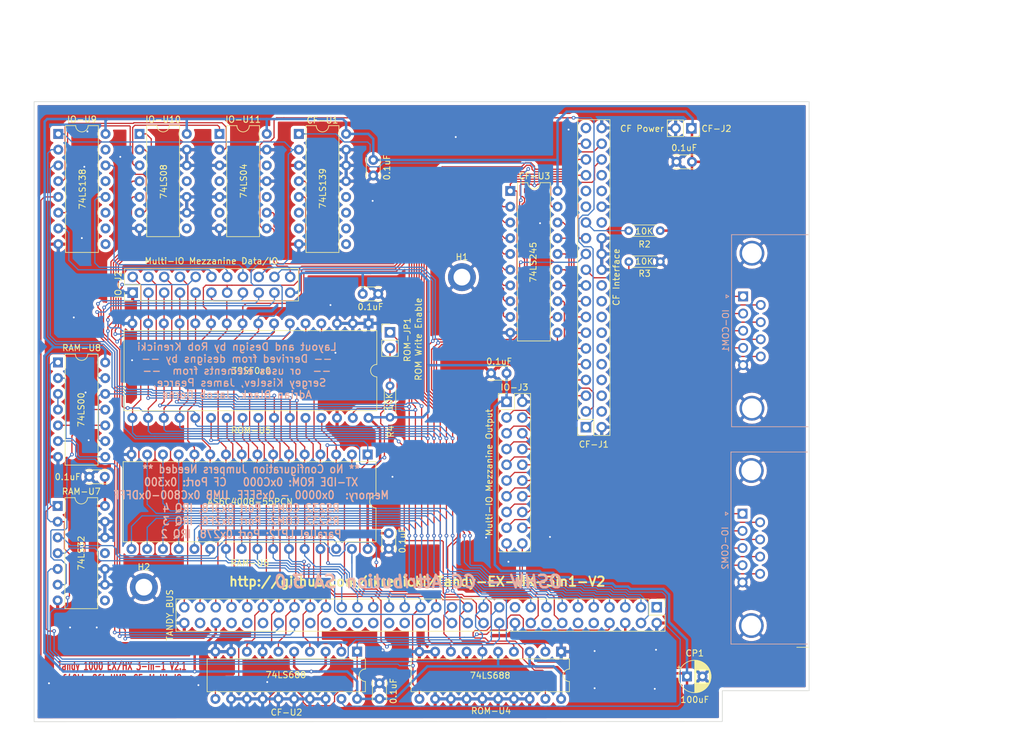
<source format=kicad_pcb>
(kicad_pcb (version 20171130) (host pcbnew "(5.1.9)-1")
  (layers (0 F.Cu signal) (31 B.Cu signal) (36 B.SilkS user) (37 F.SilkS user) (38 B.Mask user) (39 F.Mask user) (44 Edge.Cuts user))
  (net 0 "")
  (net 1 GND)
  (net 2 "Net-(BUS1-Pad61)")
  (net 3 "Net-(BUS1-Pad59)")
  (net 4 "Net-(BUS1-Pad58)")
  (net 5 "Net-(BUS1-Pad57)")
  (net 6 IRQ4)
  (net 7 "Net-(BUS1-Pad53)")
  (net 8 "Net-(BUS1-Pad52)")
  (net 9 "Net-(BUS1-Pad51)")
  (net 10 "Net-(BUS1-Pad50)")
  (net 11 "Net-(BUS1-Pad49)")
  (net 12 "Net-(BUS1-Pad48)")
  (net 13 "Net-(BUS1-Pad47)")
  (net 14 "Net-(BUS1-Pad46)")
  (net 15 ~IOR)
  (net 16 ~IOW)
  (net 17 ~MEMR)
  (net 18 ~MEMW)
  (net 19 "Net-(BUS1-Pad10)")
  (net 20 "Net-(BUS1-Pad39)")
  (net 21 "Net-(BUS1-Pad37)")
  (net 22 "Net-(BUS1-Pad36)")
  (net 23 D5)
  (net 24 D6)
  (net 25 D7)
  (net 26 "Net-(BUS1-Pad1)")
  (net 27 +12V)
  (net 28 -12V)
  (net 29 D0)
  (net 30 A0)
  (net 31 A1)
  (net 32 A2)
  (net 33 A3)
  (net 34 A4)
  (net 35 A5)
  (net 36 A6)
  (net 37 A7)
  (net 38 A8)
  (net 39 A9)
  (net 40 A10)
  (net 41 A11)
  (net 42 A12)
  (net 43 A13)
  (net 44 A14)
  (net 45 A15)
  (net 46 A16)
  (net 47 A17)
  (net 48 A18)
  (net 49 A19)
  (net 50 AEN)
  (net 51 D1)
  (net 52 D2)
  (net 53 D3)
  (net 54 D4)
  (net 55 RESETDRV)
  (net 56 CF_CS1)
  (net 57 CF_CS0)
  (net 58 +5V)
  (net 59 "Net-(CF-U1-Pad7)")
  (net 60 "Net-(CF-U1-Pad6)")
  (net 61 "Net-(CF-U1-Pad12)")
  (net 62 "Net-(CF-U1-Pad10)")
  (net 63 "Net-(CF-U1-Pad9)")
  (net 64 "Net-(CF-J1-Pad39)")
  (net 65 "Net-(CF-J1-Pad34)")
  (net 66 "Net-(CF-J1-Pad32)")
  (net 67 "Net-(CF-J1-Pad31)")
  (net 68 "Net-(CF-J1-Pad29)")
  (net 69 "Net-(CF-J1-Pad28)")
  (net 70 "Net-(CF-J1-Pad27)")
  (net 71 "Net-(CF-J1-Pad21)")
  (net 72 "Net-(CF-J1-Pad18)")
  (net 73 "Net-(CF-J1-Pad16)")
  (net 74 "Net-(CF-J1-Pad14)")
  (net 75 "Net-(CF-J1-Pad12)")
  (net 76 "Net-(CF-J1-Pad10)")
  (net 77 "Net-(CF-J1-Pad8)")
  (net 78 "Net-(CF-J1-Pad6)")
  (net 79 "Net-(CF-J1-Pad4)")
  (net 80 "Net-(R4-Pad2)")
  (net 81 IRQ3)
  (net 82 "Net-(CF-J1-Pad20)")
  (net 83 ~RESET)
  (net 84 "Net-(CF-U1-Pad11)")
  (net 85 "Net-(IO-U9-Pad15)")
  (net 86 ~COM1_CS-0x3F8)
  (net 87 ~LPT2_CS-0x278)
  (net 88 "Net-(IO-U10-Pad6)")
  (net 89 "Net-(IO-U9-Pad13)")
  (net 90 ~COM2_CS-0x2F8)
  (net 91 "Net-(IO-U11-Pad2)")
  (net 92 "Net-(IO-U9-Pad11)")
  (net 93 "Net-(IO-U9-Pad10)")
  (net 94 "Net-(IO-U9-Pad9)")
  (net 95 "Net-(IO-U10-Pad11)")
  (net 96 "Net-(IO-U10-Pad3)")
  (net 97 "Net-(IO-U10-Pad8)")
  (net 98 "Net-(IO-U11-Pad6)")
  (net 99 "Net-(IO-U11-Pad12)")
  (net 100 "Net-(IO-U11-Pad10)")
  (net 101 "Net-(RAM-U7-Pad6)")
  (net 102 "Net-(RAM-U7-Pad11)")
  (net 103 "Net-(RAM-U7-Pad8)")
  (net 104 "Net-(RAM-U8-Pad11)")
  (net 105 "Net-(RAM-U8-Pad3)")
  (net 106 "Net-(RAM-U8-Pad2)")
  (net 107 "Net-(IO-U11-Pad4)")
  (net 108 CF_D0)
  (net 109 CF_D1)
  (net 110 CF_D2)
  (net 111 CF_D3)
  (net 112 CF_D4)
  (net 113 CF_D5)
  (net 114 CF_D6)
  (net 115 CF_D7)
  (net 116 /~CF_CS)
  (net 117 MEM_A17)
  (net 118 MEM_CE)
  (net 119 /~MEM_CS)
  (net 120 /COM1_RI)
  (net 121 /COM1_CTS)
  (net 122 /COM1_RTS)
  (net 123 /COM1_DSR)
  (net 124 /COM1_DTR)
  (net 125 /COM1_TX)
  (net 126 /COM1_RX)
  (net 127 /COM1_DCD)
  (net 128 /COM2_RI)
  (net 129 /COM2_CTS)
  (net 130 /COM2_RTS)
  (net 131 /COM2_DSR)
  (net 132 /COM2_DTR)
  (net 133 /COM2_TX)
  (net 134 /COM2_RX)
  (net 135 /COM2_DCD)
  (net 136 "Net-(BUS1-Pad54)")
  (net 137 IRQ2)
  (module MountingHole:MountingHole_2.7mm_M2.5_ISO14580_Pad (layer F.Cu) (at 102.7 126.3)
    (fp_text reference H2 (at 0 -3.25) (layer F.SilkS))
    (fp_text value MountingHole_Pad)
    (pad 1 thru_hole circle (at 0 0) (size 4.5 4.5) (drill 2.7) (layers *.Cu *.Mask) (net 1 GND))
  )
  (module MountingHole:MountingHole_2.7mm_M2.5_ISO14580_Pad (layer F.Cu) (at 154 76.3)
    (fp_text reference H1 (at 0 -3.25) (layer F.SilkS))
    (fp_text value MountingHole_Pad)
    (pad 1 thru_hole circle (at 0 0) (size 4.5 4.5) (drill 2.7) (layers *.Cu *.Mask) (net 1 GND))
  )
  (module Package_DIP:DIP-32_W15.24mm (layer F.Cu) (at 138.94 83.76 270)
    (fp_text reference ROM-U5 (at 17.24 18.94 180) (layer F.SilkS))
    (fp_text value 39SF0x0 (at 7.64 18.94 180) (layer F.SilkS))
    (pad 32 thru_hole oval (at 15.24 0 270) (size 1.6 1.6) (drill 0.8) (layers *.Cu *.Mask) (net 58 +5V))
    (pad 16 thru_hole oval (at 0 38.1 270) (size 1.6 1.6) (drill 0.8) (layers *.Cu *.Mask) (net 1 GND))
    (pad 31 thru_hole oval (at 15.24 2.54 270) (size 1.6 1.6) (drill 0.8) (layers *.Cu *.Mask) (net 80 "Net-(R4-Pad2)"))
    (pad 15 thru_hole oval (at 0 35.56 270) (size 1.6 1.6) (drill 0.8) (layers *.Cu *.Mask) (net 52 D2))
    (pad 30 thru_hole oval (at 15.24 5.08 270) (size 1.6 1.6) (drill 0.8) (layers *.Cu *.Mask) (net 1 GND))
    (pad 14 thru_hole oval (at 0 33.02 270) (size 1.6 1.6) (drill 0.8) (layers *.Cu *.Mask) (net 51 D1))
    (pad 29 thru_hole oval (at 15.24 7.62 270) (size 1.6 1.6) (drill 0.8) (layers *.Cu *.Mask) (net 44 A14))
    (pad 13 thru_hole oval (at 0 30.48 270) (size 1.6 1.6) (drill 0.8) (layers *.Cu *.Mask) (net 29 D0))
    (pad 28 thru_hole oval (at 15.24 10.16 270) (size 1.6 1.6) (drill 0.8) (layers *.Cu *.Mask) (net 43 A13))
    (pad 12 thru_hole oval (at 0 27.94 270) (size 1.6 1.6) (drill 0.8) (layers *.Cu *.Mask) (net 30 A0))
    (pad 27 thru_hole oval (at 15.24 12.7 270) (size 1.6 1.6) (drill 0.8) (layers *.Cu *.Mask) (net 38 A8))
    (pad 11 thru_hole oval (at 0 25.4 270) (size 1.6 1.6) (drill 0.8) (layers *.Cu *.Mask) (net 31 A1))
    (pad 26 thru_hole oval (at 15.24 15.24 270) (size 1.6 1.6) (drill 0.8) (layers *.Cu *.Mask) (net 39 A9))
    (pad 10 thru_hole oval (at 0 22.86 270) (size 1.6 1.6) (drill 0.8) (layers *.Cu *.Mask) (net 32 A2))
    (pad 25 thru_hole oval (at 15.24 17.78 270) (size 1.6 1.6) (drill 0.8) (layers *.Cu *.Mask) (net 41 A11))
    (pad 9 thru_hole oval (at 0 20.32 270) (size 1.6 1.6) (drill 0.8) (layers *.Cu *.Mask) (net 33 A3))
    (pad 24 thru_hole oval (at 15.24 20.32 270) (size 1.6 1.6) (drill 0.8) (layers *.Cu *.Mask) (net 17 ~MEMR))
    (pad 8 thru_hole oval (at 0 17.78 270) (size 1.6 1.6) (drill 0.8) (layers *.Cu *.Mask) (net 34 A4))
    (pad 23 thru_hole oval (at 15.24 22.86 270) (size 1.6 1.6) (drill 0.8) (layers *.Cu *.Mask) (net 40 A10))
    (pad 7 thru_hole oval (at 0 15.24 270) (size 1.6 1.6) (drill 0.8) (layers *.Cu *.Mask) (net 35 A5))
    (pad 22 thru_hole oval (at 15.24 25.4 270) (size 1.6 1.6) (drill 0.8) (layers *.Cu *.Mask) (net 119 /~MEM_CS))
    (pad 6 thru_hole oval (at 0 12.7 270) (size 1.6 1.6) (drill 0.8) (layers *.Cu *.Mask) (net 36 A6))
    (pad 21 thru_hole oval (at 15.24 27.94 270) (size 1.6 1.6) (drill 0.8) (layers *.Cu *.Mask) (net 25 D7))
    (pad 5 thru_hole oval (at 0 10.16 270) (size 1.6 1.6) (drill 0.8) (layers *.Cu *.Mask) (net 37 A7))
    (pad 20 thru_hole oval (at 15.24 30.48 270) (size 1.6 1.6) (drill 0.8) (layers *.Cu *.Mask) (net 24 D6))
    (pad 4 thru_hole oval (at 0 7.62 270) (size 1.6 1.6) (drill 0.8) (layers *.Cu *.Mask) (net 42 A12))
    (pad 19 thru_hole oval (at 15.24 33.02 270) (size 1.6 1.6) (drill 0.8) (layers *.Cu *.Mask) (net 23 D5))
    (pad 3 thru_hole oval (at 0 5.08 270) (size 1.6 1.6) (drill 0.8) (layers *.Cu *.Mask) (net 1 GND))
    (pad 18 thru_hole oval (at 15.24 35.56 270) (size 1.6 1.6) (drill 0.8) (layers *.Cu *.Mask) (net 54 D4))
    (pad 2 thru_hole oval (at 0 2.54 270) (size 1.6 1.6) (drill 0.8) (layers *.Cu *.Mask) (net 1 GND))
    (pad 17 thru_hole oval (at 15.24 38.1 270) (size 1.6 1.6) (drill 0.8) (layers *.Cu *.Mask) (net 53 D3))
    (pad 1 thru_hole rect (at 0 0 270) (size 1.6 1.6) (drill 0.8) (layers *.Cu *.Mask) (net 1 GND))
  )
  (module Connector_PinHeader_2.54mm:PinHeader_2x11_P2.54mm_Vertical (layer F.Cu) (at 100.9 78.8 90)
    (fp_text reference IO-J2 (at 1.27 -2.33 -90) (layer F.SilkS))
    (fp_text value "Multi-IO Mezzanine Data/IO" (at 5.1 12.7) (layer F.SilkS))
    (pad 22 thru_hole oval (at 2.54 25.4 90) (size 1.7 1.7) (drill 1) (layers *.Cu *.Mask) (net 83 ~RESET))
    (pad 21 thru_hole oval (at 0 25.4 90) (size 1.7 1.7) (drill 1) (layers *.Cu *.Mask) (net 58 +5V))
    (pad 20 thru_hole oval (at 2.54 22.86 90) (size 1.7 1.7) (drill 1) (layers *.Cu *.Mask) (net 15 ~IOR))
    (pad 19 thru_hole oval (at 0 22.86 90) (size 1.7 1.7) (drill 1) (layers *.Cu *.Mask) (net 81 IRQ3))
    (pad 18 thru_hole oval (at 2.54 20.32 90) (size 1.7 1.7) (drill 1) (layers *.Cu *.Mask) (net 16 ~IOW))
    (pad 17 thru_hole oval (at 0 20.32 90) (size 1.7 1.7) (drill 1) (layers *.Cu *.Mask) (net 137 IRQ2))
    (pad 16 thru_hole oval (at 2.54 17.78 90) (size 1.7 1.7) (drill 1) (layers *.Cu *.Mask) (net 87 ~LPT2_CS-0x278))
    (pad 15 thru_hole oval (at 0 17.78 90) (size 1.7 1.7) (drill 1) (layers *.Cu *.Mask) (net 6 IRQ4))
    (pad 14 thru_hole oval (at 2.54 15.24 90) (size 1.7 1.7) (drill 1) (layers *.Cu *.Mask) (net 90 ~COM2_CS-0x2F8))
    (pad 13 thru_hole oval (at 0 15.24 90) (size 1.7 1.7) (drill 1) (layers *.Cu *.Mask) (net 31 A1))
    (pad 12 thru_hole oval (at 2.54 12.7 90) (size 1.7 1.7) (drill 1) (layers *.Cu *.Mask) (net 86 ~COM1_CS-0x3F8))
    (pad 11 thru_hole oval (at 0 12.7 90) (size 1.7 1.7) (drill 1) (layers *.Cu *.Mask) (net 32 A2))
    (pad 10 thru_hole oval (at 2.54 10.16 90) (size 1.7 1.7) (drill 1) (layers *.Cu *.Mask) (net 25 D7))
    (pad 9 thru_hole oval (at 0 10.16 90) (size 1.7 1.7) (drill 1) (layers *.Cu *.Mask) (net 30 A0))
    (pad 8 thru_hole oval (at 2.54 7.62 90) (size 1.7 1.7) (drill 1) (layers *.Cu *.Mask) (net 24 D6))
    (pad 7 thru_hole oval (at 0 7.62 90) (size 1.7 1.7) (drill 1) (layers *.Cu *.Mask) (net 29 D0))
    (pad 6 thru_hole oval (at 2.54 5.08 90) (size 1.7 1.7) (drill 1) (layers *.Cu *.Mask) (net 23 D5))
    (pad 5 thru_hole oval (at 0 5.08 90) (size 1.7 1.7) (drill 1) (layers *.Cu *.Mask) (net 51 D1))
    (pad 4 thru_hole oval (at 2.54 2.54 90) (size 1.7 1.7) (drill 1) (layers *.Cu *.Mask) (net 54 D4))
    (pad 3 thru_hole oval (at 0 2.54 90) (size 1.7 1.7) (drill 1) (layers *.Cu *.Mask) (net 52 D2))
    (pad 2 thru_hole oval (at 2.54 0 90) (size 1.7 1.7) (drill 1) (layers *.Cu *.Mask) (net 53 D3))
    (pad 1 thru_hole rect (at 0 0 90) (size 1.7 1.7) (drill 1) (layers *.Cu *.Mask) (net 1 GND))
  )
  (module Connector_PinHeader_2.54mm:PinHeader_2x10_P2.54mm_Vertical (layer F.Cu) (at 161.2 96.4)
    (fp_text reference IO-J3 (at 1.27 -2.33) (layer F.SilkS))
    (fp_text value "Multi-IO Mezzanine Output" (at -2.8 11.4 90) (layer F.SilkS))
    (pad 20 thru_hole oval (at 2.54 22.86) (size 1.7 1.7) (drill 1) (layers *.Cu *.Mask) (net 28 -12V))
    (pad 19 thru_hole oval (at 0 22.86) (size 1.7 1.7) (drill 1) (layers *.Cu *.Mask) (net 27 +12V))
    (pad 18 thru_hole oval (at 2.54 20.32) (size 1.7 1.7) (drill 1) (layers *.Cu *.Mask) (net 128 /COM2_RI))
    (pad 17 thru_hole oval (at 0 20.32) (size 1.7 1.7) (drill 1) (layers *.Cu *.Mask) (net 132 /COM2_DTR))
    (pad 16 thru_hole oval (at 2.54 17.78) (size 1.7 1.7) (drill 1) (layers *.Cu *.Mask) (net 129 /COM2_CTS))
    (pad 15 thru_hole oval (at 0 17.78) (size 1.7 1.7) (drill 1) (layers *.Cu *.Mask) (net 133 /COM2_TX))
    (pad 14 thru_hole oval (at 2.54 15.24) (size 1.7 1.7) (drill 1) (layers *.Cu *.Mask) (net 130 /COM2_RTS))
    (pad 13 thru_hole oval (at 0 15.24) (size 1.7 1.7) (drill 1) (layers *.Cu *.Mask) (net 134 /COM2_RX))
    (pad 12 thru_hole oval (at 2.54 12.7) (size 1.7 1.7) (drill 1) (layers *.Cu *.Mask) (net 131 /COM2_DSR))
    (pad 11 thru_hole oval (at 0 12.7) (size 1.7 1.7) (drill 1) (layers *.Cu *.Mask) (net 135 /COM2_DCD))
    (pad 10 thru_hole oval (at 2.54 10.16) (size 1.7 1.7) (drill 1) (layers *.Cu *.Mask) (net 120 /COM1_RI))
    (pad 9 thru_hole oval (at 0 10.16) (size 1.7 1.7) (drill 1) (layers *.Cu *.Mask) (net 124 /COM1_DTR))
    (pad 8 thru_hole oval (at 2.54 7.62) (size 1.7 1.7) (drill 1) (layers *.Cu *.Mask) (net 121 /COM1_CTS))
    (pad 7 thru_hole oval (at 0 7.62) (size 1.7 1.7) (drill 1) (layers *.Cu *.Mask) (net 125 /COM1_TX))
    (pad 6 thru_hole oval (at 2.54 5.08) (size 1.7 1.7) (drill 1) (layers *.Cu *.Mask) (net 122 /COM1_RTS))
    (pad 5 thru_hole oval (at 0 5.08) (size 1.7 1.7) (drill 1) (layers *.Cu *.Mask) (net 126 /COM1_RX))
    (pad 4 thru_hole oval (at 2.54 2.54) (size 1.7 1.7) (drill 1) (layers *.Cu *.Mask) (net 123 /COM1_DSR))
    (pad 3 thru_hole oval (at 0 2.54) (size 1.7 1.7) (drill 1) (layers *.Cu *.Mask) (net 127 /COM1_DCD))
    (pad 2 thru_hole oval (at 2.54 0) (size 1.7 1.7) (drill 1) (layers *.Cu *.Mask) (net 1 GND))
    (pad 1 thru_hole rect (at 0 0) (size 1.7 1.7) (drill 1) (layers *.Cu *.Mask) (net 58 +5V))
  )
  (module Package_DIP:DIP-20_W7.62mm (layer F.Cu) (at 161.8 62.4)
    (fp_text reference CF-U3 (at 3.9 -2.4) (layer F.SilkS))
    (fp_text value 74LS245 (at 3.7 11.5 90) (layer F.SilkS))
    (pad 20 thru_hole oval (at 7.62 0) (size 1.6 1.6) (drill 0.8) (layers *.Cu *.Mask) (net 58 +5V))
    (pad 10 thru_hole oval (at 0 22.86) (size 1.6 1.6) (drill 0.8) (layers *.Cu *.Mask) (net 1 GND))
    (pad 19 thru_hole oval (at 7.62 2.54) (size 1.6 1.6) (drill 0.8) (layers *.Cu *.Mask) (net 116 /~CF_CS))
    (pad 9 thru_hole oval (at 0 20.32) (size 1.6 1.6) (drill 0.8) (layers *.Cu *.Mask) (net 25 D7))
    (pad 18 thru_hole oval (at 7.62 5.08) (size 1.6 1.6) (drill 0.8) (layers *.Cu *.Mask) (net 108 CF_D0))
    (pad 8 thru_hole oval (at 0 17.78) (size 1.6 1.6) (drill 0.8) (layers *.Cu *.Mask) (net 24 D6))
    (pad 17 thru_hole oval (at 7.62 7.62) (size 1.6 1.6) (drill 0.8) (layers *.Cu *.Mask) (net 109 CF_D1))
    (pad 7 thru_hole oval (at 0 15.24) (size 1.6 1.6) (drill 0.8) (layers *.Cu *.Mask) (net 23 D5))
    (pad 16 thru_hole oval (at 7.62 10.16) (size 1.6 1.6) (drill 0.8) (layers *.Cu *.Mask) (net 110 CF_D2))
    (pad 6 thru_hole oval (at 0 12.7) (size 1.6 1.6) (drill 0.8) (layers *.Cu *.Mask) (net 54 D4))
    (pad 15 thru_hole oval (at 7.62 12.7) (size 1.6 1.6) (drill 0.8) (layers *.Cu *.Mask) (net 111 CF_D3))
    (pad 5 thru_hole oval (at 0 10.16) (size 1.6 1.6) (drill 0.8) (layers *.Cu *.Mask) (net 53 D3))
    (pad 14 thru_hole oval (at 7.62 15.24) (size 1.6 1.6) (drill 0.8) (layers *.Cu *.Mask) (net 112 CF_D4))
    (pad 4 thru_hole oval (at 0 7.62) (size 1.6 1.6) (drill 0.8) (layers *.Cu *.Mask) (net 52 D2))
    (pad 13 thru_hole oval (at 7.62 17.78) (size 1.6 1.6) (drill 0.8) (layers *.Cu *.Mask) (net 113 CF_D5))
    (pad 3 thru_hole oval (at 0 5.08) (size 1.6 1.6) (drill 0.8) (layers *.Cu *.Mask) (net 51 D1))
    (pad 12 thru_hole oval (at 7.62 20.32) (size 1.6 1.6) (drill 0.8) (layers *.Cu *.Mask) (net 114 CF_D6))
    (pad 2 thru_hole oval (at 0 2.54) (size 1.6 1.6) (drill 0.8) (layers *.Cu *.Mask) (net 29 D0))
    (pad 11 thru_hole oval (at 7.62 22.86) (size 1.6 1.6) (drill 0.8) (layers *.Cu *.Mask) (net 115 CF_D7))
    (pad 1 thru_hole rect (at 0 0) (size 1.6 1.6) (drill 0.8) (layers *.Cu *.Mask) (net 15 ~IOR))
  )
  (module Package_DIP:DIP-14_W7.62mm (layer F.Cu) (at 114.9 53.2)
    (fp_text reference IO-U11 (at 3.81 -2.33) (layer F.SilkS))
    (fp_text value 74LS04 (at 3.9 7.6 90) (layer F.SilkS))
    (pad 14 thru_hole oval (at 7.62 0) (size 1.6 1.6) (drill 0.8) (layers *.Cu *.Mask) (net 58 +5V))
    (pad 7 thru_hole oval (at 0 15.24) (size 1.6 1.6) (drill 0.8) (layers *.Cu *.Mask) (net 1 GND))
    (pad 13 thru_hole oval (at 7.62 2.54) (size 1.6 1.6) (drill 0.8) (layers *.Cu *.Mask) (net 1 GND))
    (pad 6 thru_hole oval (at 0 12.7) (size 1.6 1.6) (drill 0.8) (layers *.Cu *.Mask) (net 98 "Net-(IO-U11-Pad6)"))
    (pad 12 thru_hole oval (at 7.62 5.08) (size 1.6 1.6) (drill 0.8) (layers *.Cu *.Mask) (net 99 "Net-(IO-U11-Pad12)"))
    (pad 5 thru_hole oval (at 0 10.16) (size 1.6 1.6) (drill 0.8) (layers *.Cu *.Mask) (net 1 GND))
    (pad 11 thru_hole oval (at 7.62 7.62) (size 1.6 1.6) (drill 0.8) (layers *.Cu *.Mask) (net 1 GND))
    (pad 4 thru_hole oval (at 0 7.62) (size 1.6 1.6) (drill 0.8) (layers *.Cu *.Mask) (net 107 "Net-(IO-U11-Pad4)"))
    (pad 10 thru_hole oval (at 7.62 10.16) (size 1.6 1.6) (drill 0.8) (layers *.Cu *.Mask) (net 100 "Net-(IO-U11-Pad10)"))
    (pad 3 thru_hole oval (at 0 5.08) (size 1.6 1.6) (drill 0.8) (layers *.Cu *.Mask) (net 1 GND))
    (pad 9 thru_hole oval (at 7.62 12.7) (size 1.6 1.6) (drill 0.8) (layers *.Cu *.Mask) (net 55 RESETDRV))
    (pad 2 thru_hole oval (at 0 2.54) (size 1.6 1.6) (drill 0.8) (layers *.Cu *.Mask) (net 91 "Net-(IO-U11-Pad2)"))
    (pad 8 thru_hole oval (at 7.62 15.24) (size 1.6 1.6) (drill 0.8) (layers *.Cu *.Mask) (net 83 ~RESET))
    (pad 1 thru_hole rect (at 0 0) (size 1.6 1.6) (drill 0.8) (layers *.Cu *.Mask) (net 96 "Net-(IO-U10-Pad3)"))
  )
  (module Package_DIP:DIP-14_W7.62mm (layer F.Cu) (at 102 53.2)
    (fp_text reference IO-U10 (at 3.81 -2.33) (layer F.SilkS))
    (fp_text value 74LS08 (at 3.9 7.7 90) (layer F.SilkS))
    (pad 14 thru_hole oval (at 7.62 0) (size 1.6 1.6) (drill 0.8) (layers *.Cu *.Mask) (net 58 +5V))
    (pad 7 thru_hole oval (at 0 15.24) (size 1.6 1.6) (drill 0.8) (layers *.Cu *.Mask) (net 1 GND))
    (pad 13 thru_hole oval (at 7.62 2.54) (size 1.6 1.6) (drill 0.8) (layers *.Cu *.Mask) (net 1 GND))
    (pad 6 thru_hole oval (at 0 12.7) (size 1.6 1.6) (drill 0.8) (layers *.Cu *.Mask) (net 88 "Net-(IO-U10-Pad6)"))
    (pad 12 thru_hole oval (at 7.62 5.08) (size 1.6 1.6) (drill 0.8) (layers *.Cu *.Mask) (net 1 GND))
    (pad 5 thru_hole oval (at 0 10.16) (size 1.6 1.6) (drill 0.8) (layers *.Cu *.Mask) (net 39 A9))
    (pad 11 thru_hole oval (at 7.62 7.62) (size 1.6 1.6) (drill 0.8) (layers *.Cu *.Mask) (net 95 "Net-(IO-U10-Pad11)"))
    (pad 4 thru_hole oval (at 0 7.62) (size 1.6 1.6) (drill 0.8) (layers *.Cu *.Mask) (net 33 A3))
    (pad 10 thru_hole oval (at 7.62 10.16) (size 1.6 1.6) (drill 0.8) (layers *.Cu *.Mask) (net 1 GND))
    (pad 3 thru_hole oval (at 0 5.08) (size 1.6 1.6) (drill 0.8) (layers *.Cu *.Mask) (net 96 "Net-(IO-U10-Pad3)"))
    (pad 9 thru_hole oval (at 7.62 12.7) (size 1.6 1.6) (drill 0.8) (layers *.Cu *.Mask) (net 1 GND))
    (pad 2 thru_hole oval (at 0 2.54) (size 1.6 1.6) (drill 0.8) (layers *.Cu *.Mask) (net 36 A6))
    (pad 8 thru_hole oval (at 7.62 15.24) (size 1.6 1.6) (drill 0.8) (layers *.Cu *.Mask) (net 97 "Net-(IO-U10-Pad8)"))
    (pad 1 thru_hole rect (at 0 0) (size 1.6 1.6) (drill 0.8) (layers *.Cu *.Mask) (net 35 A5))
  )
  (module Package_DIP:DIP-16_W7.62mm (layer F.Cu) (at 88.9 53.2)
    (fp_text reference IO-U9 (at 3.81 -2.33) (layer F.SilkS))
    (fp_text value 74LS138 (at 3.9 8.9 90) (layer F.SilkS))
    (pad 16 thru_hole oval (at 7.62 0) (size 1.6 1.6) (drill 0.8) (layers *.Cu *.Mask) (net 58 +5V))
    (pad 8 thru_hole oval (at 0 17.78) (size 1.6 1.6) (drill 0.8) (layers *.Cu *.Mask) (net 1 GND))
    (pad 15 thru_hole oval (at 7.62 2.54) (size 1.6 1.6) (drill 0.8) (layers *.Cu *.Mask) (net 85 "Net-(IO-U9-Pad15)"))
    (pad 7 thru_hole oval (at 0 15.24) (size 1.6 1.6) (drill 0.8) (layers *.Cu *.Mask) (net 86 ~COM1_CS-0x3F8))
    (pad 14 thru_hole oval (at 7.62 5.08) (size 1.6 1.6) (drill 0.8) (layers *.Cu *.Mask) (net 87 ~LPT2_CS-0x278))
    (pad 6 thru_hole oval (at 0 12.7) (size 1.6 1.6) (drill 0.8) (layers *.Cu *.Mask) (net 88 "Net-(IO-U10-Pad6)"))
    (pad 13 thru_hole oval (at 7.62 7.62) (size 1.6 1.6) (drill 0.8) (layers *.Cu *.Mask) (net 89 "Net-(IO-U9-Pad13)"))
    (pad 5 thru_hole oval (at 0 10.16) (size 1.6 1.6) (drill 0.8) (layers *.Cu *.Mask) (net 50 AEN))
    (pad 12 thru_hole oval (at 7.62 10.16) (size 1.6 1.6) (drill 0.8) (layers *.Cu *.Mask) (net 90 ~COM2_CS-0x2F8))
    (pad 4 thru_hole oval (at 0 7.62) (size 1.6 1.6) (drill 0.8) (layers *.Cu *.Mask) (net 91 "Net-(IO-U11-Pad2)"))
    (pad 11 thru_hole oval (at 7.62 12.7) (size 1.6 1.6) (drill 0.8) (layers *.Cu *.Mask) (net 92 "Net-(IO-U9-Pad11)"))
    (pad 3 thru_hole oval (at 0 5.08) (size 1.6 1.6) (drill 0.8) (layers *.Cu *.Mask) (net 38 A8))
    (pad 10 thru_hole oval (at 7.62 15.24) (size 1.6 1.6) (drill 0.8) (layers *.Cu *.Mask) (net 93 "Net-(IO-U9-Pad10)"))
    (pad 2 thru_hole oval (at 0 2.54) (size 1.6 1.6) (drill 0.8) (layers *.Cu *.Mask) (net 37 A7))
    (pad 9 thru_hole oval (at 7.62 17.78) (size 1.6 1.6) (drill 0.8) (layers *.Cu *.Mask) (net 94 "Net-(IO-U9-Pad9)"))
    (pad 1 thru_hole rect (at 0 0) (size 1.6 1.6) (drill 0.8) (layers *.Cu *.Mask) (net 34 A4))
  )
  (module Package_DIP:DIP-14_W7.62mm (layer F.Cu) (at 88.85 90.05)
    (fp_text reference RAM-U8 (at 3.81 -2.33) (layer F.SilkS))
    (fp_text value 74LS00 (at 3.75 7.65 90) (layer F.SilkS))
    (pad 14 thru_hole oval (at 7.62 0) (size 1.6 1.6) (drill 0.8) (layers *.Cu *.Mask) (net 58 +5V))
    (pad 7 thru_hole oval (at 0 15.24) (size 1.6 1.6) (drill 0.8) (layers *.Cu *.Mask) (net 1 GND))
    (pad 13 thru_hole oval (at 7.62 2.54) (size 1.6 1.6) (drill 0.8) (layers *.Cu *.Mask) (net 47 A17))
    (pad 6 thru_hole oval (at 0 12.7) (size 1.6 1.6) (drill 0.8) (layers *.Cu *.Mask) (net 118 MEM_CE))
    (pad 12 thru_hole oval (at 7.62 5.08) (size 1.6 1.6) (drill 0.8) (layers *.Cu *.Mask) (net 48 A18))
    (pad 5 thru_hole oval (at 0 10.16) (size 1.6 1.6) (drill 0.8) (layers *.Cu *.Mask) (net 104 "Net-(RAM-U8-Pad11)"))
    (pad 11 thru_hole oval (at 7.62 7.62) (size 1.6 1.6) (drill 0.8) (layers *.Cu *.Mask) (net 104 "Net-(RAM-U8-Pad11)"))
    (pad 4 thru_hole oval (at 0 7.62) (size 1.6 1.6) (drill 0.8) (layers *.Cu *.Mask) (net 105 "Net-(RAM-U8-Pad3)"))
    (pad 10 thru_hole oval (at 7.62 10.16) (size 1.6 1.6) (drill 0.8) (layers *.Cu *.Mask) (net 101 "Net-(RAM-U7-Pad6)"))
    (pad 3 thru_hole oval (at 0 5.08) (size 1.6 1.6) (drill 0.8) (layers *.Cu *.Mask) (net 105 "Net-(RAM-U8-Pad3)"))
    (pad 9 thru_hole oval (at 7.62 12.7) (size 1.6 1.6) (drill 0.8) (layers *.Cu *.Mask) (net 48 A18))
    (pad 2 thru_hole oval (at 0 2.54) (size 1.6 1.6) (drill 0.8) (layers *.Cu *.Mask) (net 106 "Net-(RAM-U8-Pad2)"))
    (pad 8 thru_hole oval (at 7.62 15.24) (size 1.6 1.6) (drill 0.8) (layers *.Cu *.Mask) (net 106 "Net-(RAM-U8-Pad2)"))
    (pad 1 thru_hole rect (at 0 0) (size 1.6 1.6) (drill 0.8) (layers *.Cu *.Mask) (net 49 A19))
  )
  (module Package_DIP:DIP-14_W7.62mm (layer F.Cu) (at 88.8 113.2)
    (fp_text reference RAM-U7 (at 3.81 -2.33) (layer F.SilkS))
    (fp_text value 74LS32 (at 3.81 7.6 90) (layer F.SilkS))
    (pad 14 thru_hole oval (at 7.62 0) (size 1.6 1.6) (drill 0.8) (layers *.Cu *.Mask) (net 58 +5V))
    (pad 7 thru_hole oval (at 0 15.24) (size 1.6 1.6) (drill 0.8) (layers *.Cu *.Mask) (net 1 GND))
    (pad 13 thru_hole oval (at 7.62 2.54) (size 1.6 1.6) (drill 0.8) (layers *.Cu *.Mask) (net 1 GND))
    (pad 6 thru_hole oval (at 0 12.7) (size 1.6 1.6) (drill 0.8) (layers *.Cu *.Mask) (net 101 "Net-(RAM-U7-Pad6)"))
    (pad 12 thru_hole oval (at 7.62 5.08) (size 1.6 1.6) (drill 0.8) (layers *.Cu *.Mask) (net 1 GND))
    (pad 5 thru_hole oval (at 0 10.16) (size 1.6 1.6) (drill 0.8) (layers *.Cu *.Mask) (net 45 A15))
    (pad 11 thru_hole oval (at 7.62 7.62) (size 1.6 1.6) (drill 0.8) (layers *.Cu *.Mask) (net 102 "Net-(RAM-U7-Pad11)"))
    (pad 4 thru_hole oval (at 0 7.62) (size 1.6 1.6) (drill 0.8) (layers *.Cu *.Mask) (net 46 A16))
    (pad 10 thru_hole oval (at 7.62 10.16) (size 1.6 1.6) (drill 0.8) (layers *.Cu *.Mask) (net 1 GND))
    (pad 3 thru_hole oval (at 0 5.08) (size 1.6 1.6) (drill 0.8) (layers *.Cu *.Mask) (net 117 MEM_A17))
    (pad 9 thru_hole oval (at 7.62 12.7) (size 1.6 1.6) (drill 0.8) (layers *.Cu *.Mask) (net 1 GND))
    (pad 2 thru_hole oval (at 0 2.54) (size 1.6 1.6) (drill 0.8) (layers *.Cu *.Mask) (net 47 A17))
    (pad 8 thru_hole oval (at 7.62 15.24) (size 1.6 1.6) (drill 0.8) (layers *.Cu *.Mask) (net 103 "Net-(RAM-U7-Pad8)"))
    (pad 1 thru_hole rect (at 0 0) (size 1.6 1.6) (drill 0.8) (layers *.Cu *.Mask) (net 49 A19))
  )
  (module Connector_Dsub:DSUB-9_Male_Horizontal_P2.77x2.84mm_EdgePinOffset7.70mm_Housed_MountingHolesOffset9.12mm (layer B.Cu) (at 199.35 79.4 270)
    (fp_text reference IO-COM1 (at 5.54 2.8 90) (layer B.SilkS) (effects (justify mirror)))
    (fp_text value SERIAL)
    (pad 0 thru_hole circle (at 18.04 -1.42 270) (size 4 4) (drill 3.2) (layers *.Cu *.Mask) (net 1 GND))
    (pad 0 thru_hole circle (at -6.96 -1.42 270) (size 4 4) (drill 3.2) (layers *.Cu *.Mask) (net 1 GND))
    (pad 9 thru_hole circle (at 9.695 -2.84 270) (size 1.6 1.6) (drill 1) (layers *.Cu *.Mask) (net 120 /COM1_RI))
    (pad 8 thru_hole circle (at 6.925 -2.84 270) (size 1.6 1.6) (drill 1) (layers *.Cu *.Mask) (net 121 /COM1_CTS))
    (pad 7 thru_hole circle (at 4.155 -2.84 270) (size 1.6 1.6) (drill 1) (layers *.Cu *.Mask) (net 122 /COM1_RTS))
    (pad 6 thru_hole circle (at 1.385 -2.84 270) (size 1.6 1.6) (drill 1) (layers *.Cu *.Mask) (net 123 /COM1_DSR))
    (pad 5 thru_hole circle (at 11.08 0 270) (size 1.6 1.6) (drill 1) (layers *.Cu *.Mask) (net 1 GND))
    (pad 4 thru_hole circle (at 8.31 0 270) (size 1.6 1.6) (drill 1) (layers *.Cu *.Mask) (net 124 /COM1_DTR))
    (pad 3 thru_hole circle (at 5.54 0 270) (size 1.6 1.6) (drill 1) (layers *.Cu *.Mask) (net 125 /COM1_TX))
    (pad 2 thru_hole circle (at 2.77 0 270) (size 1.6 1.6) (drill 1) (layers *.Cu *.Mask) (net 126 /COM1_RX))
    (pad 1 thru_hole rect (at 0 0 270) (size 1.6 1.6) (drill 1) (layers *.Cu *.Mask) (net 127 /COM1_DCD))
  )
  (module Connector_Dsub:DSUB-9_Male_Horizontal_P2.77x2.84mm_EdgePinOffset7.70mm_Housed_MountingHolesOffset9.12mm (layer B.Cu) (at 199.25 114.45 270)
    (fp_text reference IO-COM2 (at 5.54 2.8 90) (layer B.SilkS) (effects (justify mirror)))
    (fp_text value SERIAL)
    (pad 0 thru_hole circle (at 18.04 -1.42 270) (size 4 4) (drill 3.2) (layers *.Cu *.Mask) (net 1 GND))
    (pad 0 thru_hole circle (at -6.96 -1.42 270) (size 4 4) (drill 3.2) (layers *.Cu *.Mask) (net 1 GND))
    (pad 9 thru_hole circle (at 9.695 -2.84 270) (size 1.6 1.6) (drill 1) (layers *.Cu *.Mask) (net 128 /COM2_RI))
    (pad 8 thru_hole circle (at 6.925 -2.84 270) (size 1.6 1.6) (drill 1) (layers *.Cu *.Mask) (net 129 /COM2_CTS))
    (pad 7 thru_hole circle (at 4.155 -2.84 270) (size 1.6 1.6) (drill 1) (layers *.Cu *.Mask) (net 130 /COM2_RTS))
    (pad 6 thru_hole circle (at 1.385 -2.84 270) (size 1.6 1.6) (drill 1) (layers *.Cu *.Mask) (net 131 /COM2_DSR))
    (pad 5 thru_hole circle (at 11.08 0 270) (size 1.6 1.6) (drill 1) (layers *.Cu *.Mask) (net 1 GND))
    (pad 4 thru_hole circle (at 8.31 0 270) (size 1.6 1.6) (drill 1) (layers *.Cu *.Mask) (net 132 /COM2_DTR))
    (pad 3 thru_hole circle (at 5.54 0 270) (size 1.6 1.6) (drill 1) (layers *.Cu *.Mask) (net 133 /COM2_TX))
    (pad 2 thru_hole circle (at 2.77 0 270) (size 1.6 1.6) (drill 1) (layers *.Cu *.Mask) (net 134 /COM2_RX))
    (pad 1 thru_hole rect (at 0 0 270) (size 1.6 1.6) (drill 1) (layers *.Cu *.Mask) (net 135 /COM2_DCD))
  )
  (module Package_DIP:DIP-20_W7.62mm (layer F.Cu) (at 137.1 136.7 270)
    (fp_text reference CF-U2 (at 9.8 11.4 180) (layer F.SilkS))
    (fp_text value 74LS688 (at 3.75 11.5 180) (layer F.SilkS))
    (pad 20 thru_hole oval (at 7.62 0 270) (size 1.6 1.6) (drill 0.8) (layers *.Cu *.Mask) (net 58 +5V))
    (pad 10 thru_hole oval (at 0 22.86 270) (size 1.6 1.6) (drill 0.8) (layers *.Cu *.Mask) (net 1 GND))
    (pad 19 thru_hole oval (at 7.62 2.54 270) (size 1.6 1.6) (drill 0.8) (layers *.Cu *.Mask) (net 116 /~CF_CS))
    (pad 9 thru_hole oval (at 0 20.32 270) (size 1.6 1.6) (drill 0.8) (layers *.Cu *.Mask) (net 1 GND))
    (pad 18 thru_hole oval (at 7.62 5.08 270) (size 1.6 1.6) (drill 0.8) (layers *.Cu *.Mask) (net 1 GND))
    (pad 8 thru_hole oval (at 0 17.78 270) (size 1.6 1.6) (drill 0.8) (layers *.Cu *.Mask) (net 36 A6))
    (pad 17 thru_hole oval (at 7.62 7.62 270) (size 1.6 1.6) (drill 0.8) (layers *.Cu *.Mask) (net 1 GND))
    (pad 7 thru_hole oval (at 0 15.24 270) (size 1.6 1.6) (drill 0.8) (layers *.Cu *.Mask) (net 1 GND))
    (pad 16 thru_hole oval (at 7.62 10.16 270) (size 1.6 1.6) (drill 0.8) (layers *.Cu *.Mask) (net 1 GND))
    (pad 6 thru_hole oval (at 0 12.7 270) (size 1.6 1.6) (drill 0.8) (layers *.Cu *.Mask) (net 37 A7))
    (pad 15 thru_hole oval (at 7.62 12.7 270) (size 1.6 1.6) (drill 0.8) (layers *.Cu *.Mask) (net 1 GND))
    (pad 5 thru_hole oval (at 0 10.16 270) (size 1.6 1.6) (drill 0.8) (layers *.Cu *.Mask) (net 58 +5V))
    (pad 14 thru_hole oval (at 7.62 15.24 270) (size 1.6 1.6) (drill 0.8) (layers *.Cu *.Mask) (net 1 GND))
    (pad 4 thru_hole oval (at 0 7.62 270) (size 1.6 1.6) (drill 0.8) (layers *.Cu *.Mask) (net 38 A8))
    (pad 13 thru_hole oval (at 7.62 17.78 270) (size 1.6 1.6) (drill 0.8) (layers *.Cu *.Mask) (net 1 GND))
    (pad 3 thru_hole oval (at 0 5.08 270) (size 1.6 1.6) (drill 0.8) (layers *.Cu *.Mask) (net 58 +5V))
    (pad 12 thru_hole oval (at 7.62 20.32 270) (size 1.6 1.6) (drill 0.8) (layers *.Cu *.Mask) (net 1 GND))
    (pad 2 thru_hole oval (at 0 2.54 270) (size 1.6 1.6) (drill 0.8) (layers *.Cu *.Mask) (net 39 A9))
    (pad 11 thru_hole oval (at 7.62 22.86 270) (size 1.6 1.6) (drill 0.8) (layers *.Cu *.Mask) (net 35 A5))
    (pad 1 thru_hole rect (at 0 0 270) (size 1.6 1.6) (drill 0.8) (layers *.Cu *.Mask) (net 50 AEN))
  )
  (module Package_DIP:DIP-32_W15.24mm (layer F.Cu) (at 138.8 104.9 270)
    (fp_text reference RAM-U6 (at 17.5 19 180) (layer F.SilkS))
    (fp_text value AS6C4008-55PCN (at 7.62 18.95 180) (layer F.SilkS))
    (pad 32 thru_hole oval (at 15.24 0 270) (size 1.6 1.6) (drill 0.8) (layers *.Cu *.Mask) (net 58 +5V))
    (pad 16 thru_hole oval (at 0 38.1 270) (size 1.6 1.6) (drill 0.8) (layers *.Cu *.Mask) (net 1 GND))
    (pad 31 thru_hole oval (at 15.24 2.54 270) (size 1.6 1.6) (drill 0.8) (layers *.Cu *.Mask) (net 45 A15))
    (pad 15 thru_hole oval (at 0 35.56 270) (size 1.6 1.6) (drill 0.8) (layers *.Cu *.Mask) (net 23 D5))
    (pad 30 thru_hole oval (at 15.24 5.08 270) (size 1.6 1.6) (drill 0.8) (layers *.Cu *.Mask) (net 117 MEM_A17))
    (pad 14 thru_hole oval (at 0 33.02 270) (size 1.6 1.6) (drill 0.8) (layers *.Cu *.Mask) (net 24 D6))
    (pad 29 thru_hole oval (at 15.24 7.62 270) (size 1.6 1.6) (drill 0.8) (layers *.Cu *.Mask) (net 18 ~MEMW))
    (pad 13 thru_hole oval (at 0 30.48 270) (size 1.6 1.6) (drill 0.8) (layers *.Cu *.Mask) (net 25 D7))
    (pad 28 thru_hole oval (at 15.24 10.16 270) (size 1.6 1.6) (drill 0.8) (layers *.Cu *.Mask) (net 43 A13))
    (pad 12 thru_hole oval (at 0 27.94 270) (size 1.6 1.6) (drill 0.8) (layers *.Cu *.Mask) (net 30 A0))
    (pad 27 thru_hole oval (at 15.24 12.7 270) (size 1.6 1.6) (drill 0.8) (layers *.Cu *.Mask) (net 38 A8))
    (pad 11 thru_hole oval (at 0 25.4 270) (size 1.6 1.6) (drill 0.8) (layers *.Cu *.Mask) (net 31 A1))
    (pad 26 thru_hole oval (at 15.24 15.24 270) (size 1.6 1.6) (drill 0.8) (layers *.Cu *.Mask) (net 39 A9))
    (pad 10 thru_hole oval (at 0 22.86 270) (size 1.6 1.6) (drill 0.8) (layers *.Cu *.Mask) (net 32 A2))
    (pad 25 thru_hole oval (at 15.24 17.78 270) (size 1.6 1.6) (drill 0.8) (layers *.Cu *.Mask) (net 41 A11))
    (pad 9 thru_hole oval (at 0 20.32 270) (size 1.6 1.6) (drill 0.8) (layers *.Cu *.Mask) (net 33 A3))
    (pad 24 thru_hole oval (at 15.24 20.32 270) (size 1.6 1.6) (drill 0.8) (layers *.Cu *.Mask) (net 17 ~MEMR))
    (pad 8 thru_hole oval (at 0 17.78 270) (size 1.6 1.6) (drill 0.8) (layers *.Cu *.Mask) (net 34 A4))
    (pad 23 thru_hole oval (at 15.24 22.86 270) (size 1.6 1.6) (drill 0.8) (layers *.Cu *.Mask) (net 40 A10))
    (pad 7 thru_hole oval (at 0 15.24 270) (size 1.6 1.6) (drill 0.8) (layers *.Cu *.Mask) (net 35 A5))
    (pad 22 thru_hole oval (at 15.24 25.4 270) (size 1.6 1.6) (drill 0.8) (layers *.Cu *.Mask) (net 118 MEM_CE))
    (pad 6 thru_hole oval (at 0 12.7 270) (size 1.6 1.6) (drill 0.8) (layers *.Cu *.Mask) (net 36 A6))
    (pad 21 thru_hole oval (at 15.24 27.94 270) (size 1.6 1.6) (drill 0.8) (layers *.Cu *.Mask) (net 29 D0))
    (pad 5 thru_hole oval (at 0 10.16 270) (size 1.6 1.6) (drill 0.8) (layers *.Cu *.Mask) (net 37 A7))
    (pad 20 thru_hole oval (at 15.24 30.48 270) (size 1.6 1.6) (drill 0.8) (layers *.Cu *.Mask) (net 51 D1))
    (pad 4 thru_hole oval (at 0 7.62 270) (size 1.6 1.6) (drill 0.8) (layers *.Cu *.Mask) (net 42 A12))
    (pad 19 thru_hole oval (at 15.24 33.02 270) (size 1.6 1.6) (drill 0.8) (layers *.Cu *.Mask) (net 52 D2))
    (pad 3 thru_hole oval (at 0 5.08 270) (size 1.6 1.6) (drill 0.8) (layers *.Cu *.Mask) (net 44 A14))
    (pad 18 thru_hole oval (at 15.24 35.56 270) (size 1.6 1.6) (drill 0.8) (layers *.Cu *.Mask) (net 53 D3))
    (pad 2 thru_hole oval (at 0 2.54 270) (size 1.6 1.6) (drill 0.8) (layers *.Cu *.Mask) (net 46 A16))
    (pad 17 thru_hole oval (at 15.24 38.1 270) (size 1.6 1.6) (drill 0.8) (layers *.Cu *.Mask) (net 54 D4))
    (pad 1 thru_hole rect (at 0 0 270) (size 1.6 1.6) (drill 0.8) (layers *.Cu *.Mask) (net 48 A18))
  )
  (module Resistor_THT:R_Axial_DIN0204_L3.6mm_D1.6mm_P5.08mm_Horizontal (layer F.Cu) (at 142.4 98.9 90)
    (fp_text reference R4 (at -2.3 0.1 90) (layer F.SilkS))
    (fp_text value 10K (at 2.5 -0.1 90) (layer F.SilkS))
    (pad 2 thru_hole oval (at 5.08 0 90) (size 1.4 1.4) (drill 0.7) (layers *.Cu *.Mask) (net 80 "Net-(R4-Pad2)"))
    (pad 1 thru_hole circle (at 0 0 90) (size 1.4 1.4) (drill 0.7) (layers *.Cu *.Mask) (net 58 +5V))
  )
  (module Connector_PinHeader_2.54mm:PinHeader_1x02_P2.54mm_Vertical (layer F.Cu) (at 142.4 85.2)
    (fp_text reference ROM-JP1 (at 2.8 1.2 270) (layer F.SilkS))
    (fp_text value "ROM Write Enable" (at 4.6 1.1 270) (layer F.SilkS))
    (pad 2 thru_hole oval (at 0 2.54) (size 1.7 1.7) (drill 1) (layers *.Cu *.Mask) (net 80 "Net-(R4-Pad2)"))
    (pad 1 thru_hole rect (at 0 0) (size 1.7 1.7) (drill 1) (layers *.Cu *.Mask) (net 18 ~MEMW))
  )
  (module Package_DIP:DIP-20_W7.62mm (layer F.Cu) (at 170 136.7 270)
    (fp_text reference ROM-U4 (at 9.55 11.3 180) (layer F.SilkS))
    (fp_text value 74LS688 (at 3.85 11.45 180) (layer F.SilkS))
    (pad 20 thru_hole oval (at 7.62 0 270) (size 1.6 1.6) (drill 0.8) (layers *.Cu *.Mask) (net 58 +5V))
    (pad 10 thru_hole oval (at 0 22.86 270) (size 1.6 1.6) (drill 0.8) (layers *.Cu *.Mask) (net 1 GND))
    (pad 19 thru_hole oval (at 7.62 2.54 270) (size 1.6 1.6) (drill 0.8) (layers *.Cu *.Mask) (net 119 /~MEM_CS))
    (pad 9 thru_hole oval (at 0 20.32 270) (size 1.6 1.6) (drill 0.8) (layers *.Cu *.Mask) (net 1 GND))
    (pad 18 thru_hole oval (at 7.62 5.08 270) (size 1.6 1.6) (drill 0.8) (layers *.Cu *.Mask) (net 1 GND))
    (pad 8 thru_hole oval (at 0 17.78 270) (size 1.6 1.6) (drill 0.8) (layers *.Cu *.Mask) (net 46 A16))
    (pad 17 thru_hole oval (at 7.62 7.62 270) (size 1.6 1.6) (drill 0.8) (layers *.Cu *.Mask) (net 1 GND))
    (pad 7 thru_hole oval (at 0 15.24 270) (size 1.6 1.6) (drill 0.8) (layers *.Cu *.Mask) (net 1 GND))
    (pad 16 thru_hole oval (at 7.62 10.16 270) (size 1.6 1.6) (drill 0.8) (layers *.Cu *.Mask) (net 1 GND))
    (pad 6 thru_hole oval (at 0 12.7 270) (size 1.6 1.6) (drill 0.8) (layers *.Cu *.Mask) (net 47 A17))
    (pad 15 thru_hole oval (at 7.62 12.7 270) (size 1.6 1.6) (drill 0.8) (layers *.Cu *.Mask) (net 1 GND))
    (pad 5 thru_hole oval (at 0 10.16 270) (size 1.6 1.6) (drill 0.8) (layers *.Cu *.Mask) (net 58 +5V))
    (pad 14 thru_hole oval (at 7.62 15.24 270) (size 1.6 1.6) (drill 0.8) (layers *.Cu *.Mask) (net 1 GND))
    (pad 4 thru_hole oval (at 0 7.62 270) (size 1.6 1.6) (drill 0.8) (layers *.Cu *.Mask) (net 48 A18))
    (pad 13 thru_hole oval (at 7.62 17.78 270) (size 1.6 1.6) (drill 0.8) (layers *.Cu *.Mask) (net 1 GND))
    (pad 3 thru_hole oval (at 0 5.08 270) (size 1.6 1.6) (drill 0.8) (layers *.Cu *.Mask) (net 58 +5V))
    (pad 12 thru_hole oval (at 7.62 20.32 270) (size 1.6 1.6) (drill 0.8) (layers *.Cu *.Mask) (net 1 GND))
    (pad 2 thru_hole oval (at 0 2.54 270) (size 1.6 1.6) (drill 0.8) (layers *.Cu *.Mask) (net 49 A19))
    (pad 11 thru_hole oval (at 7.62 22.86 270) (size 1.6 1.6) (drill 0.8) (layers *.Cu *.Mask) (net 45 A15))
    (pad 1 thru_hole rect (at 0 0 270) (size 1.6 1.6) (drill 0.8) (layers *.Cu *.Mask) (net 1 GND))
  )
  (module Resistor_THT:R_Axial_DIN0204_L3.6mm_D1.6mm_P5.08mm_Horizontal (layer F.Cu) (at 186 73.8 180)
    (fp_text reference R3 (at 2.54 -1.92) (layer F.SilkS))
    (fp_text value 10K (at 2.6 0.05) (layer F.SilkS))
    (pad 2 thru_hole oval (at 5.08 0 180) (size 1.4 1.4) (drill 0.7) (layers *.Cu *.Mask) (net 71 "Net-(CF-J1-Pad21)"))
    (pad 1 thru_hole circle (at 0 0 180) (size 1.4 1.4) (drill 0.7) (layers *.Cu *.Mask) (net 1 GND))
  )
  (module Resistor_THT:R_Axial_DIN0204_L3.6mm_D1.6mm_P5.08mm_Horizontal (layer F.Cu) (at 180.9 68.8)
    (fp_text reference R2 (at 2.55 2.2) (layer F.SilkS))
    (fp_text value 10K (at 2.5 0.1) (layer F.SilkS))
    (pad 2 thru_hole oval (at 5.08 0) (size 1.4 1.4) (drill 0.7) (layers *.Cu *.Mask) (net 58 +5V))
    (pad 1 thru_hole circle (at 0 0) (size 1.4 1.4) (drill 0.7) (layers *.Cu *.Mask) (net 70 "Net-(CF-J1-Pad27)"))
  )
  (module Capacitor_THT:CP_Radial_D5.0mm_P2.50mm (layer F.Cu) (at 190.3 140.7)
    (fp_text reference CP1 (at 1.25 -3.75) (layer F.SilkS))
    (fp_text value 100uF (at 1.25 3.75) (layer F.SilkS))
    (pad 2 thru_hole circle (at 2.5 0) (size 1.6 1.6) (drill 0.8) (layers *.Cu *.Mask) (net 1 GND))
    (pad 1 thru_hole rect (at 0 0) (size 1.6 1.6) (drill 0.8) (layers *.Cu *.Mask) (net 58 +5V))
  )
  (module Package_DIP:DIP-16_W7.62mm (layer F.Cu) (at 127.7 53.2)
    (fp_text reference CF-U1 (at 3.8 -2.2) (layer F.SilkS))
    (fp_text value 74LS139 (at 3.85 8.8 90) (layer F.SilkS))
    (pad 16 thru_hole oval (at 7.62 0) (size 1.6 1.6) (drill 0.8) (layers *.Cu *.Mask) (net 58 +5V))
    (pad 8 thru_hole oval (at 0 17.78) (size 1.6 1.6) (drill 0.8) (layers *.Cu *.Mask) (net 1 GND))
    (pad 15 thru_hole oval (at 7.62 2.54) (size 1.6 1.6) (drill 0.8) (layers *.Cu *.Mask) (net 1 GND))
    (pad 7 thru_hole oval (at 0 15.24) (size 1.6 1.6) (drill 0.8) (layers *.Cu *.Mask) (net 59 "Net-(CF-U1-Pad7)"))
    (pad 14 thru_hole oval (at 7.62 5.08) (size 1.6 1.6) (drill 0.8) (layers *.Cu *.Mask) (net 1 GND))
    (pad 6 thru_hole oval (at 0 12.7) (size 1.6 1.6) (drill 0.8) (layers *.Cu *.Mask) (net 60 "Net-(CF-U1-Pad6)"))
    (pad 13 thru_hole oval (at 7.62 7.62) (size 1.6 1.6) (drill 0.8) (layers *.Cu *.Mask) (net 1 GND))
    (pad 5 thru_hole oval (at 0 10.16) (size 1.6 1.6) (drill 0.8) (layers *.Cu *.Mask) (net 56 CF_CS1))
    (pad 12 thru_hole oval (at 7.62 10.16) (size 1.6 1.6) (drill 0.8) (layers *.Cu *.Mask) (net 61 "Net-(CF-U1-Pad12)"))
    (pad 4 thru_hole oval (at 0 7.62) (size 1.6 1.6) (drill 0.8) (layers *.Cu *.Mask) (net 57 CF_CS0))
    (pad 11 thru_hole oval (at 7.62 12.7) (size 1.6 1.6) (drill 0.8) (layers *.Cu *.Mask) (net 84 "Net-(CF-U1-Pad11)"))
    (pad 3 thru_hole oval (at 0 5.08) (size 1.6 1.6) (drill 0.8) (layers *.Cu *.Mask) (net 1 GND))
    (pad 10 thru_hole oval (at 7.62 15.24) (size 1.6 1.6) (drill 0.8) (layers *.Cu *.Mask) (net 62 "Net-(CF-U1-Pad10)"))
    (pad 2 thru_hole oval (at 0 2.54) (size 1.6 1.6) (drill 0.8) (layers *.Cu *.Mask) (net 34 A4))
    (pad 9 thru_hole oval (at 7.62 17.78) (size 1.6 1.6) (drill 0.8) (layers *.Cu *.Mask) (net 63 "Net-(CF-U1-Pad9)"))
    (pad 1 thru_hole rect (at 0 0) (size 1.6 1.6) (drill 0.8) (layers *.Cu *.Mask) (net 116 /~CF_CS))
  )
  (module Connector_PinSocket_2.54mm:PinSocket_1x02_P2.54mm_Vertical (layer F.Cu) (at 191 52.3 270)
    (fp_text reference CF-J2 (at 0.05 -4.05 180) (layer F.SilkS))
    (fp_text value "CF Power" (at 0.05 7.95 180) (layer F.SilkS))
    (pad 2 thru_hole oval (at 0 2.54 270) (size 1.7 1.7) (drill 1) (layers *.Cu *.Mask) (net 1 GND))
    (pad 1 thru_hole rect (at 0 0 270) (size 1.7 1.7) (drill 1) (layers *.Cu *.Mask) (net 58 +5V))
  )
  (module Connector_PinSocket_2.54mm:PinSocket_2x20_P2.54mm_Vertical (layer F.Cu) (at 174 100.5 180)
    (fp_text reference CF-J1 (at -1.27 -2.77) (layer F.SilkS))
    (fp_text value "CF Interface" (at -4.9 24.2 90) (layer F.SilkS))
    (pad 40 thru_hole oval (at -2.54 48.26 180) (size 1.7 1.7) (drill 1) (layers *.Cu *.Mask) (net 1 GND))
    (pad 39 thru_hole oval (at 0 48.26 180) (size 1.7 1.7) (drill 1) (layers *.Cu *.Mask) (net 64 "Net-(CF-J1-Pad39)"))
    (pad 38 thru_hole oval (at -2.54 45.72 180) (size 1.7 1.7) (drill 1) (layers *.Cu *.Mask) (net 56 CF_CS1))
    (pad 37 thru_hole oval (at 0 45.72 180) (size 1.7 1.7) (drill 1) (layers *.Cu *.Mask) (net 57 CF_CS0))
    (pad 36 thru_hole oval (at -2.54 43.18 180) (size 1.7 1.7) (drill 1) (layers *.Cu *.Mask) (net 33 A3))
    (pad 35 thru_hole oval (at 0 43.18 180) (size 1.7 1.7) (drill 1) (layers *.Cu *.Mask) (net 31 A1))
    (pad 34 thru_hole oval (at -2.54 40.64 180) (size 1.7 1.7) (drill 1) (layers *.Cu *.Mask) (net 65 "Net-(CF-J1-Pad34)"))
    (pad 33 thru_hole oval (at 0 40.64 180) (size 1.7 1.7) (drill 1) (layers *.Cu *.Mask) (net 32 A2))
    (pad 32 thru_hole oval (at -2.54 38.1 180) (size 1.7 1.7) (drill 1) (layers *.Cu *.Mask) (net 66 "Net-(CF-J1-Pad32)"))
    (pad 31 thru_hole oval (at 0 38.1 180) (size 1.7 1.7) (drill 1) (layers *.Cu *.Mask) (net 67 "Net-(CF-J1-Pad31)"))
    (pad 30 thru_hole oval (at -2.54 35.56 180) (size 1.7 1.7) (drill 1) (layers *.Cu *.Mask) (net 1 GND))
    (pad 29 thru_hole oval (at 0 35.56 180) (size 1.7 1.7) (drill 1) (layers *.Cu *.Mask) (net 68 "Net-(CF-J1-Pad29)"))
    (pad 28 thru_hole oval (at -2.54 33.02 180) (size 1.7 1.7) (drill 1) (layers *.Cu *.Mask) (net 69 "Net-(CF-J1-Pad28)"))
    (pad 27 thru_hole oval (at 0 33.02 180) (size 1.7 1.7) (drill 1) (layers *.Cu *.Mask) (net 70 "Net-(CF-J1-Pad27)"))
    (pad 26 thru_hole oval (at -2.54 30.48 180) (size 1.7 1.7) (drill 1) (layers *.Cu *.Mask) (net 1 GND))
    (pad 25 thru_hole oval (at 0 30.48 180) (size 1.7 1.7) (drill 1) (layers *.Cu *.Mask) (net 15 ~IOR))
    (pad 24 thru_hole oval (at -2.54 27.94 180) (size 1.7 1.7) (drill 1) (layers *.Cu *.Mask) (net 1 GND))
    (pad 23 thru_hole oval (at 0 27.94 180) (size 1.7 1.7) (drill 1) (layers *.Cu *.Mask) (net 16 ~IOW))
    (pad 22 thru_hole oval (at -2.54 25.4 180) (size 1.7 1.7) (drill 1) (layers *.Cu *.Mask) (net 1 GND))
    (pad 21 thru_hole oval (at 0 25.4 180) (size 1.7 1.7) (drill 1) (layers *.Cu *.Mask) (net 71 "Net-(CF-J1-Pad21)"))
    (pad 20 thru_hole oval (at -2.54 22.86 180) (size 1.7 1.7) (drill 1) (layers *.Cu *.Mask) (net 82 "Net-(CF-J1-Pad20)"))
    (pad 19 thru_hole oval (at 0 22.86 180) (size 1.7 1.7) (drill 1) (layers *.Cu *.Mask) (net 1 GND))
    (pad 18 thru_hole oval (at -2.54 20.32 180) (size 1.7 1.7) (drill 1) (layers *.Cu *.Mask) (net 72 "Net-(CF-J1-Pad18)"))
    (pad 17 thru_hole oval (at 0 20.32 180) (size 1.7 1.7) (drill 1) (layers *.Cu *.Mask) (net 108 CF_D0))
    (pad 16 thru_hole oval (at -2.54 17.78 180) (size 1.7 1.7) (drill 1) (layers *.Cu *.Mask) (net 73 "Net-(CF-J1-Pad16)"))
    (pad 15 thru_hole oval (at 0 17.78 180) (size 1.7 1.7) (drill 1) (layers *.Cu *.Mask) (net 109 CF_D1))
    (pad 14 thru_hole oval (at -2.54 15.24 180) (size 1.7 1.7) (drill 1) (layers *.Cu *.Mask) (net 74 "Net-(CF-J1-Pad14)"))
    (pad 13 thru_hole oval (at 0 15.24 180) (size 1.7 1.7) (drill 1) (layers *.Cu *.Mask) (net 110 CF_D2))
    (pad 12 thru_hole oval (at -2.54 12.7 180) (size 1.7 1.7) (drill 1) (layers *.Cu *.Mask) (net 75 "Net-(CF-J1-Pad12)"))
    (pad 11 thru_hole oval (at 0 12.7 180) (size 1.7 1.7) (drill 1) (layers *.Cu *.Mask) (net 111 CF_D3))
    (pad 10 thru_hole oval (at -2.54 10.16 180) (size 1.7 1.7) (drill 1) (layers *.Cu *.Mask) (net 76 "Net-(CF-J1-Pad10)"))
    (pad 9 thru_hole oval (at 0 10.16 180) (size 1.7 1.7) (drill 1) (layers *.Cu *.Mask) (net 112 CF_D4))
    (pad 8 thru_hole oval (at -2.54 7.62 180) (size 1.7 1.7) (drill 1) (layers *.Cu *.Mask) (net 77 "Net-(CF-J1-Pad8)"))
    (pad 7 thru_hole oval (at 0 7.62 180) (size 1.7 1.7) (drill 1) (layers *.Cu *.Mask) (net 113 CF_D5))
    (pad 6 thru_hole oval (at -2.54 5.08 180) (size 1.7 1.7) (drill 1) (layers *.Cu *.Mask) (net 78 "Net-(CF-J1-Pad6)"))
    (pad 5 thru_hole oval (at 0 5.08 180) (size 1.7 1.7) (drill 1) (layers *.Cu *.Mask) (net 114 CF_D6))
    (pad 4 thru_hole oval (at -2.54 2.54 180) (size 1.7 1.7) (drill 1) (layers *.Cu *.Mask) (net 79 "Net-(CF-J1-Pad4)"))
    (pad 3 thru_hole oval (at 0 2.54 180) (size 1.7 1.7) (drill 1) (layers *.Cu *.Mask) (net 115 CF_D7))
    (pad 2 thru_hole oval (at -2.54 0 180) (size 1.7 1.7) (drill 1) (layers *.Cu *.Mask) (net 1 GND))
    (pad 1 thru_hole rect (at 0 0 180) (size 1.7 1.7) (drill 1) (layers *.Cu *.Mask) (net 83 ~RESET))
  )
  (module Capacitor_THT:C_Disc_D3.0mm_W2.0mm_P2.50mm (layer F.Cu) (at 142.2 117.6 270)
    (fp_text reference C1 hide)
    (fp_text value 0.1uF (at 1.15 -2.2 90) (layer F.SilkS))
    (pad 2 thru_hole circle (at 2.5 0 270) (size 1.6 1.6) (drill 0.8) (layers *.Cu *.Mask) (net 1 GND))
    (pad 1 thru_hole circle (at 0 0 270) (size 1.6 1.6) (drill 0.8) (layers *.Cu *.Mask) (net 58 +5V))
  )
  (module Capacitor_THT:C_Disc_D3.0mm_W2.0mm_P2.50mm (layer F.Cu) (at 139.7 57.4 270)
    (fp_text reference C7 hide)
    (fp_text value 0.1uF (at 1.2 -2.2 90) (layer F.SilkS))
    (pad 2 thru_hole circle (at 2.5 0 270) (size 1.6 1.6) (drill 0.8) (layers *.Cu *.Mask) (net 1 GND))
    (pad 1 thru_hole circle (at 0 0 270) (size 1.6 1.6) (drill 0.8) (layers *.Cu *.Mask) (net 58 +5V))
  )
  (module Capacitor_THT:C_Disc_D3.0mm_W2.0mm_P2.50mm (layer F.Cu) (at 161.2 91.8 180)
    (fp_text reference C6 hide)
    (fp_text value 0.1uF (at 1.2 1.9) (layer F.SilkS))
    (pad 2 thru_hole circle (at 2.5 0 180) (size 1.6 1.6) (drill 0.8) (layers *.Cu *.Mask) (net 1 GND))
    (pad 1 thru_hole circle (at 0 0 180) (size 1.6 1.6) (drill 0.8) (layers *.Cu *.Mask) (net 58 +5V))
  )
  (module Capacitor_THT:C_Disc_D3.0mm_W2.0mm_P2.50mm (layer F.Cu) (at 96.4 108.5 180)
    (fp_text reference C5 hide)
    (fp_text value 0.1uF (at 5.99 -0.02) (layer F.SilkS))
    (pad 2 thru_hole circle (at 2.5 0 180) (size 1.6 1.6) (drill 0.8) (layers *.Cu *.Mask) (net 1 GND))
    (pad 1 thru_hole circle (at 0 0 180) (size 1.6 1.6) (drill 0.8) (layers *.Cu *.Mask) (net 58 +5V))
  )
  (module Capacitor_THT:C_Disc_D3.0mm_W2.0mm_P2.50mm (layer F.Cu) (at 138 79)
    (fp_text reference C4 hide)
    (fp_text value 0.1uF (at 1.25 2.1) (layer F.SilkS))
    (pad 2 thru_hole circle (at 2.5 0) (size 1.6 1.6) (drill 0.8) (layers *.Cu *.Mask) (net 1 GND))
    (pad 1 thru_hole circle (at 0 0) (size 1.6 1.6) (drill 0.8) (layers *.Cu *.Mask) (net 58 +5V))
  )
  (module Capacitor_THT:C_Disc_D3.0mm_W2.0mm_P2.50mm (layer F.Cu) (at 140.7 144.3 90)
    (fp_text reference C3 hide)
    (fp_text value 0.1uF (at 1.25 2.25 90) (layer F.SilkS))
    (pad 2 thru_hole circle (at 2.5 0 90) (size 1.6 1.6) (drill 0.8) (layers *.Cu *.Mask) (net 1 GND))
    (pad 1 thru_hole circle (at 0 0 90) (size 1.6 1.6) (drill 0.8) (layers *.Cu *.Mask) (net 58 +5V))
  )
  (module Capacitor_THT:C_Disc_D3.0mm_W2.0mm_P2.50mm (layer F.Cu) (at 191.1 57.7 180)
    (fp_text reference C2 hide)
    (fp_text value 0.1uF (at 1.25 2.25) (layer F.SilkS))
    (pad 2 thru_hole circle (at 2.5 0 180) (size 1.6 1.6) (drill 0.8) (layers *.Cu *.Mask) (net 1 GND))
    (pad 1 thru_hole circle (at 0 0 180) (size 1.6 1.6) (drill 0.8) (layers *.Cu *.Mask) (net 58 +5V))
  )
  (module Tandy-IO:TANDY-PLUS-BUS (layer F.Cu) (at 185.42 129.54 270)
    (fp_text reference BUS1 hide)
    (fp_text value TANDY_BUS (at 1.27 78.53 90) (layer F.SilkS))
    (pad 62 thru_hole oval (at 2.54 76.2 270) (size 1.7 1.7) (drill 1) (layers *.Cu *.Mask) (net 1 GND))
    (pad 31 thru_hole oval (at 0 76.2 270) (size 1.7 1.7) (drill 1) (layers *.Cu *.Mask) (net 30 A0))
    (pad 61 thru_hole oval (at 2.54 73.66 270) (size 1.7 1.7) (drill 1) (layers *.Cu *.Mask) (net 2 "Net-(BUS1-Pad61)"))
    (pad 30 thru_hole oval (at 0 73.66 270) (size 1.7 1.7) (drill 1) (layers *.Cu *.Mask) (net 31 A1))
    (pad 60 thru_hole oval (at 2.54 71.12 270) (size 1.7 1.7) (drill 1) (layers *.Cu *.Mask) (net 58 +5V))
    (pad 29 thru_hole oval (at 0 71.12 270) (size 1.7 1.7) (drill 1) (layers *.Cu *.Mask) (net 32 A2))
    (pad 59 thru_hole oval (at 2.54 68.58 270) (size 1.7 1.7) (drill 1) (layers *.Cu *.Mask) (net 3 "Net-(BUS1-Pad59)"))
    (pad 28 thru_hole oval (at 0 68.58 270) (size 1.7 1.7) (drill 1) (layers *.Cu *.Mask) (net 33 A3))
    (pad 58 thru_hole oval (at 2.54 66.04 270) (size 1.7 1.7) (drill 1) (layers *.Cu *.Mask) (net 4 "Net-(BUS1-Pad58)"))
    (pad 27 thru_hole oval (at 0 66.04 270) (size 1.7 1.7) (drill 1) (layers *.Cu *.Mask) (net 34 A4))
    (pad 57 thru_hole oval (at 2.54 63.5 270) (size 1.7 1.7) (drill 1) (layers *.Cu *.Mask) (net 5 "Net-(BUS1-Pad57)"))
    (pad 26 thru_hole oval (at 0 63.5 270) (size 1.7 1.7) (drill 1) (layers *.Cu *.Mask) (net 35 A5))
    (pad 56 thru_hole oval (at 2.54 60.96 270) (size 1.7 1.7) (drill 1) (layers *.Cu *.Mask) (net 81 IRQ3))
    (pad 25 thru_hole oval (at 0 60.96 270) (size 1.7 1.7) (drill 1) (layers *.Cu *.Mask) (net 36 A6))
    (pad 55 thru_hole oval (at 2.54 58.42 270) (size 1.7 1.7) (drill 1) (layers *.Cu *.Mask) (net 6 IRQ4))
    (pad 24 thru_hole oval (at 0 58.42 270) (size 1.7 1.7) (drill 1) (layers *.Cu *.Mask) (net 37 A7))
    (pad 54 thru_hole oval (at 2.54 55.88 270) (size 1.7 1.7) (drill 1) (layers *.Cu *.Mask) (net 136 "Net-(BUS1-Pad54)"))
    (pad 23 thru_hole oval (at 0 55.88 270) (size 1.7 1.7) (drill 1) (layers *.Cu *.Mask) (net 38 A8))
    (pad 53 thru_hole oval (at 2.54 53.34 270) (size 1.7 1.7) (drill 1) (layers *.Cu *.Mask) (net 7 "Net-(BUS1-Pad53)"))
    (pad 22 thru_hole oval (at 0 53.34 270) (size 1.7 1.7) (drill 1) (layers *.Cu *.Mask) (net 39 A9))
    (pad 52 thru_hole oval (at 2.54 50.8 270) (size 1.7 1.7) (drill 1) (layers *.Cu *.Mask) (net 8 "Net-(BUS1-Pad52)"))
    (pad 21 thru_hole oval (at 0 50.8 270) (size 1.7 1.7) (drill 1) (layers *.Cu *.Mask) (net 40 A10))
    (pad 51 thru_hole oval (at 2.54 48.26 270) (size 1.7 1.7) (drill 1) (layers *.Cu *.Mask) (net 9 "Net-(BUS1-Pad51)"))
    (pad 20 thru_hole oval (at 0 48.26 270) (size 1.7 1.7) (drill 1) (layers *.Cu *.Mask) (net 41 A11))
    (pad 50 thru_hole oval (at 2.54 45.72 270) (size 1.7 1.7) (drill 1) (layers *.Cu *.Mask) (net 10 "Net-(BUS1-Pad50)"))
    (pad 19 thru_hole oval (at 0 45.72 270) (size 1.7 1.7) (drill 1) (layers *.Cu *.Mask) (net 42 A12))
    (pad 49 thru_hole oval (at 2.54 43.18 270) (size 1.7 1.7) (drill 1) (layers *.Cu *.Mask) (net 11 "Net-(BUS1-Pad49)"))
    (pad 18 thru_hole oval (at 0 43.18 270) (size 1.7 1.7) (drill 1) (layers *.Cu *.Mask) (net 43 A13))
    (pad 48 thru_hole oval (at 2.54 40.64 270) (size 1.7 1.7) (drill 1) (layers *.Cu *.Mask) (net 12 "Net-(BUS1-Pad48)"))
    (pad 17 thru_hole oval (at 0 40.64 270) (size 1.7 1.7) (drill 1) (layers *.Cu *.Mask) (net 44 A14))
    (pad 47 thru_hole oval (at 2.54 38.1 270) (size 1.7 1.7) (drill 1) (layers *.Cu *.Mask) (net 13 "Net-(BUS1-Pad47)"))
    (pad 16 thru_hole oval (at 0 38.1 270) (size 1.7 1.7) (drill 1) (layers *.Cu *.Mask) (net 45 A15))
    (pad 46 thru_hole oval (at 2.54 35.56 270) (size 1.7 1.7) (drill 1) (layers *.Cu *.Mask) (net 14 "Net-(BUS1-Pad46)"))
    (pad 15 thru_hole oval (at 0 35.56 270) (size 1.7 1.7) (drill 1) (layers *.Cu *.Mask) (net 46 A16))
    (pad 45 thru_hole oval (at 2.54 33.02 270) (size 1.7 1.7) (drill 1) (layers *.Cu *.Mask) (net 15 ~IOR))
    (pad 14 thru_hole oval (at 0 33.02 270) (size 1.7 1.7) (drill 1) (layers *.Cu *.Mask) (net 47 A17))
    (pad 44 thru_hole oval (at 2.54 30.48 270) (size 1.7 1.7) (drill 1) (layers *.Cu *.Mask) (net 16 ~IOW))
    (pad 13 thru_hole oval (at 0 30.48 270) (size 1.7 1.7) (drill 1) (layers *.Cu *.Mask) (net 48 A18))
    (pad 43 thru_hole oval (at 2.54 27.94 270) (size 1.7 1.7) (drill 1) (layers *.Cu *.Mask) (net 17 ~MEMR))
    (pad 12 thru_hole oval (at 0 27.94 270) (size 1.7 1.7) (drill 1) (layers *.Cu *.Mask) (net 49 A19))
    (pad 42 thru_hole oval (at 2.54 25.4 270) (size 1.7 1.7) (drill 1) (layers *.Cu *.Mask) (net 18 ~MEMW))
    (pad 11 thru_hole oval (at 0 25.4 270) (size 1.7 1.7) (drill 1) (layers *.Cu *.Mask) (net 50 AEN))
    (pad 41 thru_hole oval (at 2.54 22.86 270) (size 1.7 1.7) (drill 1) (layers *.Cu *.Mask) (net 1 GND))
    (pad 10 thru_hole oval (at 0 22.86 270) (size 1.7 1.7) (drill 1) (layers *.Cu *.Mask) (net 19 "Net-(BUS1-Pad10)"))
    (pad 40 thru_hole oval (at 2.54 20.32 270) (size 1.7 1.7) (drill 1) (layers *.Cu *.Mask) (net 27 +12V))
    (pad 9 thru_hole oval (at 0 20.32 270) (size 1.7 1.7) (drill 1) (layers *.Cu *.Mask) (net 29 D0))
    (pad 39 thru_hole oval (at 2.54 17.78 270) (size 1.7 1.7) (drill 1) (layers *.Cu *.Mask) (net 20 "Net-(BUS1-Pad39)"))
    (pad 8 thru_hole oval (at 0 17.78 270) (size 1.7 1.7) (drill 1) (layers *.Cu *.Mask) (net 51 D1))
    (pad 38 thru_hole oval (at 2.54 15.24 270) (size 1.7 1.7) (drill 1) (layers *.Cu *.Mask) (net 28 -12V))
    (pad 7 thru_hole oval (at 0 15.24 270) (size 1.7 1.7) (drill 1) (layers *.Cu *.Mask) (net 52 D2))
    (pad 37 thru_hole oval (at 2.54 12.7 270) (size 1.7 1.7) (drill 1) (layers *.Cu *.Mask) (net 21 "Net-(BUS1-Pad37)"))
    (pad 6 thru_hole oval (at 0 12.7 270) (size 1.7 1.7) (drill 1) (layers *.Cu *.Mask) (net 53 D3))
    (pad 36 thru_hole oval (at 2.54 10.16 270) (size 1.7 1.7) (drill 1) (layers *.Cu *.Mask) (net 22 "Net-(BUS1-Pad36)"))
    (pad 5 thru_hole oval (at 0 10.16 270) (size 1.7 1.7) (drill 1) (layers *.Cu *.Mask) (net 54 D4))
    (pad 35 thru_hole oval (at 2.54 7.62 270) (size 1.7 1.7) (drill 1) (layers *.Cu *.Mask) (net 137 IRQ2))
    (pad 4 thru_hole oval (at 0 7.62 270) (size 1.7 1.7) (drill 1) (layers *.Cu *.Mask) (net 23 D5))
    (pad 34 thru_hole oval (at 2.54 5.08 270) (size 1.7 1.7) (drill 1) (layers *.Cu *.Mask) (net 58 +5V))
    (pad 3 thru_hole oval (at 0 5.08 270) (size 1.7 1.7) (drill 1) (layers *.Cu *.Mask) (net 24 D6))
    (pad 33 thru_hole oval (at 2.54 2.54 270) (size 1.7 1.7) (drill 1) (layers *.Cu *.Mask) (net 55 RESETDRV))
    (pad 2 thru_hole oval (at 0 2.54 270) (size 1.7 1.7) (drill 1) (layers *.Cu *.Mask) (net 25 D7))
    (pad 32 thru_hole oval (at 2.54 0 270) (size 1.7 1.7) (drill 1) (layers *.Cu *.Mask) (net 1 GND))
    (pad 1 thru_hole rect (at 0 0 270) (size 1.7 1.7) (drill 1) (layers *.Cu *.Mask) (net 26 "Net-(BUS1-Pad1)"))
  )
  (gr_text http://github.com/rkrenicki/Tandy-EX-HX-3in1-V2 (at 146.8 125.4) (layer F.SilkS) (effects (font (size 1.5 1.5) (thickness 0.3))))
  (gr_text "** No Configuration Jumpers Needed **\nXT-IDE ROM: 0xC000   CF Port: 0x300\nMemory:  0x0000 - 0x5FFF, UMB 0xC800-0xDFFF\nRS232 COM1: Port 0x3F8, IRQ 4\nRS232 COM2: Port 0x2F8, IRQ 3\nParallel LPT2: Port 0x278, IRQ 2" (at 120 112.5) (layer B.SilkS) (effects (font (size 1.3 1.15) (thickness 0.22)) (justify mirror)))
  (gr_text "Layout and Design by Rob Krenicki\n-- Derrived from designs by --\n--  or uses elements from  --\nSergey Kiselev, James Pearce, \nAdrian Black, Jacob Dorne" (at 117.7 91.4) (layer B.SilkS) (effects (font (size 1.2 1.2) (thickness 0.2)) (justify mirror)))
  (gr_text "OSHW - CC Attribution SA 3.0" (at 147.1 125.4) (layer B.SilkS) (effects (font (size 2 2) (thickness 0.4) italic) (justify mirror)))
  (gr_text "Aimee, Jessalyn, Solomia, Stella" (at 206.1 88 90) (layer F.Cu) (effects (font (size 1 1) (thickness 0.25) italic)))
  (gr_text "Tandy 1000 EX/HX 3-in-1 V2.1\n640kb, 96k UMB, CF, Multi-IO\nRob Krenicki - 2021-09-29" (at 99.2 141.1) (layer F.Cu) (effects (font (size 1.3 0.83) (thickness 0.2))))
  (gr_poly (pts (xy 85 48) (xy 210 48) (xy 210 143) (xy 196 143) (xy 196 147.97) (xy 85 148)) (layer Edge.Cuts) (width 0.1))
  (gr_line (start 210 136) (end 208 136) (layer F.SilkS) (width 0.12))
  (segment (start 101.9 106.2) (end 101.9 103.8) (width 0.2) (layer F.Cu) (net 1))
  (segment (start 104.5 106.2) (end 104.5 103.9) (width 0.2) (layer F.Cu) (net 1))
  (segment (start 107 106.2) (end 107 103.8) (width 0.2) (layer F.Cu) (net 1))
  (segment (start 102 121.3) (end 102 119) (width 0.2) (layer F.Cu) (net 1))
  (segment (start 104.5 121.3) (end 104.5 119.1) (width 0.2) (layer F.Cu) (net 1))
  (segment (start 107 121.2) (end 107 119) (width 0.2) (layer F.Cu) (net 1))
  (via (at 93.3 94.9) (size 0.6) (drill 0.3) (layers F.Cu B.Cu) (net 1))
  (via (at 93.8 102.6) (size 0.6) (drill 0.3) (layers F.Cu B.Cu) (net 1))
  (via (at 175.4 142.6) (size 0.6) (drill 0.3) (layers F.Cu B.Cu) (net 1))
  (via (at 185.3 136.4) (size 0.6) (drill 0.3) (layers F.Cu B.Cu) (net 1))
  (via (at 185.1 142.7) (size 0.6) (drill 0.3) (layers F.Cu B.Cu) (net 1))
  (via (at 157.9 118.3) (size 0.6) (drill 0.3) (layers F.Cu B.Cu) (net 1))
  (via (at 168.2 118.2) (size 0.6) (drill 0.3) (layers F.Cu B.Cu) (net 1))
  (via (at 139.6 64) (size 0.6) (drill 0.3) (layers F.Cu B.Cu) (net 1))
  (via (at 91.4 82.8) (size 0.6) (drill 0.3) (layers F.Cu B.Cu) (net 1))
  (via (at 92.7 70) (size 0.6) (drill 0.3) (layers F.Cu B.Cu) (net 1))
  (via (at 93.1 58.5) (size 0.6) (drill 0.3) (layers F.Cu B.Cu) (net 1))
  (via (at 93.6 52.8) (size 0.6) (drill 0.3) (layers F.Cu B.Cu) (net 1))
  (via (at 98.9 56.9) (size 0.6) (drill 0.3) (layers F.Cu B.Cu) (net 1))
  (via (at 133.6 88.5) (size 0.6) (drill 0.3) (layers F.Cu B.Cu) (net 1))
  (via (at 132.8 80.8) (size 0.6) (drill 0.3) (layers F.Cu B.Cu) (net 1))
  (via (at 95.1 132.8) (size 0.6) (drill 0.3) (layers F.Cu B.Cu) (net 1))
  (via (at 90.8 132.8) (size 0.6) (drill 0.3) (layers F.Cu B.Cu) (net 1))
  (via (at 142.8 108.5) (size 0.6) (drill 0.3) (layers F.Cu B.Cu) (net 1))
  (via (at 141.2 136.5) (size 0.6) (drill 0.3) (layers F.Cu B.Cu) (net 1))
  (via (at 153 53.7) (size 0.6) (drill 0.3) (layers F.Cu B.Cu) (net 1))
  (via (at 87.4 141.8) (size 0.6) (drill 0.3) (layers F.Cu B.Cu) (net 1))
  (via (at 111.5 142.1) (size 0.6) (drill 0.3) (layers F.Cu B.Cu) (net 1))
  (via (at 171.2 52.5) (size 0.6) (drill 0.3) (layers F.Cu B.Cu) (net 1))
  (segment (start 163.74 90.56) (end 163.8 90.5) (width 0.4) (layer F.Cu) (net 1))
  (segment (start 134.2 98.7) (end 133.9 99) (width 0.4) (layer F.Cu) (net 1))
  (segment (start 137.16 83.76) (end 137.2 83.8) (width 0.2) (layer F.Cu) (net 1))
  (segment (start 133.9 83.76) (end 137.16 83.76) (width 0.2) (layer F.Cu) (net 1))
  (via (at 122.6 141.6) (size 0.6) (drill 0.3) (layers F.Cu B.Cu) (net 1))
  (via (at 166.6 67.6) (size 0.6) (drill 0.3) (layers F.Cu B.Cu) (net 1))
  (via (at 100.8 89.7) (size 0.6) (drill 0.3) (layers F.Cu B.Cu) (net 1))
  (via (at 175.4 136.6) (size 0.6) (drill 0.3) (layers F.Cu B.Cu) (net 1))
  (via (at 161.5 122.2) (size 0.6) (drill 0.3) (layers F.Cu B.Cu) (net 1))
  (segment (start 116.7204 132.3581) (end 116.7204 131.584) (width 0.2) (layer F.Cu) (net 3))
  (segment (start 121.8 131.768) (end 121.8 132.632) (width 0.2) (layer F.Cu) (net 5))
  (segment (start 127 133.3) (end 126.29999 134.00001) (width 0.2) (layer B.Cu) (net 6))
  (segment (start 127 132.08) (end 127 133.3) (width 0.2) (layer B.Cu) (net 6))
  (segment (start 126.29999 134.00001) (end 103.49999 134.00001) (width 0.2) (layer B.Cu) (net 6))
  (segment (start 103.49999 134.00001) (end 102.59999 134.00001) (width 0.2) (layer B.Cu) (net 6))
  (via (at 98.8 134.2) (size 0.6) (drill 0.3) (layers F.Cu B.Cu) (net 6))
  (via (at 95.3 80.6) (size 0.6) (drill 0.3) (layers F.Cu B.Cu) (net 6))
  (segment (start 98.99999 134.00001) (end 98.8 134.2) (width 0.2) (layer B.Cu) (net 6))
  (segment (start 103.49999 134.00001) (end 98.99999 134.00001) (width 0.2) (layer B.Cu) (net 6))
  (segment (start 95.3 81.2) (end 95.3 80.6) (width 0.2) (layer F.Cu) (net 6))
  (segment (start 95.79999 81.69999) (end 95.3 81.2) (width 0.2) (layer F.Cu) (net 6))
  (segment (start 95.79999 85.534291) (end 95.79999 81.69999) (width 0.2) (layer F.Cu) (net 6))
  (segment (start 98.40001 88.134311) (end 95.79999 85.534291) (width 0.2) (layer F.Cu) (net 6))
  (segment (start 98.8 132.89999) (end 98.40001 132.5) (width 0.2) (layer F.Cu) (net 6))
  (segment (start 98.40001 132.5) (end 98.40001 88.134311) (width 0.2) (layer F.Cu) (net 6))
  (segment (start 98.8 134.2) (end 98.8 132.89999) (width 0.2) (layer F.Cu) (net 6))
  (segment (start 118.68 78.8) (end 118.68 79.72) (width 0.2) (layer B.Cu) (net 6))
  (segment (start 118.68 79.72) (end 118.3 80.1) (width 0.2) (layer B.Cu) (net 6))
  (segment (start 95.8 80.1) (end 95.3 80.6) (width 0.2) (layer B.Cu) (net 6))
  (segment (start 118.3 80.1) (end 95.8 80.1) (width 0.2) (layer B.Cu) (net 6))
  (segment (start 139.819999 131.527999) (end 139.819999 132.619999) (width 0.2) (layer F.Cu) (net 10))
  (segment (start 152.4 132.08) (end 151.245 130.925) (width 0.2) (layer B.Cu) (net 15))
  (segment (start 151.245 130.925) (end 151.245 128.345) (width 0.2) (layer B.Cu) (net 15))
  (segment (start 151.245 128.345) (end 151.245 127.323603) (width 0.2) (layer B.Cu) (net 15))
  (segment (start 151.245 127.323603) (end 151.7 126.868603) (width 0.2) (layer B.Cu) (net 15))
  (via (at 151.7 126.868603) (size 0.6) (drill 0.3) (layers F.Cu B.Cu) (net 15))
  (segment (start 123.76 76.26) (end 124.910001 75.109999) (width 0.2) (layer B.Cu) (net 15))
  (segment (start 172.7 61.465698) (end 172.7 69.7) (width 0.2) (layer F.Cu) (net 15))
  (segment (start 172.134312 60.90001) (end 172.7 61.465698) (width 0.2) (layer F.Cu) (net 15))
  (segment (start 162.19999 60.90001) (end 172.134312 60.90001) (width 0.2) (layer F.Cu) (net 15))
  (segment (start 161.8 62.4) (end 161.8 61.3) (width 0.2) (layer F.Cu) (net 15))
  (segment (start 161.8 61.3) (end 162.19999 60.90001) (width 0.2) (layer F.Cu) (net 15))
  (segment (start 172.7 69.7) (end 173.02 70.02) (width 0.2) (layer F.Cu) (net 15))
  (segment (start 174 70.02) (end 173.02 70.02) (width 0.2) (layer F.Cu) (net 15))
  (segment (start 151.7 119.8) (end 153.3 118.2) (width 0.2) (layer F.Cu) (net 15))
  (segment (start 151.7 126.868603) (end 151.7 119.8) (width 0.2) (layer F.Cu) (net 15))
  (via (at 149.3 86.6) (size 0.6) (drill 0.3) (layers F.Cu B.Cu) (net 15))
  (segment (start 149.3 76.9) (end 147.509999 75.109999) (width 0.2) (layer B.Cu) (net 15))
  (segment (start 149.3 86.6) (end 149.3 76.9) (width 0.2) (layer B.Cu) (net 15))
  (segment (start 124.910001 75.109999) (end 147.509999 75.109999) (width 0.2) (layer B.Cu) (net 15))
  (segment (start 153.3 99.183508) (end 153.3 101.4) (width 0.2) (layer F.Cu) (net 15))
  (segment (start 148.70008 94.583588) (end 153.3 99.183508) (width 0.2) (layer F.Cu) (net 15))
  (segment (start 148.70008 87.19992) (end 148.70008 94.583588) (width 0.2) (layer F.Cu) (net 15))
  (segment (start 149.3 86.6) (end 148.70008 87.19992) (width 0.2) (layer F.Cu) (net 15))
  (segment (start 153.3 118.2) (end 153.3 101.4) (width 0.2) (layer F.Cu) (net 15))
  (segment (start 162.328001 86.360001) (end 150.505091 86.360001) (width 0.2) (layer F.Cu) (net 15))
  (segment (start 162.9 85.788002) (end 162.328001 86.360001) (width 0.2) (layer F.Cu) (net 15))
  (segment (start 150.445088 86.299998) (end 149.600002 86.299998) (width 0.2) (layer F.Cu) (net 15))
  (segment (start 162.9 62.5) (end 162.9 85.788002) (width 0.2) (layer F.Cu) (net 15))
  (segment (start 162.8 62.4) (end 162.9 62.5) (width 0.2) (layer F.Cu) (net 15))
  (segment (start 149.600002 86.299998) (end 149.3 86.6) (width 0.2) (layer F.Cu) (net 15))
  (segment (start 150.505091 86.360001) (end 150.445088 86.299998) (width 0.2) (layer F.Cu) (net 15))
  (segment (start 161.8 62.4) (end 162.8 62.4) (width 0.2) (layer F.Cu) (net 15))
  (segment (start 154.94 132.08) (end 153.7 130.84) (width 0.2) (layer B.Cu) (net 16))
  (segment (start 153.7 130.84) (end 153.7 128.5) (width 0.2) (layer B.Cu) (net 16))
  (segment (start 122.770011 74.709989) (end 121.22 76.26) (width 0.2) (layer B.Cu) (net 16))
  (via (at 152.5 126.868603) (size 0.6) (drill 0.3) (layers F.Cu B.Cu) (net 16))
  (segment (start 153.7 128.068603) (end 152.5 126.868603) (width 0.2) (layer B.Cu) (net 16))
  (segment (start 153.7 128.5) (end 153.7 128.068603) (width 0.2) (layer B.Cu) (net 16))
  (segment (start 153.70001 118.365688) (end 153.70001 117.90001) (width 0.2) (layer F.Cu) (net 16))
  (segment (start 152.5 119.565698) (end 153.70001 118.365688) (width 0.2) (layer F.Cu) (net 16))
  (segment (start 152.5 126.868603) (end 152.5 119.565698) (width 0.2) (layer F.Cu) (net 16))
  (via (at 163.5 73.9) (size 0.6) (drill 0.3) (layers F.Cu B.Cu) (net 16))
  (via (at 150.157087 86.899999) (size 0.6) (drill 0.3) (layers F.Cu B.Cu) (net 16))
  (segment (start 145.190011 74.709989) (end 122.770011 74.709989) (width 0.2) (layer B.Cu) (net 16))
  (segment (start 147.675688 74.709989) (end 145.190011 74.709989) (width 0.2) (layer B.Cu) (net 16))
  (segment (start 149.70001 76.734311) (end 147.675688 74.709989) (width 0.2) (layer B.Cu) (net 16))
  (segment (start 149.70001 86.10001) (end 149.70001 76.734311) (width 0.2) (layer B.Cu) (net 16))
  (segment (start 150.157087 86.557087) (end 149.70001 86.10001) (width 0.2) (layer B.Cu) (net 16))
  (segment (start 150.157087 86.899999) (end 150.157087 86.557087) (width 0.2) (layer B.Cu) (net 16))
  (segment (start 149.10009 94.4179) (end 153.70001 99.01782) (width 0.2) (layer F.Cu) (net 16))
  (segment (start 153.70001 99.01782) (end 153.70001 100.89999) (width 0.2) (layer F.Cu) (net 16))
  (segment (start 149.10009 87.956996) (end 149.10009 94.4179) (width 0.2) (layer F.Cu) (net 16))
  (segment (start 150.157087 86.899999) (end 149.10009 87.956996) (width 0.2) (layer F.Cu) (net 16))
  (segment (start 153.70001 100.89999) (end 153.70001 117.90001) (width 0.2) (layer F.Cu) (net 16))
  (segment (start 162.49369 86.760011) (end 150.297075 86.760011) (width 0.2) (layer F.Cu) (net 16))
  (segment (start 163.30001 85.953691) (end 162.49369 86.760011) (width 0.2) (layer F.Cu) (net 16))
  (segment (start 163.30001 74.09999) (end 163.30001 85.953691) (width 0.2) (layer F.Cu) (net 16))
  (segment (start 150.297075 86.760011) (end 150.157087 86.899999) (width 0.2) (layer F.Cu) (net 16))
  (segment (start 163.5 73.9) (end 163.30001 74.09999) (width 0.2) (layer F.Cu) (net 16))
  (segment (start 172.66 73.9) (end 174 72.56) (width 0.2) (layer B.Cu) (net 16))
  (segment (start 163.5 73.9) (end 172.66 73.9) (width 0.2) (layer B.Cu) (net 16))
  (segment (start 119.58 103.26) (end 119.58 106.28) (width 0.2) (layer F.Cu) (net 17))
  (segment (start 119.58 106.28) (end 118.48 107.38) (width 0.2) (layer F.Cu) (net 17))
  (segment (start 118.48 107.38) (end 118.48 120.14) (width 0.2) (layer F.Cu) (net 17))
  (segment (start 119.58 103.26) (end 118.66 102.34) (width 0.2) (layer F.Cu) (net 17))
  (segment (start 118.66 102.34) (end 118.66 99) (width 0.2) (layer F.Cu) (net 17))
  (via (at 140.2 122.3) (size 0.6) (drill 0.3) (layers F.Cu B.Cu) (net 17))
  (segment (start 118.48 119.18) (end 118.48 120.14) (width 0.2) (layer B.Cu) (net 17))
  (segment (start 132.6 119.931998) (end 131.708001 119.039999) (width 0.2) (layer B.Cu) (net 17))
  (segment (start 132.6 120.648002) (end 132.6 119.931998) (width 0.2) (layer B.Cu) (net 17))
  (segment (start 133.191999 121.240001) (end 132.6 120.648002) (width 0.2) (layer B.Cu) (net 17))
  (segment (start 135.159999 119.611999) (end 135.159999 120.328003) (width 0.2) (layer B.Cu) (net 17))
  (segment (start 131.708001 119.039999) (end 118.620001 119.039999) (width 0.2) (layer B.Cu) (net 17))
  (segment (start 135.731999 119.039999) (end 135.159999 119.611999) (width 0.2) (layer B.Cu) (net 17))
  (segment (start 139.328001 119.039999) (end 135.731999 119.039999) (width 0.2) (layer B.Cu) (net 17))
  (segment (start 118.620001 119.039999) (end 118.48 119.18) (width 0.2) (layer B.Cu) (net 17))
  (segment (start 135.159999 120.328003) (end 134.248001 121.240001) (width 0.2) (layer B.Cu) (net 17))
  (segment (start 140.2 119.911998) (end 139.328001 119.039999) (width 0.2) (layer B.Cu) (net 17))
  (segment (start 134.248001 121.240001) (end 133.191999 121.240001) (width 0.2) (layer B.Cu) (net 17))
  (segment (start 140.2 122.3) (end 140.2 119.911998) (width 0.2) (layer B.Cu) (net 17))
  (segment (start 156.329999 130.929999) (end 157.48 132.08) (width 0.2) (layer F.Cu) (net 17))
  (segment (start 156.329999 128.929999) (end 156.329999 130.929999) (width 0.2) (layer F.Cu) (net 17))
  (segment (start 154.2 128.2) (end 155.6 128.2) (width 0.2) (layer F.Cu) (net 17))
  (segment (start 153.9 127.9) (end 154.2 128.2) (width 0.2) (layer F.Cu) (net 17))
  (segment (start 151.065699 127.9) (end 153.9 127.9) (width 0.2) (layer F.Cu) (net 17))
  (segment (start 150.19998 127.034281) (end 151.065699 127.9) (width 0.2) (layer F.Cu) (net 17))
  (segment (start 150.19998 126.99998) (end 150.19998 127.034281) (width 0.2) (layer F.Cu) (net 17))
  (segment (start 141.197076 126.99998) (end 150.19998 126.99998) (width 0.2) (layer F.Cu) (net 17))
  (segment (start 140.407058 126.209962) (end 141.197076 126.99998) (width 0.2) (layer F.Cu) (net 17))
  (segment (start 155.6 128.2) (end 156.329999 128.929999) (width 0.2) (layer F.Cu) (net 17))
  (segment (start 140.2 126.002905) (end 140.407058 126.209962) (width 0.2) (layer F.Cu) (net 17))
  (segment (start 140.2 122.3) (end 140.2 126.002905) (width 0.2) (layer F.Cu) (net 17))
  (segment (start 131.18 113.507) (end 131.18 120.4462) (width 0.2) (layer F.Cu) (net 18))
  (segment (start 133.66369 127.40999) (end 139.90999 127.40999) (width 0.2) (layer F.Cu) (net 18))
  (segment (start 131.18 124.9263) (end 133.66369 127.40999) (width 0.2) (layer F.Cu) (net 18))
  (segment (start 131.18 120.14) (end 131.18 124.9263) (width 0.2) (layer F.Cu) (net 18))
  (segment (start 140.75 128.25) (end 140.95 128.45) (width 0.2) (layer F.Cu) (net 18))
  (segment (start 139.90999 127.40999) (end 140.75 128.25) (width 0.2) (layer F.Cu) (net 18))
  (segment (start 140.75 128.25) (end 140.850001 128.350001) (width 0.2) (layer F.Cu) (net 18))
  (segment (start 131.18 113.507) (end 131.18 107.52) (width 0.2) (layer F.Cu) (net 18))
  (segment (start 132.3 106.4) (end 132.3 103.4) (width 0.2) (layer F.Cu) (net 18))
  (via (at 132.3 103.4) (size 0.6) (drill 0.3) (layers F.Cu B.Cu) (net 18))
  (segment (start 131.18 107.52) (end 132.3 106.4) (width 0.2) (layer F.Cu) (net 18))
  (segment (start 132.3 103.4) (end 137.1 103.4) (width 0.2) (layer B.Cu) (net 18))
  (segment (start 137.1 103.4) (end 137.5 103.8) (width 0.2) (layer B.Cu) (net 18))
  (segment (start 137.5 103.8) (end 137.5 106.3) (width 0.2) (layer B.Cu) (net 18))
  (segment (start 137.5 106.3) (end 137.7 106.5) (width 0.2) (layer B.Cu) (net 18))
  (segment (start 137.7 106.5) (end 140.1 106.5) (width 0.2) (layer B.Cu) (net 18))
  (segment (start 140.1 106.5) (end 141.2 105.4) (width 0.2) (layer B.Cu) (net 18))
  (via (at 141.5 105.4) (size 0.6) (drill 0.3) (layers F.Cu B.Cu) (net 18))
  (segment (start 141.2 105.4) (end 141.5 105.4) (width 0.2) (layer B.Cu) (net 18))
  (segment (start 143.550001 86.350001) (end 142.4 85.2) (width 0.2) (layer F.Cu) (net 18))
  (segment (start 143.550001 95.615698) (end 143.550001 86.350001) (width 0.2) (layer F.Cu) (net 18))
  (segment (start 140.9 98.265698) (end 143.550001 95.615698) (width 0.2) (layer F.Cu) (net 18))
  (segment (start 140.9 99.9) (end 140.9 98.265698) (width 0.2) (layer F.Cu) (net 18))
  (segment (start 141.5 100.5) (end 140.9 99.9) (width 0.2) (layer F.Cu) (net 18))
  (segment (start 141.5 105.4) (end 141.5 100.5) (width 0.2) (layer F.Cu) (net 18))
  (segment (start 140.95 128.45) (end 140.95 130.05) (width 0.2) (layer F.Cu) (net 18))
  (via (at 141.9 135.9) (size 0.6) (drill 0.3) (layers F.Cu B.Cu) (net 18))
  (segment (start 140.95 134.95) (end 141.9 135.9) (width 0.2) (layer F.Cu) (net 18))
  (segment (start 140.95 131.85) (end 140.95 134.95) (width 0.2) (layer F.Cu) (net 18))
  (segment (start 140.95 130.05) (end 140.95 131.85) (width 0.2) (layer F.Cu) (net 18))
  (segment (start 142.2 135.6) (end 141.9 135.9) (width 0.2) (layer B.Cu) (net 18))
  (segment (start 159.1 135.6) (end 142.2 135.6) (width 0.2) (layer B.Cu) (net 18))
  (segment (start 160.02 134.68) (end 159.1 135.6) (width 0.2) (layer B.Cu) (net 18))
  (segment (start 160.02 132.08) (end 160.02 134.68) (width 0.2) (layer B.Cu) (net 18))
  (via (at 150.5 118) (size 0.6) (drill 0.3) (layers F.Cu B.Cu) (net 23))
  (segment (start 103.24 109.54) (end 103.24 104.9) (width 0.2) (layer B.Cu) (net 23))
  (segment (start 108.649 101.16) (end 106.26 101.16) (width 0.2) (layer B.Cu) (net 23))
  (segment (start 105.96 100.86) (end 105.96 99) (width 0.2) (layer B.Cu) (net 23))
  (segment (start 106.26 101.16) (end 105.96 100.86) (width 0.2) (layer B.Cu) (net 23))
  (segment (start 150.5 115.8) (end 149.1 114.4) (width 0.2) (layer B.Cu) (net 23))
  (segment (start 150.5 118) (end 150.5 115.8) (width 0.2) (layer B.Cu) (net 23))
  (segment (start 149.1 114.4) (end 108.1 114.4) (width 0.2) (layer B.Cu) (net 23))
  (segment (start 150.5 118) (end 150.5 107.065698) (width 0.2) (layer F.Cu) (net 23))
  (segment (start 150.5 123.6) (end 150.5 118) (width 0.2) (layer B.Cu) (net 23))
  (segment (start 153.865649 124.39995) (end 153.665649 124.19995) (width 0.2) (layer B.Cu) (net 23))
  (segment (start 153.665649 124.19995) (end 151.09995 124.19995) (width 0.2) (layer B.Cu) (net 23))
  (segment (start 156.42844 124.39995) (end 153.865649 124.39995) (width 0.2) (layer B.Cu) (net 23))
  (segment (start 157.82844 125.79995) (end 156.42844 124.39995) (width 0.2) (layer B.Cu) (net 23))
  (segment (start 177.8 129.54) (end 177.8 128.2) (width 0.2) (layer B.Cu) (net 23))
  (segment (start 177.8 128.2) (end 177.5 127.9) (width 0.2) (layer B.Cu) (net 23))
  (segment (start 170.757076 127.19998) (end 170.34568 126.788584) (width 0.2) (layer B.Cu) (net 23))
  (segment (start 177.5 127.9) (end 175.465699 127.9) (width 0.2) (layer B.Cu) (net 23))
  (segment (start 165.662745 125.79995) (end 157.82844 125.79995) (width 0.2) (layer B.Cu) (net 23))
  (segment (start 151.09995 124.19995) (end 150.5 123.6) (width 0.2) (layer B.Cu) (net 23))
  (segment (start 175.465699 127.9) (end 175.18 127.614301) (width 0.2) (layer B.Cu) (net 23))
  (segment (start 175.18 127.614301) (end 173.285699 127.614301) (width 0.2) (layer B.Cu) (net 23))
  (segment (start 170.34568 126.788584) (end 168.531378 126.788584) (width 0.2) (layer B.Cu) (net 23))
  (segment (start 166.097067 126.234272) (end 165.662745 125.79995) (width 0.2) (layer B.Cu) (net 23))
  (segment (start 173.285699 127.614301) (end 172.871378 127.19998) (width 0.2) (layer B.Cu) (net 23))
  (segment (start 172.871378 127.19998) (end 170.757076 127.19998) (width 0.2) (layer B.Cu) (net 23))
  (segment (start 168.531378 126.788584) (end 167.977067 126.234272) (width 0.2) (layer B.Cu) (net 23))
  (segment (start 167.977067 126.234272) (end 166.097067 126.234272) (width 0.2) (layer B.Cu) (net 23))
  (via (at 150.5 102.3) (size 0.6) (drill 0.3) (layers F.Cu B.Cu) (net 23))
  (segment (start 150.5 107.065698) (end 150.5 102.3) (width 0.2) (layer F.Cu) (net 23))
  (segment (start 149.36 101.16) (end 148.94 101.16) (width 0.2) (layer B.Cu) (net 23))
  (segment (start 150.5 102.3) (end 149.36 101.16) (width 0.2) (layer B.Cu) (net 23))
  (segment (start 108.649 101.16) (end 148.94 101.16) (width 0.2) (layer B.Cu) (net 23))
  (segment (start 104.865698 114.4) (end 104.86569 114.399992) (width 0.2) (layer B.Cu) (net 23))
  (segment (start 108.1 114.4) (end 104.865698 114.4) (width 0.2) (layer B.Cu) (net 23))
  (segment (start 104.7 114.4) (end 104.865698 114.4) (width 0.2) (layer B.Cu) (net 23))
  (segment (start 103.24 112.94) (end 104.7 114.4) (width 0.2) (layer B.Cu) (net 23))
  (segment (start 103.24 109.54) (end 103.24 112.94) (width 0.2) (layer B.Cu) (net 23))
  (segment (start 105.96 99) (end 105.96 97.44) (width 0.2) (layer F.Cu) (net 23))
  (segment (start 105.96 97.44) (end 107.2 96.2) (width 0.2) (layer F.Cu) (net 23))
  (segment (start 107.2 77.48) (end 105.98 76.26) (width 0.2) (layer F.Cu) (net 23))
  (segment (start 107.2 96.2) (end 107.2 77.48) (width 0.2) (layer F.Cu) (net 23))
  (segment (start 150.5 98.080602) (end 150.5 98.8) (width 0.2) (layer F.Cu) (net 23))
  (segment (start 147.50005 95.080652) (end 150.5 98.080602) (width 0.2) (layer F.Cu) (net 23))
  (segment (start 147.50005 68.068552) (end 147.50005 95.080652) (width 0.2) (layer F.Cu) (net 23))
  (segment (start 157.30006 62.90006) (end 152.668542 62.90006) (width 0.2) (layer F.Cu) (net 23))
  (segment (start 158.29995 63.89995) (end 157.30006 62.90006) (width 0.2) (layer F.Cu) (net 23))
  (segment (start 161.8 77.64) (end 160.74 77.64) (width 0.2) (layer F.Cu) (net 23))
  (segment (start 160.5 77.4) (end 160.5 75.265699) (width 0.2) (layer F.Cu) (net 23))
  (segment (start 160.5 75.265699) (end 160.09999 74.865689) (width 0.2) (layer F.Cu) (net 23))
  (segment (start 152.668542 62.90006) (end 147.50005 68.068552) (width 0.2) (layer F.Cu) (net 23))
  (segment (start 160.09999 74.865689) (end 160.09999 73.031387) (width 0.2) (layer F.Cu) (net 23))
  (segment (start 158.29995 65.428445) (end 158.29995 63.89995) (width 0.2) (layer F.Cu) (net 23))
  (segment (start 150.5 98.8) (end 150.5 102.3) (width 0.2) (layer F.Cu) (net 23))
  (segment (start 160.09999 73.031387) (end 159.69998 72.631377) (width 0.2) (layer F.Cu) (net 23))
  (segment (start 159.69998 72.631377) (end 159.69998 70.618548) (width 0.2) (layer F.Cu) (net 23))
  (segment (start 158.874271 67.971368) (end 158.874271 66.002766) (width 0.2) (layer F.Cu) (net 23))
  (segment (start 159.69998 70.618548) (end 159.29997 70.218538) (width 0.2) (layer F.Cu) (net 23))
  (segment (start 159.29997 70.218538) (end 159.29997 68.397067) (width 0.2) (layer F.Cu) (net 23))
  (segment (start 159.29997 68.397067) (end 158.874271 67.971368) (width 0.2) (layer F.Cu) (net 23))
  (segment (start 160.74 77.64) (end 160.5 77.4) (width 0.2) (layer F.Cu) (net 23))
  (segment (start 158.874271 66.002766) (end 158.29995 65.428445) (width 0.2) (layer F.Cu) (net 23))
  (via (at 151.5 118) (size 0.6) (drill 0.3) (layers F.Cu B.Cu) (net 24))
  (segment (start 110.78863 100.76) (end 130.09 100.76) (width 0.2) (layer B.Cu) (net 24))
  (segment (start 130.09 100.76) (end 130.99 100.76) (width 0.2) (layer B.Cu) (net 24))
  (segment (start 130.79 100.76) (end 130.99 100.76) (width 0.2) (layer B.Cu) (net 24))
  (segment (start 112.906 114) (end 113.2 114) (width 0.2) (layer B.Cu) (net 24))
  (segment (start 110.78863 100.76) (end 108.76 100.76) (width 0.2) (layer B.Cu) (net 24))
  (segment (start 108.5 100.5) (end 108.5 99) (width 0.2) (layer B.Cu) (net 24))
  (segment (start 108.76 100.76) (end 108.5 100.5) (width 0.2) (layer B.Cu) (net 24))
  (segment (start 151.5 115.4) (end 150.1 114) (width 0.2) (layer B.Cu) (net 24))
  (segment (start 151.5 118) (end 151.5 115.4) (width 0.2) (layer B.Cu) (net 24))
  (segment (start 113.2 114) (end 150.1 114) (width 0.2) (layer B.Cu) (net 24))
  (segment (start 151.5 118) (end 151.5 123.2) (width 0.2) (layer B.Cu) (net 24))
  (segment (start 151.5 123.2) (end 152.09994 123.79994) (width 0.2) (layer B.Cu) (net 24))
  (segment (start 152.09994 123.79994) (end 153.831338 123.79994) (width 0.2) (layer B.Cu) (net 24))
  (segment (start 153.831338 123.79994) (end 154.031338 123.99994) (width 0.2) (layer B.Cu) (net 24))
  (segment (start 151.5 118) (end 151.5 106.631396) (width 0.2) (layer F.Cu) (net 24))
  (segment (start 180.34 128.16) (end 180.34 129.54) (width 0.2) (layer B.Cu) (net 24))
  (segment (start 180.08 127.9) (end 180.34 128.16) (width 0.2) (layer B.Cu) (net 24))
  (segment (start 178.065698 127.9) (end 180.08 127.9) (width 0.2) (layer B.Cu) (net 24))
  (segment (start 177.61431 127.448612) (end 178.065698 127.9) (width 0.2) (layer B.Cu) (net 24))
  (segment (start 168.142756 125.834262) (end 168.697068 126.388574) (width 0.2) (layer B.Cu) (net 24))
  (segment (start 170.922764 126.79997) (end 173.037067 126.79997) (width 0.2) (layer B.Cu) (net 24))
  (segment (start 165.828434 125.39994) (end 166.262755 125.834262) (width 0.2) (layer B.Cu) (net 24))
  (segment (start 166.262755 125.834262) (end 168.142756 125.834262) (width 0.2) (layer B.Cu) (net 24))
  (segment (start 168.697068 126.388574) (end 170.511369 126.388574) (width 0.2) (layer B.Cu) (net 24))
  (segment (start 170.511369 126.388574) (end 170.922764 126.79997) (width 0.2) (layer B.Cu) (net 24))
  (segment (start 173.037067 126.79997) (end 173.451387 127.214291) (width 0.2) (layer B.Cu) (net 24))
  (segment (start 175.345689 127.214291) (end 175.58001 127.448612) (width 0.2) (layer B.Cu) (net 24))
  (segment (start 173.451387 127.214291) (end 175.345689 127.214291) (width 0.2) (layer B.Cu) (net 24))
  (segment (start 175.58001 127.448612) (end 177.61431 127.448612) (width 0.2) (layer B.Cu) (net 24))
  (segment (start 156.594128 123.99994) (end 155.69994 123.99994) (width 0.2) (layer B.Cu) (net 24))
  (segment (start 157.994128 125.39994) (end 156.594128 123.99994) (width 0.2) (layer B.Cu) (net 24))
  (segment (start 164.49994 125.39994) (end 157.994128 125.39994) (width 0.2) (layer B.Cu) (net 24))
  (segment (start 154.031338 123.99994) (end 155.69994 123.99994) (width 0.2) (layer B.Cu) (net 24))
  (segment (start 164.49994 125.39994) (end 165.828434 125.39994) (width 0.2) (layer B.Cu) (net 24))
  (via (at 151.5 102.3) (size 0.6) (drill 0.3) (layers F.Cu B.Cu) (net 24))
  (segment (start 151.5 106.631396) (end 151.5 102.3) (width 0.2) (layer F.Cu) (net 24))
  (segment (start 151.5 102.3) (end 149.96 100.76) (width 0.2) (layer B.Cu) (net 24))
  (segment (start 149.96 100.76) (end 149.66 100.76) (width 0.2) (layer B.Cu) (net 24))
  (segment (start 130.99 100.76) (end 149.66 100.76) (width 0.2) (layer B.Cu) (net 24))
  (segment (start 110.49999 113.99999) (end 110.5 114) (width 0.2) (layer B.Cu) (net 24))
  (segment (start 106.99999 113.99999) (end 110.49999 113.99999) (width 0.2) (layer B.Cu) (net 24))
  (segment (start 105.78 112.78) (end 106.99999 113.99999) (width 0.2) (layer B.Cu) (net 24))
  (segment (start 110.5 114) (end 113.2 114) (width 0.2) (layer B.Cu) (net 24))
  (segment (start 105.78 104.9) (end 105.78 112.78) (width 0.2) (layer B.Cu) (net 24))
  (segment (start 108.5 99) (end 108.5 97.5) (width 0.2) (layer F.Cu) (net 24))
  (segment (start 108.5 97.5) (end 109.8 96.2) (width 0.2) (layer F.Cu) (net 24))
  (segment (start 109.8 77.54) (end 108.52 76.26) (width 0.2) (layer F.Cu) (net 24))
  (segment (start 109.8 96.2) (end 109.8 77.54) (width 0.2) (layer F.Cu) (net 24))
  (segment (start 151.5 100.1) (end 151.5 102.3) (width 0.2) (layer F.Cu) (net 24))
  (segment (start 147.90006 94.914964) (end 151.5 98.514904) (width 0.2) (layer F.Cu) (net 24))
  (segment (start 147.90006 68.234241) (end 147.90006 94.914964) (width 0.2) (layer F.Cu) (net 24))
  (segment (start 157.10007 63.30007) (end 152.834231 63.30007) (width 0.2) (layer F.Cu) (net 24))
  (segment (start 157.89994 64.09994) (end 157.10007 63.30007) (width 0.2) (layer F.Cu) (net 24))
  (segment (start 151.5 98.514904) (end 151.5 100.1) (width 0.2) (layer F.Cu) (net 24))
  (segment (start 158.474261 66.168454) (end 157.89994 65.594134) (width 0.2) (layer F.Cu) (net 24))
  (segment (start 158.837205 68.5) (end 158.474261 68.137057) (width 0.2) (layer F.Cu) (net 24))
  (segment (start 152.834231 63.30007) (end 147.90006 68.234241) (width 0.2) (layer F.Cu) (net 24))
  (segment (start 160.7 79.9) (end 160.7 78.165698) (width 0.2) (layer F.Cu) (net 24))
  (segment (start 160.7 78.165698) (end 160.09999 77.565689) (width 0.2) (layer F.Cu) (net 24))
  (segment (start 160.09999 77.565689) (end 160.09999 75.431388) (width 0.2) (layer F.Cu) (net 24))
  (segment (start 157.89994 65.594134) (end 157.89994 64.09994) (width 0.2) (layer F.Cu) (net 24))
  (segment (start 159.29997 72.797066) (end 159.29997 70.842133) (width 0.2) (layer F.Cu) (net 24))
  (segment (start 160.09999 75.431388) (end 159.69998 75.031378) (width 0.2) (layer F.Cu) (net 24))
  (segment (start 159.69998 75.031378) (end 159.69998 73.197075) (width 0.2) (layer F.Cu) (net 24))
  (segment (start 161.8 80.18) (end 160.98 80.18) (width 0.2) (layer F.Cu) (net 24))
  (segment (start 159.69998 73.197075) (end 159.29997 72.797066) (width 0.2) (layer F.Cu) (net 24))
  (segment (start 158.837205 70.379368) (end 158.837205 68.5) (width 0.2) (layer F.Cu) (net 24))
  (segment (start 159.29997 70.842133) (end 158.837205 70.379368) (width 0.2) (layer F.Cu) (net 24))
  (segment (start 160.98 80.18) (end 160.7 79.9) (width 0.2) (layer F.Cu) (net 24))
  (segment (start 158.474261 68.137057) (end 158.474261 66.168454) (width 0.2) (layer F.Cu) (net 24))
  (via (at 152.5 118) (size 0.6) (drill 0.3) (layers F.Cu B.Cu) (net 25))
  (segment (start 111.36 100.36) (end 111.04 100.04) (width 0.2) (layer B.Cu) (net 25))
  (segment (start 126.84 100.36) (end 130.824301 100.36) (width 0.2) (layer B.Cu) (net 25))
  (segment (start 130.824301 100.36) (end 130.824311 100.35999) (width 0.2) (layer B.Cu) (net 25))
  (segment (start 126.84 100.36) (end 111.36 100.36) (width 0.2) (layer B.Cu) (net 25))
  (segment (start 111.04 100.04) (end 111.04 99) (width 0.2) (layer B.Cu) (net 25))
  (segment (start 152.5 118) (end 152.5 122.7) (width 0.2) (layer B.Cu) (net 25))
  (segment (start 153.19993 123.39993) (end 153.997027 123.39993) (width 0.2) (layer B.Cu) (net 25))
  (segment (start 152.5 122.7) (end 153.19993 123.39993) (width 0.2) (layer B.Cu) (net 25))
  (segment (start 153.997027 123.39993) (end 154.197027 123.59993) (width 0.2) (layer B.Cu) (net 25))
  (segment (start 152.5 118) (end 152.5 106.2) (width 0.2) (layer F.Cu) (net 25))
  (segment (start 182.88 128.18) (end 182.88 129.54) (width 0.2) (layer B.Cu) (net 25))
  (segment (start 182.6 127.9) (end 182.88 128.18) (width 0.2) (layer B.Cu) (net 25))
  (segment (start 178.231386 127.49999) (end 180.245689 127.49999) (width 0.2) (layer B.Cu) (net 25))
  (segment (start 180.645698 127.9) (end 182.6 127.9) (width 0.2) (layer B.Cu) (net 25))
  (segment (start 180.245689 127.49999) (end 180.645698 127.9) (width 0.2) (layer B.Cu) (net 25))
  (segment (start 173.617077 126.814281) (end 175.514281 126.814281) (width 0.2) (layer B.Cu) (net 25))
  (segment (start 165.994123 124.99993) (end 166.428445 125.434252) (width 0.2) (layer B.Cu) (net 25))
  (segment (start 168.308445 125.434252) (end 168.862757 125.988564) (width 0.2) (layer B.Cu) (net 25))
  (segment (start 171.088454 126.39996) (end 173.202756 126.39996) (width 0.2) (layer B.Cu) (net 25))
  (segment (start 166.428445 125.434252) (end 168.308445 125.434252) (width 0.2) (layer B.Cu) (net 25))
  (segment (start 168.862757 125.988564) (end 170.677058 125.988564) (width 0.2) (layer B.Cu) (net 25))
  (segment (start 175.748602 127.048602) (end 177.779999 127.048602) (width 0.2) (layer B.Cu) (net 25))
  (segment (start 170.677058 125.988564) (end 171.088454 126.39996) (width 0.2) (layer B.Cu) (net 25))
  (segment (start 173.202756 126.39996) (end 173.617077 126.814281) (width 0.2) (layer B.Cu) (net 25))
  (segment (start 177.779999 127.048602) (end 178.231386 127.49999) (width 0.2) (layer B.Cu) (net 25))
  (segment (start 175.514281 126.814281) (end 175.748602 127.048602) (width 0.2) (layer B.Cu) (net 25))
  (segment (start 158.159816 124.99993) (end 156.759816 123.59993) (width 0.2) (layer B.Cu) (net 25))
  (segment (start 164.80007 124.99993) (end 158.159816 124.99993) (width 0.2) (layer B.Cu) (net 25))
  (segment (start 156.759816 123.59993) (end 155.80007 123.59993) (width 0.2) (layer B.Cu) (net 25))
  (segment (start 154.197027 123.59993) (end 155.80007 123.59993) (width 0.2) (layer B.Cu) (net 25))
  (segment (start 164.80007 124.99993) (end 165.994123 124.99993) (width 0.2) (layer B.Cu) (net 25))
  (via (at 152.5 102.3) (size 0.6) (drill 0.3) (layers F.Cu B.Cu) (net 25))
  (segment (start 152.5 106.2) (end 152.5 102.3) (width 0.2) (layer F.Cu) (net 25))
  (segment (start 150.55999 100.35999) (end 150.15999 100.35999) (width 0.2) (layer B.Cu) (net 25))
  (segment (start 152.5 102.3) (end 150.55999 100.35999) (width 0.2) (layer B.Cu) (net 25))
  (segment (start 130.824311 100.35999) (end 150.15999 100.35999) (width 0.2) (layer B.Cu) (net 25))
  (segment (start 151.2 113.6) (end 152.5 114.9) (width 0.2) (layer B.Cu) (net 25))
  (segment (start 110.8 113.6) (end 151.2 113.6) (width 0.2) (layer B.Cu) (net 25))
  (segment (start 110.79998 113.59998) (end 110.8 113.6) (width 0.2) (layer B.Cu) (net 25))
  (segment (start 109.19998 113.59998) (end 110.79998 113.59998) (width 0.2) (layer B.Cu) (net 25))
  (segment (start 152.5 114.9) (end 152.5 118) (width 0.2) (layer B.Cu) (net 25))
  (segment (start 108.32 112.72) (end 109.19998 113.59998) (width 0.2) (layer B.Cu) (net 25))
  (segment (start 108.32 104.9) (end 108.32 112.72) (width 0.2) (layer B.Cu) (net 25))
  (via (at 99.2 77.5) (size 0.6) (drill 0.3) (layers F.Cu B.Cu) (net 25))
  (segment (start 109.82 77.5) (end 111.06 76.26) (width 0.2) (layer B.Cu) (net 25))
  (segment (start 99.2 77.5) (end 109.82 77.5) (width 0.2) (layer B.Cu) (net 25))
  (via (at 100.1 97.4) (size 0.6) (drill 0.3) (layers F.Cu B.Cu) (net 25))
  (segment (start 148.30007 68.399929) (end 148.30007 94.749276) (width 0.2) (layer F.Cu) (net 25))
  (segment (start 156.934382 63.70008) (end 152.999919 63.70008) (width 0.2) (layer F.Cu) (net 25))
  (segment (start 157.49993 64.265628) (end 156.934382 63.70008) (width 0.2) (layer F.Cu) (net 25))
  (segment (start 152.5 98.949206) (end 152.5 102.3) (width 0.2) (layer F.Cu) (net 25))
  (segment (start 157.49993 65.759823) (end 157.49993 64.265628) (width 0.2) (layer F.Cu) (net 25))
  (segment (start 158.074251 66.334144) (end 157.49993 65.759823) (width 0.2) (layer F.Cu) (net 25))
  (segment (start 158.074251 68.302746) (end 158.074251 66.334144) (width 0.2) (layer F.Cu) (net 25))
  (segment (start 158.437195 68.66569) (end 158.074251 68.302746) (width 0.2) (layer F.Cu) (net 25))
  (segment (start 161.8 82.72) (end 160.88 82.72) (width 0.2) (layer F.Cu) (net 25))
  (segment (start 160.88 82.72) (end 160.7 82.54) (width 0.2) (layer F.Cu) (net 25))
  (segment (start 160.7 82.54) (end 160.7 81.1) (width 0.2) (layer F.Cu) (net 25))
  (segment (start 160.29999 80.69999) (end 160.29999 78.331388) (width 0.2) (layer F.Cu) (net 25))
  (segment (start 160.7 81.1) (end 160.29999 80.69999) (width 0.2) (layer F.Cu) (net 25))
  (segment (start 159.69998 77.731378) (end 159.69998 75.597076) (width 0.2) (layer F.Cu) (net 25))
  (segment (start 152.999919 63.70008) (end 148.30007 68.399929) (width 0.2) (layer F.Cu) (net 25))
  (segment (start 159.29997 73.362765) (end 158.89996 72.962755) (width 0.2) (layer F.Cu) (net 25))
  (segment (start 159.69998 75.597076) (end 159.29997 75.197067) (width 0.2) (layer F.Cu) (net 25))
  (segment (start 160.29999 78.331388) (end 159.69998 77.731378) (width 0.2) (layer F.Cu) (net 25))
  (segment (start 158.437195 70.545057) (end 158.437195 68.66569) (width 0.2) (layer F.Cu) (net 25))
  (segment (start 159.29997 75.197067) (end 159.29997 73.362765) (width 0.2) (layer F.Cu) (net 25))
  (segment (start 148.30007 94.749276) (end 152.5 98.949206) (width 0.2) (layer F.Cu) (net 25))
  (segment (start 158.89996 72.962755) (end 158.89996 71.007821) (width 0.2) (layer F.Cu) (net 25))
  (segment (start 158.89996 71.007821) (end 158.437195 70.545057) (width 0.2) (layer F.Cu) (net 25))
  (segment (start 111 99) (end 111 98.2) (width 0.2) (layer B.Cu) (net 25))
  (segment (start 111 98.2) (end 110.7 97.9) (width 0.2) (layer B.Cu) (net 25))
  (segment (start 101.965698 97.4) (end 100.1 97.4) (width 0.2) (layer B.Cu) (net 25))
  (segment (start 102.465698 97.9) (end 101.965698 97.4) (width 0.2) (layer B.Cu) (net 25))
  (segment (start 110.7 97.9) (end 102.465698 97.9) (width 0.2) (layer B.Cu) (net 25))
  (segment (start 99.00001 78.124254) (end 99.2 77.924264) (width 0.2) (layer F.Cu) (net 25))
  (segment (start 99.000008 80.899992) (end 99.00001 78.124254) (width 0.2) (layer F.Cu) (net 25))
  (segment (start 99.000008 82.600008) (end 99.000008 80.899992) (width 0.2) (layer F.Cu) (net 25))
  (segment (start 99.000001 82.600015) (end 99.000008 82.600008) (width 0.2) (layer F.Cu) (net 25))
  (segment (start 99.000001 87.602904) (end 99.000001 82.600015) (width 0.2) (layer F.Cu) (net 25))
  (segment (start 99.20003 87.802933) (end 99.000001 87.602904) (width 0.2) (layer F.Cu) (net 25))
  (segment (start 99.20003 97.10003) (end 99.20003 87.802933) (width 0.2) (layer F.Cu) (net 25))
  (segment (start 99.2 77.924264) (end 99.2 77.5) (width 0.2) (layer F.Cu) (net 25))
  (segment (start 99.5 97.4) (end 99.20003 97.10003) (width 0.2) (layer F.Cu) (net 25))
  (segment (start 100.1 97.4) (end 99.5 97.4) (width 0.2) (layer F.Cu) (net 25))
  (segment (start 161.2 120.4) (end 161.2 119.26) (width 0.2) (layer F.Cu) (net 27))
  (segment (start 162.9 120.7) (end 161.5 120.7) (width 0.2) (layer F.Cu) (net 27))
  (segment (start 163.33999 121.13999) (end 162.9 120.7) (width 0.2) (layer F.Cu) (net 27))
  (segment (start 163.33999 125.105689) (end 163.33999 121.13999) (width 0.2) (layer F.Cu) (net 27))
  (segment (start 165.6 127.365698) (end 163.33999 125.105689) (width 0.2) (layer F.Cu) (net 27))
  (segment (start 166.3 128.065699) (end 165.6 127.365698) (width 0.2) (layer F.Cu) (net 27))
  (segment (start 166.3 130.88) (end 166.3 128.065699) (width 0.2) (layer F.Cu) (net 27))
  (segment (start 161.5 120.7) (end 161.2 120.4) (width 0.2) (layer F.Cu) (net 27))
  (segment (start 165.1 132.08) (end 166.3 130.88) (width 0.2) (layer F.Cu) (net 27))
  (segment (start 163.74 119.26) (end 163.74 124.94) (width 0.2) (layer F.Cu) (net 28))
  (segment (start 170.18 132.08) (end 168.9 130.8) (width 0.2) (layer F.Cu) (net 28))
  (segment (start 168.9 130.8) (end 168.9 127.9) (width 0.2) (layer F.Cu) (net 28))
  (segment (start 168.5 127.5) (end 166.3 127.5) (width 0.2) (layer F.Cu) (net 28))
  (segment (start 168.9 127.9) (end 168.5 127.5) (width 0.2) (layer F.Cu) (net 28))
  (segment (start 163.74 124.94) (end 166.3 127.5) (width 0.2) (layer F.Cu) (net 28))
  (via (at 145.5 118) (size 0.6) (drill 0.3) (layers F.Cu B.Cu) (net 29))
  (segment (start 145.5 109) (end 145.5 118) (width 0.2) (layer F.Cu) (net 29))
  (segment (start 145.5 124.8) (end 145.5 118) (width 0.2) (layer B.Cu) (net 29))
  (segment (start 146.9 126.2) (end 145.5 124.8) (width 0.2) (layer B.Cu) (net 29))
  (segment (start 152.819399 126.2) (end 146.9 126.2) (width 0.2) (layer B.Cu) (net 29))
  (segment (start 153.019399 126.4) (end 152.819399 126.2) (width 0.2) (layer B.Cu) (net 29))
  (segment (start 155.6 126.4) (end 153.019399 126.4) (width 0.2) (layer B.Cu) (net 29))
  (segment (start 157 127.8) (end 155.6 126.4) (width 0.2) (layer B.Cu) (net 29))
  (segment (start 164.8 127.8) (end 157 127.8) (width 0.2) (layer B.Cu) (net 29))
  (segment (start 165.1 128.1) (end 164.8 127.8) (width 0.2) (layer B.Cu) (net 29))
  (segment (start 165.1 129.54) (end 165.1 128.1) (width 0.2) (layer B.Cu) (net 29))
  (segment (start 145.5 109) (end 145.5 98.3) (width 0.2) (layer F.Cu) (net 29))
  (via (at 145.5 97.2) (size 0.6) (drill 0.3) (layers F.Cu B.Cu) (net 29))
  (segment (start 145.5 98.3) (end 145.5 97.2) (width 0.2) (layer F.Cu) (net 29))
  (segment (start 108.5 78.82) (end 108.52 78.8) (width 0.2) (layer F.Cu) (net 29))
  (segment (start 108.5 83.76) (end 108.5 78.82) (width 0.2) (layer F.Cu) (net 29))
  (segment (start 160.3 64.6) (end 160.64 64.94) (width 0.2) (layer F.Cu) (net 29))
  (segment (start 160.3 63.071505) (end 160.3 64.6) (width 0.2) (layer F.Cu) (net 29))
  (segment (start 158.128505 60.90001) (end 160.3 63.071505) (width 0.2) (layer F.Cu) (net 29))
  (segment (start 151.799989 60.90001) (end 158.128505 60.90001) (width 0.2) (layer F.Cu) (net 29))
  (segment (start 160.64 64.94) (end 161.8 64.94) (width 0.2) (layer F.Cu) (net 29))
  (segment (start 145.5 67.2) (end 151.799989 60.90001) (width 0.2) (layer F.Cu) (net 29))
  (segment (start 145.5 97.2) (end 145.5 67.2) (width 0.2) (layer F.Cu) (net 29))
  (segment (start 119 97.2) (end 145.5 97.2) (width 0.2) (layer B.Cu) (net 29))
  (segment (start 117.334341 97.2) (end 119 97.2) (width 0.2) (layer B.Cu) (net 29))
  (segment (start 111.831386 96.79999) (end 116.934331 96.79999) (width 0.2) (layer B.Cu) (net 29))
  (segment (start 111.631396 96.6) (end 111.831386 96.79999) (width 0.2) (layer B.Cu) (net 29))
  (segment (start 116.934331 96.79999) (end 117.334341 97.2) (width 0.2) (layer B.Cu) (net 29))
  (via (at 108 96.4) (size 0.6) (drill 0.3) (layers F.Cu B.Cu) (net 29))
  (segment (start 108.2 96.6) (end 108 96.4) (width 0.2) (layer B.Cu) (net 29))
  (segment (start 110.4 96.6) (end 108.2 96.6) (width 0.2) (layer B.Cu) (net 29))
  (segment (start 110.4 96.6) (end 111.631396 96.6) (width 0.2) (layer B.Cu) (net 29))
  (segment (start 108.5 95.9) (end 108.5 95.7) (width 0.2) (layer F.Cu) (net 29))
  (segment (start 108 96.4) (end 108.5 95.9) (width 0.2) (layer F.Cu) (net 29))
  (segment (start 108.5 83.76) (end 108.5 95.7) (width 0.2) (layer F.Cu) (net 29))
  (segment (start 145.5 117.3) (end 145.5 118) (width 0.2) (layer B.Cu) (net 29))
  (segment (start 144.6 116.4) (end 145.5 117.3) (width 0.2) (layer B.Cu) (net 29))
  (segment (start 111.5 116.4) (end 144.6 116.4) (width 0.2) (layer B.Cu) (net 29))
  (segment (start 110.86 117.04) (end 111.5 116.4) (width 0.2) (layer B.Cu) (net 29))
  (segment (start 110.86 120.14) (end 110.86 117.04) (width 0.2) (layer B.Cu) (net 29))
  (segment (start 109.76 127.797919) (end 109.76 127.44) (width 0.2) (layer F.Cu) (net 30))
  (segment (start 109.22 128.337919) (end 109.76 127.797919) (width 0.2) (layer F.Cu) (net 30))
  (segment (start 109.22 129.54) (end 109.22 128.337919) (width 0.2) (layer F.Cu) (net 30))
  (segment (start 109.76 127.608) (end 109.76 127.44) (width 0.2) (layer F.Cu) (net 30))
  (segment (start 110.86 106.16) (end 109.76 107.26) (width 0.2) (layer F.Cu) (net 30))
  (segment (start 110.86 104.9) (end 110.86 106.16) (width 0.2) (layer F.Cu) (net 30))
  (segment (start 109.76 127.44) (end 109.76 107.26) (width 0.2) (layer F.Cu) (net 30))
  (segment (start 110.86 103.76) (end 110.86 104.9) (width 0.2) (layer F.Cu) (net 30))
  (segment (start 109.8 102.7) (end 110.86 103.76) (width 0.2) (layer F.Cu) (net 30))
  (segment (start 109.8 97.8) (end 109.8 102.7) (width 0.2) (layer F.Cu) (net 30))
  (segment (start 111.04 96.56) (end 109.8 97.8) (width 0.2) (layer F.Cu) (net 30))
  (segment (start 111.04 83.76) (end 111.04 96.56) (width 0.2) (layer F.Cu) (net 30))
  (segment (start 111.04 78.82) (end 111.06 78.8) (width 0.2) (layer F.Cu) (net 30))
  (segment (start 111.04 83.76) (end 111.04 78.82) (width 0.2) (layer F.Cu) (net 30))
  (segment (start 111.96 128.137919) (end 111.96 107.84) (width 0.2) (layer F.Cu) (net 31))
  (segment (start 111.76 128.337919) (end 111.96 128.137919) (width 0.2) (layer F.Cu) (net 31))
  (segment (start 111.76 129.54) (end 111.76 128.337919) (width 0.2) (layer F.Cu) (net 31))
  (segment (start 111.6403 129.0635) (end 111.6403 130.0165) (width 0.2) (layer B.Cu) (net 31))
  (segment (start 113.4 106.4) (end 111.96 107.84) (width 0.2) (layer F.Cu) (net 31))
  (segment (start 113.4 104.9) (end 113.4 106.4) (width 0.2) (layer F.Cu) (net 31))
  (segment (start 113.4 104.9) (end 113.4 103.76863) (width 0.2) (layer F.Cu) (net 31))
  (segment (start 113.4 103.76863) (end 112.14 102.50863) (width 0.2) (layer F.Cu) (net 31))
  (segment (start 113.54 84.96) (end 112.14 86.36) (width 0.2) (layer F.Cu) (net 31))
  (segment (start 113.54 83.76) (end 113.54 84.96) (width 0.2) (layer F.Cu) (net 31))
  (segment (start 112.14 102.50863) (end 112.14 86.36) (width 0.2) (layer F.Cu) (net 31))
  (segment (start 172.78 57.32) (end 174 57.32) (width 0.2) (layer F.Cu) (net 31))
  (segment (start 172.5 57.6) (end 172.78 57.32) (width 0.2) (layer F.Cu) (net 31))
  (segment (start 128.165688 74.534312) (end 143.131387 74.534312) (width 0.2) (layer F.Cu) (net 31))
  (segment (start 143.131387 74.534312) (end 144.199998 73.4657) (width 0.2) (layer F.Cu) (net 31))
  (segment (start 126.9 77.6) (end 127.7 76.8) (width 0.2) (layer F.Cu) (net 31))
  (segment (start 127.7 76.8) (end 127.7 75) (width 0.2) (layer F.Cu) (net 31))
  (segment (start 127.7 75) (end 128.165688 74.534312) (width 0.2) (layer F.Cu) (net 31))
  (segment (start 151.302923 59.69998) (end 171.90002 59.69998) (width 0.2) (layer F.Cu) (net 31))
  (segment (start 144.199998 73.4657) (end 144.199998 73.000002) (width 0.2) (layer F.Cu) (net 31))
  (segment (start 144.199998 73.000002) (end 144.2 73) (width 0.2) (layer F.Cu) (net 31))
  (segment (start 172.5 59.1) (end 172.5 57.6) (width 0.2) (layer F.Cu) (net 31))
  (segment (start 171.90002 59.69998) (end 172.5 59.1) (width 0.2) (layer F.Cu) (net 31))
  (segment (start 144.2 73) (end 144.2 66.802904) (width 0.2) (layer F.Cu) (net 31))
  (segment (start 144.2 66.802904) (end 151.302923 59.69998) (width 0.2) (layer F.Cu) (net 31))
  (segment (start 116.12 78.82) (end 116.14 78.8) (width 0.2) (layer F.Cu) (net 31))
  (segment (start 116.14 78.8) (end 116.14 78.36) (width 0.2) (layer F.Cu) (net 31))
  (segment (start 116.9 77.6) (end 126.9 77.6) (width 0.2) (layer F.Cu) (net 31))
  (segment (start 112.7 77.6) (end 112.3 78) (width 0.2) (layer F.Cu) (net 31))
  (segment (start 112.3 78) (end 112.3 81) (width 0.2) (layer F.Cu) (net 31))
  (segment (start 113.54 82.24) (end 113.54 83.76) (width 0.2) (layer F.Cu) (net 31))
  (segment (start 112.3 81) (end 113.54 82.24) (width 0.2) (layer F.Cu) (net 31))
  (segment (start 116.14 77.64) (end 116.1 77.6) (width 0.2) (layer F.Cu) (net 31))
  (segment (start 116.14 78.8) (end 116.14 77.64) (width 0.2) (layer F.Cu) (net 31))
  (segment (start 116.1 77.6) (end 112.7 77.6) (width 0.2) (layer F.Cu) (net 31))
  (segment (start 116.9 77.6) (end 116.1 77.6) (width 0.2) (layer F.Cu) (net 31))
  (segment (start 113.58 78.82) (end 113.6 78.8) (width 0.2) (layer F.Cu) (net 32))
  (segment (start 115.94 103.76863) (end 114.68 102.50863) (width 0.2) (layer F.Cu) (net 32))
  (segment (start 115.94 104.9) (end 115.94 103.76863) (width 0.2) (layer F.Cu) (net 32))
  (segment (start 114.3 127.8) (end 114.3 129.54) (width 0.2) (layer F.Cu) (net 32))
  (segment (start 114.65 127.45) (end 114.3 127.8) (width 0.2) (layer F.Cu) (net 32))
  (segment (start 114.65 107.55) (end 114.65 127.45) (width 0.2) (layer F.Cu) (net 32))
  (segment (start 115.94 106.26) (end 114.65 107.55) (width 0.2) (layer F.Cu) (net 32))
  (segment (start 115.94 104.9) (end 115.94 106.26) (width 0.2) (layer F.Cu) (net 32))
  (segment (start 116.12 84.94) (end 114.68 86.38) (width 0.2) (layer F.Cu) (net 32))
  (segment (start 116.12 83.76) (end 116.12 84.94) (width 0.2) (layer F.Cu) (net 32))
  (segment (start 114.68 86.38) (end 114.68 102.50863) (width 0.2) (layer F.Cu) (net 32))
  (segment (start 113.6 79.8) (end 113.6 78.8) (width 0.2) (layer F.Cu) (net 32))
  (segment (start 113.92 80.12) (end 113.6 79.8) (width 0.2) (layer F.Cu) (net 32))
  (segment (start 128.1 79) (end 126.98 80.12) (width 0.2) (layer F.Cu) (net 32))
  (segment (start 128.4 75) (end 128.1 75.3) (width 0.2) (layer F.Cu) (net 32))
  (segment (start 143.231396 75) (end 128.4 75) (width 0.2) (layer F.Cu) (net 32))
  (segment (start 144.69998 73.531416) (end 143.231396 75) (width 0.2) (layer F.Cu) (net 32))
  (segment (start 144.69998 66.868622) (end 144.69998 73.531416) (width 0.2) (layer F.Cu) (net 32))
  (segment (start 151.468612 60.09999) (end 144.69998 66.868622) (width 0.2) (layer F.Cu) (net 32))
  (segment (start 172.52001 60.09999) (end 151.468612 60.09999) (width 0.2) (layer F.Cu) (net 32))
  (segment (start 172.76 59.86) (end 172.52001 60.09999) (width 0.2) (layer F.Cu) (net 32))
  (segment (start 128.1 75.3) (end 128.1 79) (width 0.2) (layer F.Cu) (net 32))
  (segment (start 174 59.86) (end 172.76 59.86) (width 0.2) (layer F.Cu) (net 32))
  (segment (start 116.08 83.76) (end 116.08 80.12) (width 0.2) (layer F.Cu) (net 32))
  (segment (start 116.08 80.12) (end 113.92 80.12) (width 0.2) (layer F.Cu) (net 32))
  (segment (start 126.98 80.12) (end 116.08 80.12) (width 0.2) (layer F.Cu) (net 32))
  (segment (start 116.84 128.08) (end 117.26 127.66) (width 0.2) (layer F.Cu) (net 33))
  (segment (start 116.84 129.54) (end 116.84 128.08) (width 0.2) (layer F.Cu) (net 33))
  (segment (start 118.48 106.14) (end 117.26 107.36) (width 0.2) (layer F.Cu) (net 33))
  (segment (start 118.48 104.9) (end 118.48 106.14) (width 0.2) (layer F.Cu) (net 33))
  (segment (start 117.26 127.66) (end 117.26 107.36) (width 0.2) (layer F.Cu) (net 33))
  (segment (start 118.48 103.76863) (end 117.22 102.50863) (width 0.2) (layer F.Cu) (net 33))
  (segment (start 118.48 104.9) (end 118.48 103.76863) (width 0.2) (layer F.Cu) (net 33))
  (segment (start 118.66 85.08) (end 117.22 86.52) (width 0.2) (layer F.Cu) (net 33))
  (segment (start 118.66 83.76) (end 118.66 85.08) (width 0.2) (layer F.Cu) (net 33))
  (segment (start 117.22 86.52) (end 117.22 94.98) (width 0.2) (layer F.Cu) (net 33))
  (segment (start 117.22 94.98) (end 117.22 102.50863) (width 0.2) (layer F.Cu) (net 33))
  (segment (start 145.09999 67.034311) (end 151.634301 60.5) (width 0.2) (layer F.Cu) (net 33))
  (segment (start 151.634301 60.5) (end 172.3 60.5) (width 0.2) (layer F.Cu) (net 33))
  (segment (start 172.810001 61.010001) (end 174.989999 61.010001) (width 0.2) (layer F.Cu) (net 33))
  (segment (start 172.3 60.5) (end 172.810001 61.010001) (width 0.2) (layer F.Cu) (net 33))
  (segment (start 175.389999 58.470001) (end 176.54 57.32) (width 0.2) (layer F.Cu) (net 33))
  (segment (start 175.389999 60.610001) (end 175.389999 58.470001) (width 0.2) (layer F.Cu) (net 33))
  (segment (start 174.989999 61.010001) (end 175.389999 60.610001) (width 0.2) (layer F.Cu) (net 33))
  (segment (start 128.79999 75.40001) (end 143.397085 75.40001) (width 0.2) (layer F.Cu) (net 33))
  (segment (start 143.397085 75.40001) (end 145.09999 73.697105) (width 0.2) (layer F.Cu) (net 33))
  (segment (start 128.50001 75.69999) (end 128.79999 75.40001) (width 0.2) (layer F.Cu) (net 33))
  (segment (start 128.50001 79.165689) (end 128.50001 75.69999) (width 0.2) (layer F.Cu) (net 33))
  (segment (start 127.145689 80.52001) (end 128.50001 79.165689) (width 0.2) (layer F.Cu) (net 33))
  (segment (start 119.2 80.52001) (end 127.145689 80.52001) (width 0.2) (layer F.Cu) (net 33))
  (segment (start 118.66 81.06001) (end 119.2 80.52001) (width 0.2) (layer F.Cu) (net 33))
  (segment (start 118.66 83.76) (end 118.66 81.06001) (width 0.2) (layer F.Cu) (net 33))
  (segment (start 145.09999 73.697105) (end 145.09999 71.99999) (width 0.2) (layer F.Cu) (net 33))
  (segment (start 145.09999 71.99999) (end 145.09999 67.034311) (width 0.2) (layer F.Cu) (net 33))
  (segment (start 100.88 60.82) (end 102 60.82) (width 0.2) (layer F.Cu) (net 33))
  (segment (start 100.29999 61.40001) (end 100.88 60.82) (width 0.2) (layer F.Cu) (net 33))
  (segment (start 100.29999 72.30001) (end 100.29999 61.40001) (width 0.2) (layer F.Cu) (net 33))
  (segment (start 100.20002 72.39998) (end 100.29999 72.30001) (width 0.2) (layer F.Cu) (net 33))
  (segment (start 97.39997 73.802953) (end 98.802943 72.39998) (width 0.2) (layer F.Cu) (net 33))
  (segment (start 98.802943 72.39998) (end 100.20002 72.39998) (width 0.2) (layer F.Cu) (net 33))
  (segment (start 97.39997 81.90003) (end 97.39997 82.30003) (width 0.2) (layer F.Cu) (net 33))
  (segment (start 97.39997 81.90003) (end 97.39997 73.802953) (width 0.2) (layer F.Cu) (net 33))
  (via (at 96.9 83.2) (size 0.6) (drill 0.3) (layers F.Cu B.Cu) (net 33))
  (segment (start 96.9 82.8) (end 96.9 83.2) (width 0.2) (layer F.Cu) (net 33))
  (segment (start 97.39997 82.30003) (end 96.9 82.8) (width 0.2) (layer F.Cu) (net 33))
  (segment (start 96.9 84.059406) (end 96.9 83.2) (width 0.2) (layer B.Cu) (net 33))
  (segment (start 98.767705 84.479703) (end 97.320297 84.479703) (width 0.2) (layer B.Cu) (net 33))
  (segment (start 99.288002 85) (end 98.767705 84.479703) (width 0.2) (layer B.Cu) (net 33))
  (segment (start 118.2 85) (end 99.288002 85) (width 0.2) (layer B.Cu) (net 33))
  (segment (start 118.62 84.58) (end 118.2 85) (width 0.2) (layer B.Cu) (net 33))
  (segment (start 97.320297 84.479703) (end 96.9 84.059406) (width 0.2) (layer B.Cu) (net 33))
  (segment (start 118.62 83.76) (end 118.62 84.58) (width 0.2) (layer B.Cu) (net 33))
  (segment (start 119.38 128.12) (end 119.8 127.7) (width 0.2) (layer F.Cu) (net 34))
  (segment (start 119.38 129.54) (end 119.38 128.12) (width 0.2) (layer F.Cu) (net 34))
  (segment (start 119.8 107.25137) (end 119.8 127.7) (width 0.2) (layer F.Cu) (net 34))
  (segment (start 121.02 106.03137) (end 119.8 107.25137) (width 0.2) (layer F.Cu) (net 34))
  (segment (start 121.02 104.9) (end 121.02 106.03137) (width 0.2) (layer F.Cu) (net 34))
  (segment (start 121.02 103.76863) (end 119.76 102.50863) (width 0.2) (layer F.Cu) (net 34))
  (segment (start 121.02 104.9) (end 121.02 103.76863) (width 0.2) (layer F.Cu) (net 34))
  (segment (start 121.2 85.02) (end 119.76 86.46) (width 0.2) (layer F.Cu) (net 34))
  (segment (start 121.2 83.76) (end 121.2 85.02) (width 0.2) (layer F.Cu) (net 34))
  (segment (start 119.76 86.46) (end 119.76 95.04) (width 0.2) (layer F.Cu) (net 34))
  (segment (start 119.76 95.04) (end 119.76 102.50863) (width 0.2) (layer F.Cu) (net 34))
  (segment (start 125 77.9) (end 124.7 77.6) (width 0.2) (layer B.Cu) (net 34))
  (segment (start 124.7 77.6) (end 120.4 77.6) (width 0.2) (layer B.Cu) (net 34))
  (segment (start 120.4 77.6) (end 120 77.2) (width 0.2) (layer B.Cu) (net 34))
  (segment (start 127.7 55.74) (end 126.76 55.74) (width 0.2) (layer B.Cu) (net 34))
  (segment (start 126.76 55.74) (end 126 56.5) (width 0.2) (layer B.Cu) (net 34))
  (segment (start 126 56.5) (end 126 73.4) (width 0.2) (layer B.Cu) (net 34))
  (segment (start 126 73.4) (end 125.2 74.2) (width 0.2) (layer B.Cu) (net 34))
  (segment (start 121.1 74.2) (end 120 75.3) (width 0.2) (layer B.Cu) (net 34))
  (segment (start 125.2 74.2) (end 121.1 74.2) (width 0.2) (layer B.Cu) (net 34))
  (segment (start 120 77.2) (end 120 75.3) (width 0.2) (layer B.Cu) (net 34))
  (segment (start 126.64 55.74) (end 127.7 55.74) (width 0.2) (layer B.Cu) (net 34))
  (segment (start 125.4 54.5) (end 126.64 55.74) (width 0.2) (layer B.Cu) (net 34))
  (segment (start 91.1 54.5) (end 125.4 54.5) (width 0.2) (layer B.Cu) (net 34))
  (segment (start 89.8 53.2) (end 91.1 54.5) (width 0.2) (layer B.Cu) (net 34))
  (segment (start 88.9 53.2) (end 89.8 53.2) (width 0.2) (layer B.Cu) (net 34))
  (segment (start 121.16 83.76) (end 121.16 82.84) (width 0.2) (layer B.Cu) (net 34))
  (segment (start 121.16 82.84) (end 121.4 82.6) (width 0.2) (layer B.Cu) (net 34))
  (segment (start 121.4 82.6) (end 123.7 82.6) (width 0.2) (layer B.Cu) (net 34))
  (segment (start 125 81.3) (end 125 80.1) (width 0.2) (layer B.Cu) (net 34))
  (segment (start 123.7 82.6) (end 125 81.3) (width 0.2) (layer B.Cu) (net 34))
  (segment (start 125 80.1) (end 125 77.9) (width 0.2) (layer B.Cu) (net 34))
  (segment (start 125 80.6) (end 125 80.1) (width 0.2) (layer B.Cu) (net 34))
  (segment (start 122.46 127.797919) (end 122.46 107.24) (width 0.2) (layer F.Cu) (net 35))
  (segment (start 121.92 129.54) (end 121.92 128.337919) (width 0.2) (layer F.Cu) (net 35))
  (segment (start 121.92 128.337919) (end 122.46 127.797919) (width 0.2) (layer F.Cu) (net 35))
  (segment (start 123.56 106.14) (end 122.46 107.24) (width 0.2) (layer F.Cu) (net 35))
  (segment (start 123.56 104.9) (end 123.56 106.14) (width 0.2) (layer F.Cu) (net 35))
  (segment (start 123.56 103.76863) (end 122.3 102.50863) (width 0.2) (layer F.Cu) (net 35))
  (segment (start 123.56 104.9) (end 123.56 103.76863) (width 0.2) (layer F.Cu) (net 35))
  (segment (start 123.74 83.26) (end 123.1 83.9) (width 0.2) (layer F.Cu) (net 35))
  (segment (start 123.04999 83.84999) (end 123.1 83.9) (width 0.2) (layer B.Cu) (net 35))
  (segment (start 123.74 85.16) (end 122.3 86.6) (width 0.2) (layer F.Cu) (net 35))
  (segment (start 123.74 83.76) (end 123.74 85.16) (width 0.2) (layer F.Cu) (net 35))
  (segment (start 122.3 102.50863) (end 122.3 95) (width 0.2) (layer F.Cu) (net 35))
  (segment (start 122.3 95) (end 122.3 86.6) (width 0.2) (layer F.Cu) (net 35))
  (segment (start 120.6 130.86) (end 121.92 129.54) (width 0.2) (layer F.Cu) (net 35))
  (segment (start 120.10501 134.99499) (end 120.6 134.5) (width 0.2) (layer F.Cu) (net 35))
  (segment (start 119.00501 134.99499) (end 120.10501 134.99499) (width 0.2) (layer F.Cu) (net 35))
  (segment (start 118 140.6) (end 118 136) (width 0.2) (layer F.Cu) (net 35))
  (segment (start 120.6 134.5) (end 120.6 130.86) (width 0.2) (layer F.Cu) (net 35))
  (segment (start 117.4 141.2) (end 118 140.6) (width 0.2) (layer F.Cu) (net 35))
  (segment (start 118 136) (end 119.00501 134.99499) (width 0.2) (layer F.Cu) (net 35))
  (segment (start 116 141.2) (end 117.4 141.2) (width 0.2) (layer F.Cu) (net 35))
  (segment (start 114.24 142.96) (end 116 141.2) (width 0.2) (layer F.Cu) (net 35))
  (segment (start 114.24 144.32) (end 114.24 142.96) (width 0.2) (layer F.Cu) (net 35))
  (via (at 98.1 85.475735) (size 0.6) (drill 0.3) (layers F.Cu B.Cu) (net 35))
  (segment (start 98.1 84.8) (end 98.1 85.475735) (width 0.2) (layer F.Cu) (net 35))
  (segment (start 98.599999 84.300001) (end 98.1 84.8) (width 0.2) (layer F.Cu) (net 35))
  (segment (start 98.6 74.30002) (end 98.599999 84.300001) (width 0.2) (layer F.Cu) (net 35))
  (segment (start 99.30001 73.60001) (end 98.6 74.30002) (width 0.2) (layer F.Cu) (net 35))
  (segment (start 102.765689 73.60001) (end 99.30001 73.60001) (width 0.2) (layer F.Cu) (net 35))
  (segment (start 103.900021 72.465678) (end 102.765689 73.60001) (width 0.2) (layer F.Cu) (net 35))
  (segment (start 103.900021 54.000021) (end 103.900021 72.465678) (width 0.2) (layer F.Cu) (net 35))
  (segment (start 103.1 53.2) (end 103.900021 54.000021) (width 0.2) (layer F.Cu) (net 35))
  (segment (start 102 53.2) (end 103.1 53.2) (width 0.2) (layer F.Cu) (net 35))
  (segment (start 123.7 83.76) (end 123.7 84.9) (width 0.2) (layer B.Cu) (net 35))
  (segment (start 123.7 84.9) (end 123.19999 85.40001) (width 0.2) (layer B.Cu) (net 35))
  (segment (start 99.046588 85.475735) (end 98.1 85.475735) (width 0.2) (layer B.Cu) (net 35))
  (segment (start 99.122313 85.40001) (end 99.046588 85.475735) (width 0.2) (layer B.Cu) (net 35))
  (segment (start 123.19999 85.40001) (end 99.122313 85.40001) (width 0.2) (layer B.Cu) (net 35))
  (segment (start 124.46 128.06) (end 124.66 127.86) (width 0.2) (layer F.Cu) (net 36))
  (segment (start 124.46 129.54) (end 124.46 128.06) (width 0.2) (layer F.Cu) (net 36))
  (segment (start 124.66 107.47137) (end 124.66 127.86) (width 0.2) (layer F.Cu) (net 36))
  (segment (start 126.1 106.03137) (end 124.66 107.47137) (width 0.2) (layer F.Cu) (net 36))
  (segment (start 126.1 104.9) (end 126.1 106.03137) (width 0.2) (layer F.Cu) (net 36))
  (segment (start 126.1 103.76863) (end 124.84 102.50863) (width 0.2) (layer F.Cu) (net 36))
  (segment (start 126.1 104.9) (end 126.1 103.76863) (width 0.2) (layer F.Cu) (net 36))
  (segment (start 126.28 83.76) (end 126.28 85.2) (width 0.2) (layer F.Cu) (net 36))
  (segment (start 126.28 85.2) (end 124.84 86.64) (width 0.2) (layer F.Cu) (net 36))
  (segment (start 124.84 102.50863) (end 124.84 94.96) (width 0.2) (layer F.Cu) (net 36))
  (segment (start 124.84 94.96) (end 124.84 86.64) (width 0.2) (layer F.Cu) (net 36))
  (segment (start 123.309999 134.990001) (end 123.309999 130.690001) (width 0.2) (layer F.Cu) (net 36))
  (segment (start 122.905 135.395) (end 123.309999 134.990001) (width 0.2) (layer F.Cu) (net 36))
  (segment (start 119.35 135.54) (end 119.495 135.395) (width 0.2) (layer F.Cu) (net 36))
  (segment (start 119.32 135.56863) (end 119.34863 135.54) (width 0.2) (layer F.Cu) (net 36))
  (segment (start 123.309999 130.690001) (end 124.46 129.54) (width 0.2) (layer F.Cu) (net 36))
  (segment (start 119.495 135.395) (end 122.905 135.395) (width 0.2) (layer F.Cu) (net 36))
  (segment (start 119.34863 135.54) (end 119.35 135.54) (width 0.2) (layer F.Cu) (net 36))
  (segment (start 119.32 136.7) (end 119.32 135.56863) (width 0.2) (layer F.Cu) (net 36))
  (via (at 98.4 86.7) (size 0.6) (drill 0.3) (layers F.Cu B.Cu) (net 36))
  (segment (start 97.5 85.8) (end 98.4 86.7) (width 0.2) (layer F.Cu) (net 36))
  (segment (start 97.5 84.8) (end 97.5 85.8) (width 0.2) (layer F.Cu) (net 36))
  (segment (start 98.19999 84.10001) (end 97.5 84.8) (width 0.2) (layer F.Cu) (net 36))
  (segment (start 99.134321 73.2) (end 98.19999 74.134331) (width 0.2) (layer F.Cu) (net 36))
  (segment (start 102.6 73.2) (end 99.134321 73.2) (width 0.2) (layer F.Cu) (net 36))
  (segment (start 103.500011 72.299989) (end 102.6 73.2) (width 0.2) (layer F.Cu) (net 36))
  (segment (start 103.500011 56.400011) (end 103.500011 72.299989) (width 0.2) (layer F.Cu) (net 36))
  (segment (start 102.84 55.74) (end 103.500011 56.400011) (width 0.2) (layer F.Cu) (net 36))
  (segment (start 98.19999 74.134331) (end 98.19999 84.10001) (width 0.2) (layer F.Cu) (net 36))
  (segment (start 102 55.74) (end 102.84 55.74) (width 0.2) (layer F.Cu) (net 36))
  (segment (start 126.24 83.76) (end 126.24 85.06) (width 0.2) (layer B.Cu) (net 36))
  (segment (start 126.24 85.06) (end 125.49998 85.80002) (width 0.2) (layer B.Cu) (net 36))
  (segment (start 99.29998 85.80002) (end 98.4 86.7) (width 0.2) (layer B.Cu) (net 36))
  (segment (start 125.49998 85.80002) (end 99.29998 85.80002) (width 0.2) (layer B.Cu) (net 36))
  (segment (start 125.610001 130.929999) (end 127 129.54) (width 0.2) (layer F.Cu) (net 37))
  (segment (start 127.2 128.137919) (end 127.2 107.5) (width 0.2) (layer F.Cu) (net 37))
  (segment (start 127 128.337919) (end 127.2 128.137919) (width 0.2) (layer F.Cu) (net 37))
  (segment (start 127 129.54) (end 127 128.337919) (width 0.2) (layer F.Cu) (net 37))
  (segment (start 124.4 135.14) (end 125.610001 133.929999) (width 0.2) (layer F.Cu) (net 37))
  (segment (start 124.4 136.7) (end 124.4 135.14) (width 0.2) (layer F.Cu) (net 37))
  (segment (start 125.610001 133.929999) (end 125.610001 130.929999) (width 0.2) (layer F.Cu) (net 37))
  (segment (start 128.64 106.06) (end 127.2 107.5) (width 0.2) (layer F.Cu) (net 37))
  (segment (start 128.64 104.9) (end 128.64 106.06) (width 0.2) (layer F.Cu) (net 37))
  (segment (start 128.64 103.68) (end 127.38 102.42) (width 0.2) (layer F.Cu) (net 37))
  (segment (start 128.64 104.9) (end 128.64 103.68) (width 0.2) (layer F.Cu) (net 37))
  (segment (start 127.38 86.82) (end 127.38 86.72) (width 0.2) (layer F.Cu) (net 37))
  (segment (start 128.82 85.28) (end 128.82 83.76) (width 0.2) (layer F.Cu) (net 37))
  (segment (start 127.38 86.72) (end 128.82 85.28) (width 0.2) (layer F.Cu) (net 37))
  (segment (start 127.38 95.02) (end 127.38 102.42) (width 0.2) (layer F.Cu) (net 37))
  (segment (start 127.38 93.92) (end 127.38 95.02) (width 0.2) (layer F.Cu) (net 37))
  (segment (start 127.38 86.82) (end 127.38 93.92) (width 0.2) (layer F.Cu) (net 37))
  (via (at 127.38 96.19999) (size 0.6) (drill 0.3) (layers F.Cu B.Cu) (net 37))
  (segment (start 108.85368 95.79998) (end 111.962774 95.79998) (width 0.2) (layer B.Cu) (net 37))
  (segment (start 108.453691 95.39999) (end 108.85368 95.79998) (width 0.2) (layer B.Cu) (net 37))
  (segment (start 88.9 55.74) (end 87.76 55.74) (width 0.2) (layer B.Cu) (net 37))
  (segment (start 103.688002 95.2) (end 103.887992 95.39999) (width 0.2) (layer B.Cu) (net 37))
  (segment (start 87.76 55.74) (end 87.19999 56.30001) (width 0.2) (layer B.Cu) (net 37))
  (segment (start 99.765698 95.2) (end 103.688002 95.2) (width 0.2) (layer B.Cu) (net 37))
  (segment (start 111.962774 95.79998) (end 112.162764 95.99997) (width 0.2) (layer B.Cu) (net 37))
  (segment (start 87.19999 56.30001) (end 87.19999 85.865689) (width 0.2) (layer B.Cu) (net 37))
  (segment (start 103.887992 95.39999) (end 108.453691 95.39999) (width 0.2) (layer B.Cu) (net 37))
  (segment (start 87.19999 85.865689) (end 88.434291 87.09999) (width 0.2) (layer B.Cu) (net 37))
  (segment (start 112.162764 95.99997) (end 117.265707 95.99997) (width 0.2) (layer B.Cu) (net 37))
  (segment (start 88.434291 87.09999) (end 96.20001 87.09999) (width 0.2) (layer B.Cu) (net 37))
  (segment (start 117.265707 95.99997) (end 117.657725 96.391988) (width 0.2) (layer B.Cu) (net 37))
  (segment (start 96.20001 87.09999) (end 97.570001 88.469981) (width 0.2) (layer B.Cu) (net 37))
  (segment (start 117.657725 96.391988) (end 127.188002 96.391988) (width 0.2) (layer B.Cu) (net 37))
  (segment (start 97.570001 88.469981) (end 97.570001 94.029999) (width 0.2) (layer B.Cu) (net 37))
  (segment (start 127.188002 96.391988) (end 127.38 96.19999) (width 0.2) (layer B.Cu) (net 37))
  (segment (start 97.570001 94.029999) (end 98.269992 94.72999) (width 0.2) (layer B.Cu) (net 37))
  (segment (start 98.269992 94.72999) (end 99.295689 94.72999) (width 0.2) (layer B.Cu) (net 37))
  (segment (start 99.295689 94.72999) (end 99.765698 95.2) (width 0.2) (layer B.Cu) (net 37))
  (segment (start 127.2 106.3) (end 127.2 103.2) (width 0.2) (layer F.Cu) (net 38))
  (segment (start 129 129) (end 129.54 129.54) (width 0.2) (layer F.Cu) (net 38))
  (segment (start 129.54 129.54) (end 128.389999 130.690001) (width 0.2) (layer F.Cu) (net 38))
  (segment (start 129.54 129.54) (end 129.54 126.24) (width 0.2) (layer F.Cu) (net 38))
  (segment (start 129.48 136.7) (end 129.48 135.29) (width 0.2) (layer F.Cu) (net 38))
  (segment (start 128.389999 134.199999) (end 128.389999 130.690001) (width 0.2) (layer F.Cu) (net 38))
  (segment (start 129.48 135.29) (end 128.389999 134.199999) (width 0.2) (layer F.Cu) (net 38))
  (segment (start 127.2 106.3) (end 126.1 107.4) (width 0.2) (layer F.Cu) (net 38))
  (segment (start 126.1 120.14) (end 126.1 107.4) (width 0.2) (layer F.Cu) (net 38))
  (segment (start 127.2 103.2) (end 126.28 102.28) (width 0.2) (layer F.Cu) (net 38))
  (segment (start 126.28 102.28) (end 126.28 99) (width 0.2) (layer F.Cu) (net 38))
  (via (at 126.28 95.791988) (size 0.6) (drill 0.3) (layers F.Cu B.Cu) (net 38))
  (segment (start 126.28 98.96) (end 126.24 99) (width 0.2) (layer F.Cu) (net 38))
  (segment (start 126.28 95.791988) (end 126.28 98.96) (width 0.2) (layer F.Cu) (net 38))
  (segment (start 117.823413 95.991978) (end 117.431395 95.59996) (width 0.2) (layer B.Cu) (net 38))
  (segment (start 126.08001 95.991978) (end 117.823413 95.991978) (width 0.2) (layer B.Cu) (net 38))
  (segment (start 126.28 95.791988) (end 126.08001 95.991978) (width 0.2) (layer B.Cu) (net 38))
  (segment (start 117.431395 95.59996) (end 112.90004 95.59996) (width 0.2) (layer B.Cu) (net 38))
  (segment (start 108.61938 94.99998) (end 104.053681 94.99998) (width 0.2) (layer B.Cu) (net 38))
  (segment (start 109.019369 95.39997) (end 108.61938 94.99998) (width 0.2) (layer B.Cu) (net 38))
  (segment (start 112.128463 95.39997) (end 109.019369 95.39997) (width 0.2) (layer B.Cu) (net 38))
  (segment (start 112.328453 95.59996) (end 112.128463 95.39997) (width 0.2) (layer B.Cu) (net 38))
  (segment (start 104.053681 94.99998) (end 103.853691 94.79999) (width 0.2) (layer B.Cu) (net 38))
  (segment (start 112.90004 95.59996) (end 112.328453 95.59996) (width 0.2) (layer B.Cu) (net 38))
  (segment (start 100.50001 94.79999) (end 99.931387 94.79999) (width 0.2) (layer B.Cu) (net 38))
  (segment (start 103.853691 94.79999) (end 100.50001 94.79999) (width 0.2) (layer B.Cu) (net 38))
  (segment (start 99.931387 94.79999) (end 99.461378 94.32998) (width 0.2) (layer B.Cu) (net 38))
  (segment (start 100.30001 94.79999) (end 99.931387 94.79999) (width 0.2) (layer B.Cu) (net 38))
  (segment (start 100.50001 94.79999) (end 100.30001 94.79999) (width 0.2) (layer B.Cu) (net 38))
  (segment (start 99.461377 94.32998) (end 99.931387 94.79999) (width 0.2) (layer B.Cu) (net 38))
  (segment (start 98.43568 94.32998) (end 99.461377 94.32998) (width 0.2) (layer B.Cu) (net 38))
  (segment (start 97.970011 93.864311) (end 98.43568 94.32998) (width 0.2) (layer B.Cu) (net 38))
  (segment (start 96.365699 86.69998) (end 97.970011 88.304292) (width 0.2) (layer B.Cu) (net 38))
  (segment (start 88.59998 86.69998) (end 96.365699 86.69998) (width 0.2) (layer B.Cu) (net 38))
  (segment (start 97.970011 88.304292) (end 97.970011 93.864311) (width 0.2) (layer B.Cu) (net 38))
  (segment (start 87.6 85.7) (end 88.59998 86.69998) (width 0.2) (layer B.Cu) (net 38))
  (segment (start 88.12 58.28) (end 87.6 58.8) (width 0.2) (layer B.Cu) (net 38))
  (segment (start 87.6 58.8) (end 87.6 85.7) (width 0.2) (layer B.Cu) (net 38))
  (segment (start 88.9 58.28) (end 88.12 58.28) (width 0.2) (layer B.Cu) (net 38))
  (segment (start 126.1 120.14) (end 126.1 121.6) (width 0.2) (layer B.Cu) (net 38))
  (via (at 128.54 122.18) (size 0.6) (drill 0.3) (layers F.Cu B.Cu) (net 38))
  (segment (start 126.68 122.18) (end 128.54 122.18) (width 0.2) (layer B.Cu) (net 38))
  (segment (start 126.1 121.6) (end 126.68 122.18) (width 0.2) (layer B.Cu) (net 38))
  (segment (start 128.54 125.24) (end 129.54 126.24) (width 0.2) (layer F.Cu) (net 38))
  (segment (start 128.54 122.18) (end 128.54 125.24) (width 0.2) (layer F.Cu) (net 38))
  (segment (start 124.66 103.08) (end 124.66 106.54) (width 0.2) (layer F.Cu) (net 39))
  (segment (start 124.66 106.54) (end 123.56 107.64) (width 0.2) (layer F.Cu) (net 39))
  (segment (start 123.56 107.64) (end 123.56 120.14) (width 0.2) (layer F.Cu) (net 39))
  (segment (start 124.66 103.08) (end 123.74 102.16) (width 0.2) (layer F.Cu) (net 39))
  (segment (start 134.56 135.56863) (end 134.56 136.7) (width 0.2) (layer F.Cu) (net 39))
  (segment (start 134.39137 135.4) (end 134.56 135.56863) (width 0.2) (layer F.Cu) (net 39))
  (segment (start 131.1 135.4) (end 134.39137 135.4) (width 0.2) (layer F.Cu) (net 39))
  (segment (start 130.8 135.1) (end 131.1 135.4) (width 0.2) (layer F.Cu) (net 39))
  (segment (start 130.8 130.82) (end 130.8 135.1) (width 0.2) (layer F.Cu) (net 39))
  (segment (start 132.08 129.54) (end 130.8 130.82) (width 0.2) (layer F.Cu) (net 39))
  (segment (start 123.74 102.16) (end 123.74 99) (width 0.2) (layer F.Cu) (net 39))
  (via (at 123.74 95.391978) (size 0.6) (drill 0.3) (layers F.Cu B.Cu) (net 39))
  (segment (start 123.74 98.96) (end 123.7 99) (width 0.2) (layer F.Cu) (net 39))
  (segment (start 123.74 95.391978) (end 123.74 98.96) (width 0.2) (layer F.Cu) (net 39))
  (segment (start 98.370021 93.698623) (end 98.370021 88.138603) (width 0.2) (layer B.Cu) (net 39))
  (segment (start 123.74 95.391978) (end 123.54001 95.591968) (width 0.2) (layer B.Cu) (net 39))
  (segment (start 123.54001 95.591968) (end 117.989101 95.591968) (width 0.2) (layer B.Cu) (net 39))
  (segment (start 98.601368 93.92997) (end 98.370021 93.698623) (width 0.2) (layer B.Cu) (net 39))
  (segment (start 117.989101 95.591968) (end 117.597083 95.19995) (width 0.2) (layer B.Cu) (net 39))
  (segment (start 117.597083 95.19995) (end 112.494142 95.19995) (width 0.2) (layer B.Cu) (net 39))
  (segment (start 112.494142 95.19995) (end 112.294152 94.99996) (width 0.2) (layer B.Cu) (net 39))
  (segment (start 112.294152 94.99996) (end 109.185058 94.99996) (width 0.2) (layer B.Cu) (net 39))
  (segment (start 109.185058 94.99996) (end 108.785069 94.59997) (width 0.2) (layer B.Cu) (net 39))
  (segment (start 108.785069 94.59997) (end 104.21937 94.59997) (width 0.2) (layer B.Cu) (net 39))
  (segment (start 104.21937 94.59997) (end 104.01938 94.39998) (width 0.2) (layer B.Cu) (net 39))
  (segment (start 104.01938 94.39998) (end 100.097076 94.39998) (width 0.2) (layer B.Cu) (net 39))
  (segment (start 100.097076 94.39998) (end 99.627066 93.92997) (width 0.2) (layer B.Cu) (net 39))
  (segment (start 99.627066 93.92997) (end 98.601368 93.92997) (width 0.2) (layer B.Cu) (net 39))
  (via (at 96.9 85) (size 0.6) (drill 0.3) (layers F.Cu B.Cu) (net 39))
  (segment (start 96.9 86.668582) (end 97.765709 87.534291) (width 0.2) (layer B.Cu) (net 39))
  (segment (start 96.9 85) (end 96.9 86.668582) (width 0.2) (layer B.Cu) (net 39))
  (segment (start 98.370021 88.138603) (end 97.765709 87.534291) (width 0.2) (layer B.Cu) (net 39))
  (segment (start 96.9 84.3) (end 96.9 85) (width 0.2) (layer F.Cu) (net 39))
  (segment (start 97.79998 83.40002) (end 96.9 84.3) (width 0.2) (layer F.Cu) (net 39))
  (segment (start 98.968632 72.79999) (end 97.79998 73.968642) (width 0.2) (layer F.Cu) (net 39))
  (segment (start 100.40001 72.79999) (end 98.968632 72.79999) (width 0.2) (layer F.Cu) (net 39))
  (segment (start 100.7 72.5) (end 100.40001 72.79999) (width 0.2) (layer F.Cu) (net 39))
  (segment (start 100.7 63.6) (end 100.7 72.5) (width 0.2) (layer F.Cu) (net 39))
  (segment (start 100.94 63.36) (end 100.7 63.6) (width 0.2) (layer F.Cu) (net 39))
  (segment (start 97.79998 73.968642) (end 97.79998 83.40002) (width 0.2) (layer F.Cu) (net 39))
  (segment (start 102 63.36) (end 100.94 63.36) (width 0.2) (layer F.Cu) (net 39))
  (segment (start 123.56 120.14) (end 123.56 121.56) (width 0.2) (layer B.Cu) (net 39))
  (segment (start 123.56 121.56) (end 124 122) (width 0.2) (layer B.Cu) (net 39))
  (segment (start 125.934302 122) (end 126.514311 122.58001) (width 0.2) (layer B.Cu) (net 39))
  (segment (start 124 122) (end 125.934302 122) (width 0.2) (layer B.Cu) (net 39))
  (segment (start 126.514311 122.58001) (end 127.98001 122.58001) (width 0.2) (layer B.Cu) (net 39))
  (segment (start 128.2 122.8) (end 129.3 122.8) (width 0.2) (layer B.Cu) (net 39))
  (via (at 129.3 122.8) (size 0.6) (drill 0.3) (layers F.Cu B.Cu) (net 39))
  (segment (start 127.98001 122.58001) (end 128.2 122.8) (width 0.2) (layer B.Cu) (net 39))
  (segment (start 129.3 122.8) (end 129.3 125.2) (width 0.2) (layer F.Cu) (net 39))
  (segment (start 132.08 127.98) (end 132.08 129.54) (width 0.2) (layer F.Cu) (net 39))
  (segment (start 129.3 125.2) (end 132.08 127.98) (width 0.2) (layer F.Cu) (net 39))
  (segment (start 117.04 103.2) (end 117.04 106.36) (width 0.2) (layer F.Cu) (net 40))
  (segment (start 134.62 129.54) (end 134.62 130.02) (width 0.2) (layer B.Cu) (net 40))
  (segment (start 117.04 106.36) (end 115.94 107.46) (width 0.2) (layer F.Cu) (net 40))
  (segment (start 115.94 107.46) (end 115.94 120.14) (width 0.2) (layer F.Cu) (net 40))
  (segment (start 117.04 103.2) (end 116.12 102.28) (width 0.2) (layer F.Cu) (net 40))
  (segment (start 116.12 102.28) (end 116.12 99) (width 0.2) (layer F.Cu) (net 40))
  (segment (start 115.94 121.44) (end 115.94 120.14) (width 0.2) (layer B.Cu) (net 40))
  (segment (start 116.465699 121.965699) (end 115.94 121.44) (width 0.2) (layer B.Cu) (net 40))
  (segment (start 120.6 121.965699) (end 116.465699 121.965699) (width 0.2) (layer B.Cu) (net 40))
  (segment (start 125.602913 122.80001) (end 121.434311 122.80001) (width 0.2) (layer B.Cu) (net 40))
  (segment (start 126.182933 123.38003) (end 125.602913 122.80001) (width 0.2) (layer B.Cu) (net 40))
  (segment (start 127.648633 123.38003) (end 126.182933 123.38003) (width 0.2) (layer B.Cu) (net 40))
  (segment (start 128.068614 123.800011) (end 127.648633 123.38003) (width 0.2) (layer B.Cu) (net 40))
  (segment (start 133.9 123.800011) (end 128.068614 123.800011) (width 0.2) (layer B.Cu) (net 40))
  (segment (start 121.434311 122.80001) (end 120.6 121.965699) (width 0.2) (layer B.Cu) (net 40))
  (segment (start 134.62 124.520011) (end 133.9 123.800011) (width 0.2) (layer B.Cu) (net 40))
  (segment (start 134.62 129.54) (end 134.62 124.520011) (width 0.2) (layer B.Cu) (net 40))
  (segment (start 122.12 106.28) (end 122.12 103.32) (width 0.2) (layer F.Cu) (net 41))
  (segment (start 122.12 106.28) (end 121.02 107.38) (width 0.2) (layer F.Cu) (net 41))
  (segment (start 121.02 120.14) (end 121.02 107.38) (width 0.2) (layer F.Cu) (net 41))
  (segment (start 122.12 103.32) (end 121.2 102.4) (width 0.2) (layer F.Cu) (net 41))
  (segment (start 121.2 102.4) (end 121.2 99) (width 0.2) (layer F.Cu) (net 41))
  (segment (start 121.02 120.14) (end 121.02 121.82) (width 0.2) (layer B.Cu) (net 41))
  (segment (start 121.02 121.82) (end 121.6 122.4) (width 0.2) (layer B.Cu) (net 41))
  (segment (start 125.768603 122.4) (end 126.348622 122.98002) (width 0.2) (layer B.Cu) (net 41))
  (segment (start 121.6 122.4) (end 125.768603 122.4) (width 0.2) (layer B.Cu) (net 41))
  (segment (start 127.814321 122.98002) (end 128.234302 123.400001) (width 0.2) (layer B.Cu) (net 41))
  (segment (start 126.348622 122.98002) (end 127.814321 122.98002) (width 0.2) (layer B.Cu) (net 41))
  (segment (start 133.799999 123.400001) (end 134.099999 123.400001) (width 0.2) (layer B.Cu) (net 41))
  (segment (start 133.299999 123.400001) (end 134.065689 123.400001) (width 0.2) (layer B.Cu) (net 41))
  (segment (start 133.299999 123.400001) (end 133.799999 123.400001) (width 0.2) (layer B.Cu) (net 41))
  (segment (start 137.16 127.457086) (end 137.16 129.54) (width 0.2) (layer B.Cu) (net 41))
  (segment (start 135.05997 125.357058) (end 137.16 127.457086) (width 0.2) (layer B.Cu) (net 41))
  (segment (start 135.05997 124.394282) (end 135.05997 125.357058) (width 0.2) (layer B.Cu) (net 41))
  (segment (start 134.065689 123.400001) (end 135.05997 124.394282) (width 0.2) (layer B.Cu) (net 41))
  (segment (start 131.800001 123.400001) (end 134.065689 123.400001) (width 0.2) (layer B.Cu) (net 41))
  (segment (start 128.234302 123.400001) (end 131.800001 123.400001) (width 0.2) (layer B.Cu) (net 41))
  (segment (start 131.800001 123.400001) (end 133.299999 123.400001) (width 0.2) (layer B.Cu) (net 41))
  (segment (start 139.715 128.322919) (end 139.715 128.285) (width 0.2) (layer F.Cu) (net 42))
  (segment (start 139.7 128.337919) (end 139.715 128.322919) (width 0.2) (layer F.Cu) (net 42))
  (segment (start 139.7 129.54) (end 139.7 128.337919) (width 0.2) (layer F.Cu) (net 42))
  (segment (start 131.18 106.32) (end 130.08 107.42) (width 0.2) (layer F.Cu) (net 42))
  (segment (start 131.18 104.9) (end 131.18 106.32) (width 0.2) (layer F.Cu) (net 42))
  (segment (start 130.08 107.42) (end 130.08 125.03) (width 0.2) (layer F.Cu) (net 42))
  (segment (start 131.18 103.28) (end 131.18 104.9) (width 0.2) (layer F.Cu) (net 42))
  (segment (start 130.15 102.25) (end 131.18 103.28) (width 0.2) (layer F.Cu) (net 42))
  (segment (start 130.880999 125.830999) (end 130.911999 125.799999) (width 0.2) (layer F.Cu) (net 42))
  (segment (start 130.08 125.03) (end 130.880999 125.830999) (width 0.2) (layer F.Cu) (net 42))
  (segment (start 133.498002 127.81) (end 139.24 127.81) (width 0.2) (layer F.Cu) (net 42))
  (segment (start 131.488001 125.799999) (end 133.498002 127.81) (width 0.2) (layer F.Cu) (net 42))
  (segment (start 130.911999 125.799999) (end 131.488001 125.799999) (width 0.2) (layer F.Cu) (net 42))
  (segment (start 139.24 127.81) (end 139.715 128.285) (width 0.2) (layer F.Cu) (net 42))
  (segment (start 131.36 83.76) (end 131.36 85.34) (width 0.2) (layer F.Cu) (net 42))
  (segment (start 131.36 85.34) (end 130.15 86.55) (width 0.2) (layer F.Cu) (net 42))
  (segment (start 130.15 86.55) (end 130.15 86.65) (width 0.2) (layer F.Cu) (net 42))
  (segment (start 130.15 86.65) (end 130.15 102.25) (width 0.2) (layer F.Cu) (net 42))
  (segment (start 142.24 129.1683) (end 142.24 130.212) (width 0.2) (layer F.Cu) (net 43))
  (segment (start 128.64 120.14) (end 128.64 107.46) (width 0.2) (layer F.Cu) (net 43))
  (segment (start 128.64 107.46) (end 130 106.1) (width 0.2) (layer F.Cu) (net 43))
  (segment (start 130 106.1) (end 130 103.2) (width 0.2) (layer F.Cu) (net 43))
  (segment (start 128.86 102.06) (end 128.86 99) (width 0.2) (layer F.Cu) (net 43))
  (segment (start 130 103.2) (end 128.86 102.06) (width 0.2) (layer F.Cu) (net 43))
  (segment (start 142.24 128.337919) (end 142.24 129.54) (width 0.2) (layer B.Cu) (net 43))
  (segment (start 142.24 128.16) (end 142.24 128.337919) (width 0.2) (layer B.Cu) (net 43))
  (segment (start 141.88 127.8) (end 142.24 128.16) (width 0.2) (layer B.Cu) (net 43))
  (segment (start 138.068612 127.8) (end 141.88 127.8) (width 0.2) (layer B.Cu) (net 43))
  (segment (start 135.45998 125.191368) (end 138.068612 127.8) (width 0.2) (layer B.Cu) (net 43))
  (segment (start 134.265688 122.999991) (end 135.45998 124.194283) (width 0.2) (layer B.Cu) (net 43))
  (segment (start 130.387993 122.999991) (end 134.265688 122.999991) (width 0.2) (layer B.Cu) (net 43))
  (segment (start 128.64 121.251998) (end 130.387993 122.999991) (width 0.2) (layer B.Cu) (net 43))
  (segment (start 135.45998 124.194283) (end 135.45998 125.191368) (width 0.2) (layer B.Cu) (net 43))
  (segment (start 128.64 120.14) (end 128.64 121.251998) (width 0.2) (layer B.Cu) (net 43))
  (segment (start 144.78 129.54) (end 144.78 128.27) (width 0.2) (layer B.Cu) (net 44))
  (segment (start 133.72 106.18) (end 132.62 107.28) (width 0.2) (layer F.Cu) (net 44))
  (segment (start 133.72 104.9) (end 133.72 106.18) (width 0.2) (layer F.Cu) (net 44))
  (segment (start 133.72 106.18) (end 132.4 107.5) (width 0.2) (layer F.Cu) (net 44))
  (segment (start 133.72 104.9) (end 133.72 103.72) (width 0.2) (layer F.Cu) (net 44))
  (segment (start 131.4 99) (end 131.4 101) (width 0.2) (layer F.Cu) (net 44))
  (segment (start 133.72 103.32) (end 133.72 104.9) (width 0.2) (layer F.Cu) (net 44))
  (segment (start 131.4 101) (end 133.72 103.32) (width 0.2) (layer F.Cu) (net 44))
  (via (at 132.4 122.399991) (size 0.6) (drill 0.3) (layers F.Cu B.Cu) (net 44))
  (segment (start 132.4 122.399991) (end 132.4 121.2) (width 0.2) (layer F.Cu) (net 44))
  (segment (start 132.4 107.5) (end 132.4 121.2) (width 0.2) (layer F.Cu) (net 44))
  (segment (start 144.56 127.9) (end 144.78 128.12) (width 0.2) (layer B.Cu) (net 44))
  (segment (start 142.045689 127.39999) (end 142.545699 127.9) (width 0.2) (layer B.Cu) (net 44))
  (segment (start 138.234302 127.39999) (end 142.045689 127.39999) (width 0.2) (layer B.Cu) (net 44))
  (segment (start 136.73431 125.899998) (end 138.234302 127.39999) (width 0.2) (layer B.Cu) (net 44))
  (segment (start 135.85999 125.025679) (end 136.73431 125.899998) (width 0.2) (layer B.Cu) (net 44))
  (segment (start 135.85999 124.028594) (end 135.85999 125.025679) (width 0.2) (layer B.Cu) (net 44))
  (segment (start 134.431377 122.599981) (end 135.85999 124.028594) (width 0.2) (layer B.Cu) (net 44))
  (segment (start 142.545699 127.9) (end 144.56 127.9) (width 0.2) (layer B.Cu) (net 44))
  (segment (start 132.59999 122.599981) (end 134.431377 122.599981) (width 0.2) (layer B.Cu) (net 44))
  (segment (start 144.78 128.12) (end 144.78 129.54) (width 0.2) (layer B.Cu) (net 44))
  (segment (start 132.4 122.399991) (end 132.59999 122.599981) (width 0.2) (layer B.Cu) (net 44))
  (segment (start 147.094 144.264) (end 147.14 144.31) (width 0.2) (layer F.Cu) (net 45))
  (segment (start 146.04 130.82) (end 147.32 129.54) (width 0.2) (layer F.Cu) (net 45))
  (segment (start 147.14 144.32) (end 147.14 143.01) (width 0.2) (layer F.Cu) (net 45))
  (segment (start 112.50001 138.70001) (end 143.70001 138.70001) (width 0.2) (layer B.Cu) (net 45))
  (segment (start 112.60001 138.70001) (end 112.50001 138.70001) (width 0.2) (layer B.Cu) (net 45))
  (via (at 146.097999 138.96) (size 0.6) (drill 0.3) (layers F.Cu B.Cu) (net 45))
  (segment (start 143.96 138.96) (end 146.097999 138.96) (width 0.2) (layer B.Cu) (net 45))
  (segment (start 143.70001 138.70001) (end 143.96 138.96) (width 0.2) (layer B.Cu) (net 45))
  (segment (start 146.097999 141.967999) (end 147.14 143.01) (width 0.2) (layer F.Cu) (net 45))
  (segment (start 146.097999 138.96) (end 146.097999 141.967999) (width 0.2) (layer F.Cu) (net 45))
  (segment (start 87.66863 123.36) (end 88.8 123.36) (width 0.2) (layer B.Cu) (net 45))
  (segment (start 87.2 136.7) (end 87.2 123.82863) (width 0.2) (layer B.Cu) (net 45))
  (segment (start 89.20001 138.70001) (end 87.2 136.7) (width 0.2) (layer B.Cu) (net 45))
  (segment (start 87.2 123.82863) (end 87.66863 123.36) (width 0.2) (layer B.Cu) (net 45))
  (segment (start 112.50001 138.70001) (end 89.20001 138.70001) (width 0.2) (layer B.Cu) (net 45))
  (segment (start 146.039999 138.902) (end 146.097999 138.96) (width 0.2) (layer F.Cu) (net 45))
  (segment (start 146.039999 136.171999) (end 146.039999 138.902) (width 0.2) (layer F.Cu) (net 45))
  (segment (start 146.05 136.161998) (end 146.039999 136.171999) (width 0.2) (layer F.Cu) (net 45))
  (segment (start 146.05 130.81) (end 146.05 136.161998) (width 0.2) (layer F.Cu) (net 45))
  (segment (start 147.32 129.54) (end 146.05 130.81) (width 0.2) (layer F.Cu) (net 45))
  (segment (start 136.26 121.36) (end 136.26 122.46) (width 0.2) (layer B.Cu) (net 45))
  (segment (start 136.26 120.14) (end 136.26 121.36) (width 0.2) (layer B.Cu) (net 45))
  (segment (start 147.32 128.28) (end 147.32 129.54) (width 0.2) (layer B.Cu) (net 45))
  (segment (start 147.325 128.275) (end 147.32 128.28) (width 0.2) (layer B.Cu) (net 45))
  (segment (start 146.975 127.925) (end 147.325 128.275) (width 0.2) (layer B.Cu) (net 45))
  (segment (start 144.725689 127.49999) (end 145.150699 127.925) (width 0.2) (layer B.Cu) (net 45))
  (segment (start 142.711387 127.49999) (end 144.725689 127.49999) (width 0.2) (layer B.Cu) (net 45))
  (segment (start 142.211378 126.99998) (end 142.711387 127.49999) (width 0.2) (layer B.Cu) (net 45))
  (segment (start 138.39998 126.99998) (end 142.211378 126.99998) (width 0.2) (layer B.Cu) (net 45))
  (segment (start 136.350005 124.950005) (end 138.39998 126.99998) (width 0.2) (layer B.Cu) (net 45))
  (segment (start 136.350005 124.949995) (end 136.350005 124.950005) (width 0.2) (layer B.Cu) (net 45))
  (segment (start 145.150699 127.925) (end 146.975 127.925) (width 0.2) (layer B.Cu) (net 45))
  (segment (start 136.26 124.85999) (end 136.350005 124.949995) (width 0.2) (layer B.Cu) (net 45))
  (segment (start 136.26 121.36) (end 136.26 124.85999) (width 0.2) (layer B.Cu) (net 45))
  (segment (start 135.2904 130.6904) (end 135.3519 130.6904) (width 0.2) (layer B.Cu) (net 46))
  (segment (start 149.86 129.54) (end 148.7096 130.6904) (width 0.2) (layer B.Cu) (net 46))
  (segment (start 135.3519 130.6904) (end 148.7096 130.6904) (width 0.2) (layer B.Cu) (net 46))
  (segment (start 152.22 135.56863) (end 152.22 136.7) (width 0.2) (layer F.Cu) (net 46))
  (segment (start 152.00137 135.35) (end 152.22 135.56863) (width 0.2) (layer F.Cu) (net 46))
  (segment (start 148.6 134.85) (end 149.1 135.35) (width 0.2) (layer F.Cu) (net 46))
  (segment (start 148.6 130.8) (end 148.6 134.85) (width 0.2) (layer F.Cu) (net 46))
  (segment (start 149.86 129.54) (end 148.6 130.8) (width 0.2) (layer F.Cu) (net 46))
  (segment (start 136.26 106.16) (end 136.26 104.9) (width 0.2) (layer F.Cu) (net 46))
  (segment (start 135.05 107.37) (end 136.26 106.16) (width 0.2) (layer F.Cu) (net 46))
  (segment (start 135.148002 125.36) (end 135.05 125.261998) (width 0.2) (layer F.Cu) (net 46))
  (segment (start 135.16 125.36) (end 135.148002 125.36) (width 0.2) (layer F.Cu) (net 46))
  (segment (start 136.80998 127.00998) (end 135.16 125.36) (width 0.2) (layer F.Cu) (net 46))
  (segment (start 149.39 127.8) (end 140.865699 127.8) (width 0.2) (layer F.Cu) (net 46))
  (segment (start 149.845 128.255) (end 149.39 127.8) (width 0.2) (layer F.Cu) (net 46))
  (segment (start 140.075679 127.00998) (end 136.80998 127.00998) (width 0.2) (layer F.Cu) (net 46))
  (segment (start 149.845 128.322919) (end 149.845 128.255) (width 0.2) (layer F.Cu) (net 46))
  (segment (start 140.865699 127.8) (end 140.075679 127.00998) (width 0.2) (layer F.Cu) (net 46))
  (segment (start 149.86 128.337919) (end 149.845 128.322919) (width 0.2) (layer F.Cu) (net 46))
  (segment (start 135.05 125.261998) (end 135.05 107.37) (width 0.2) (layer F.Cu) (net 46))
  (segment (start 149.86 129.54) (end 149.86 128.337919) (width 0.2) (layer F.Cu) (net 46))
  (segment (start 149.1 135.35) (end 152.00137 135.35) (width 0.2) (layer F.Cu) (net 46))
  (segment (start 89.98 120.82) (end 88.8 120.82) (width 0.2) (layer B.Cu) (net 46))
  (segment (start 94.80001 120.00001) (end 90.79999 120.00001) (width 0.2) (layer B.Cu) (net 46))
  (segment (start 95.319999 120.519999) (end 94.80001 120.00001) (width 0.2) (layer B.Cu) (net 46))
  (segment (start 90.79999 120.00001) (end 89.98 120.82) (width 0.2) (layer B.Cu) (net 46))
  (segment (start 135.3519 130.6904) (end 134.068398 130.6904) (width 0.2) (layer B.Cu) (net 46))
  (segment (start 134.068398 130.6904) (end 133.469999 130.092001) (width 0.2) (layer B.Cu) (net 46))
  (segment (start 120.434311 122.365709) (end 116.30001 122.365709) (width 0.2) (layer B.Cu) (net 46))
  (segment (start 126.017244 123.78004) (end 125.437225 123.20002) (width 0.2) (layer B.Cu) (net 46))
  (segment (start 95.640021 122.040021) (end 95.319999 121.719999) (width 0.2) (layer B.Cu) (net 46))
  (segment (start 133.469999 124.469999) (end 133.200021 124.200021) (width 0.2) (layer B.Cu) (net 46))
  (segment (start 133.200021 124.200021) (end 127.902925 124.200021) (width 0.2) (layer B.Cu) (net 46))
  (segment (start 95.319999 121.719999) (end 95.319999 120.519999) (width 0.2) (layer B.Cu) (net 46))
  (segment (start 127.482944 123.78004) (end 126.017244 123.78004) (width 0.2) (layer B.Cu) (net 46))
  (segment (start 127.902925 124.200021) (end 127.482944 123.78004) (width 0.2) (layer B.Cu) (net 46))
  (segment (start 121.268622 123.20002) (end 120.434311 122.365709) (width 0.2) (layer B.Cu) (net 46))
  (segment (start 125.437225 123.20002) (end 121.268622 123.20002) (width 0.2) (layer B.Cu) (net 46))
  (segment (start 116.30001 122.365709) (end 115.974322 122.040021) (width 0.2) (layer B.Cu) (net 46))
  (segment (start 133.469999 130.092001) (end 133.469999 124.469999) (width 0.2) (layer B.Cu) (net 46))
  (segment (start 115.974322 122.040021) (end 95.640021 122.040021) (width 0.2) (layer B.Cu) (net 46))
  (segment (start 152.4 129.54) (end 151.249999 130.690001) (width 0.2) (layer F.Cu) (net 47))
  (segment (start 157.3 135.56863) (end 157.13137 135.4) (width 0.2) (layer F.Cu) (net 47))
  (segment (start 157.3 136.7) (end 157.3 135.56863) (width 0.2) (layer F.Cu) (net 47))
  (segment (start 152.4 129.54) (end 151.1 130.84) (width 0.2) (layer F.Cu) (net 47))
  (segment (start 151.1 130.84) (end 151.1 133.8) (width 0.2) (layer F.Cu) (net 47))
  (segment (start 152.7 135.4) (end 157.13137 135.4) (width 0.2) (layer F.Cu) (net 47))
  (segment (start 151.1 133.8) (end 152.7 135.4) (width 0.2) (layer F.Cu) (net 47))
  (segment (start 87.60001 130.39999) (end 88.2 129.8) (width 0.2) (layer B.Cu) (net 47))
  (segment (start 87.60001 136.534312) (end 87.60001 130.39999) (width 0.2) (layer B.Cu) (net 47))
  (segment (start 89.365698 138.3) (end 87.60001 136.534312) (width 0.2) (layer B.Cu) (net 47))
  (segment (start 157.3 137.83137) (end 156.83137 138.3) (width 0.2) (layer B.Cu) (net 47))
  (segment (start 156.83137 138.3) (end 89.365698 138.3) (width 0.2) (layer B.Cu) (net 47))
  (segment (start 157.3 136.7) (end 157.3 137.83137) (width 0.2) (layer B.Cu) (net 47))
  (segment (start 89.7 129.8) (end 89.9 129.8) (width 0.2) (layer B.Cu) (net 47))
  (segment (start 88.2 129.8) (end 89.7 129.8) (width 0.2) (layer B.Cu) (net 47))
  (segment (start 88.8 115.74) (end 89.84 115.74) (width 0.2) (layer F.Cu) (net 47))
  (segment (start 89.900001 115.800001) (end 89.900001 120.134302) (width 0.2) (layer F.Cu) (net 47))
  (segment (start 89.84 115.74) (end 89.900001 115.800001) (width 0.2) (layer F.Cu) (net 47))
  (segment (start 89.900001 120.134302) (end 90.50001 120.734311) (width 0.2) (layer F.Cu) (net 47))
  (via (at 90.4 128) (size 0.6) (drill 0.3) (layers F.Cu B.Cu) (net 47))
  (segment (start 90.700001 127.699999) (end 90.4 128) (width 0.2) (layer F.Cu) (net 47))
  (segment (start 90.700001 120.934302) (end 90.700001 127.699999) (width 0.2) (layer F.Cu) (net 47))
  (segment (start 90.50001 120.734311) (end 90.700001 120.934302) (width 0.2) (layer F.Cu) (net 47))
  (segment (start 90.4 129.3) (end 90.15 129.55) (width 0.2) (layer B.Cu) (net 47))
  (segment (start 90.4 128) (end 90.4 129.3) (width 0.2) (layer B.Cu) (net 47))
  (segment (start 89.9 129.8) (end 90.15 129.55) (width 0.2) (layer B.Cu) (net 47))
  (segment (start 95.53 92.57) (end 96.46 92.57) (width 0.2) (layer B.Cu) (net 47))
  (segment (start 95.3 92.34) (end 95.53 92.57) (width 0.2) (layer B.Cu) (net 47))
  (segment (start 95 88.6) (end 95.3 88.9) (width 0.2) (layer B.Cu) (net 47))
  (segment (start 87.77 88.6) (end 95 88.6) (width 0.2) (layer B.Cu) (net 47))
  (segment (start 87.1632 89.2068) (end 87.77 88.6) (width 0.2) (layer B.Cu) (net 47))
  (segment (start 87.1632 115.2632) (end 87.1632 89.2068) (width 0.2) (layer B.Cu) (net 47))
  (segment (start 87.64 115.74) (end 87.1632 115.2632) (width 0.2) (layer B.Cu) (net 47))
  (segment (start 95.3 88.9) (end 95.3 92.34) (width 0.2) (layer B.Cu) (net 47))
  (segment (start 88.8 115.74) (end 87.64 115.74) (width 0.2) (layer B.Cu) (net 47))
  (segment (start 115.065688 102.76002) (end 114.625708 103.200001) (width 0.2) (layer B.Cu) (net 48))
  (segment (start 138.2 102.76002) (end 115.065688 102.76002) (width 0.2) (layer B.Cu) (net 48))
  (segment (start 138.8 103.36002) (end 138.2 102.76002) (width 0.2) (layer B.Cu) (net 48))
  (segment (start 138.8 104.9) (end 138.8 103.36002) (width 0.2) (layer B.Cu) (net 48))
  (segment (start 141.031387 127.39999) (end 142.19999 127.39999) (width 0.2) (layer F.Cu) (net 48))
  (segment (start 138.05997 126.60997) (end 140.241368 126.60997) (width 0.2) (layer F.Cu) (net 48))
  (segment (start 137.55 126.1) (end 138.05997 126.60997) (width 0.2) (layer F.Cu) (net 48))
  (segment (start 140.241368 126.60997) (end 141.031387 127.39999) (width 0.2) (layer F.Cu) (net 48))
  (segment (start 137.55 107.4) (end 137.55 126.1) (width 0.2) (layer F.Cu) (net 48))
  (segment (start 138.8 106.15) (end 137.55 107.4) (width 0.2) (layer F.Cu) (net 48))
  (segment (start 138.8 104.9) (end 138.8 106.15) (width 0.2) (layer F.Cu) (net 48))
  (segment (start 141.715688 127.39999) (end 142.19999 127.39999) (width 0.2) (layer F.Cu) (net 48))
  (segment (start 153.7 128.3) (end 154.94 129.54) (width 0.2) (layer F.Cu) (net 48))
  (segment (start 150.9 128.3) (end 153.7 128.3) (width 0.2) (layer F.Cu) (net 48))
  (segment (start 149.99999 127.39999) (end 150.9 128.3) (width 0.2) (layer F.Cu) (net 48))
  (segment (start 142.19999 127.39999) (end 149.99999 127.39999) (width 0.2) (layer F.Cu) (net 48))
  (segment (start 162.38 135.68) (end 162.38 136.7) (width 0.2) (layer F.Cu) (net 48))
  (segment (start 162.1 135.4) (end 162.38 135.68) (width 0.2) (layer F.Cu) (net 48))
  (segment (start 158 135.4) (end 162.1 135.4) (width 0.2) (layer F.Cu) (net 48))
  (segment (start 157.59999 134.99999) (end 158 135.4) (width 0.2) (layer F.Cu) (net 48))
  (segment (start 154.09999 134.99999) (end 157.59999 134.99999) (width 0.2) (layer F.Cu) (net 48))
  (segment (start 153.65 134.55) (end 154.09999 134.99999) (width 0.2) (layer F.Cu) (net 48))
  (segment (start 153.65 130.83) (end 153.65 134.55) (width 0.2) (layer F.Cu) (net 48))
  (segment (start 154.94 129.54) (end 153.65 130.83) (width 0.2) (layer F.Cu) (net 48))
  (segment (start 114.625708 103.200001) (end 113.999999 103.200001) (width 0.2) (layer B.Cu) (net 48))
  (segment (start 99.13 95.13) (end 96.47 95.13) (width 0.2) (layer B.Cu) (net 48))
  (segment (start 99.5 100.565699) (end 99.499999 95.499999) (width 0.2) (layer B.Cu) (net 48))
  (segment (start 101.294311 102.36001) (end 99.5 100.565699) (width 0.2) (layer B.Cu) (net 48))
  (segment (start 112.422008 102.36001) (end 101.294311 102.36001) (width 0.2) (layer B.Cu) (net 48))
  (segment (start 113.261999 103.200001) (end 112.422008 102.36001) (width 0.2) (layer B.Cu) (net 48))
  (segment (start 99.499999 95.499999) (end 99.13 95.13) (width 0.2) (layer B.Cu) (net 48))
  (segment (start 113.999999 103.200001) (end 113.261999 103.200001) (width 0.2) (layer B.Cu) (net 48))
  (segment (start 96.47 95.13) (end 95.77 95.13) (width 0.2) (layer B.Cu) (net 48))
  (segment (start 95.369999 95.530001) (end 95.369999 102.469999) (width 0.2) (layer B.Cu) (net 48))
  (segment (start 95.77 95.13) (end 95.369999 95.530001) (width 0.2) (layer B.Cu) (net 48))
  (segment (start 95.65 102.75) (end 96.47 102.75) (width 0.2) (layer B.Cu) (net 48))
  (segment (start 95.369999 102.469999) (end 95.65 102.75) (width 0.2) (layer B.Cu) (net 48))
  (segment (start 157.48 129.54) (end 156.329999 130.690001) (width 0.2) (layer B.Cu) (net 49))
  (segment (start 87.8 113.2) (end 86.9 114.1) (width 0.2) (layer F.Cu) (net 49))
  (segment (start 88.224265 133.375735) (end 87.275734 133.375735) (width 0.2) (layer F.Cu) (net 49))
  (via (at 88.224265 133.375735) (size 0.6) (drill 0.3) (layers F.Cu B.Cu) (net 49))
  (segment (start 86.9 132.7) (end 86.9 132) (width 0.2) (layer F.Cu) (net 49))
  (segment (start 87.275734 133.375735) (end 86.9 133.000001) (width 0.2) (layer F.Cu) (net 49))
  (segment (start 86.9 133.000001) (end 86.9 132.7) (width 0.2) (layer F.Cu) (net 49))
  (segment (start 86.9 114.1) (end 86.9 132) (width 0.2) (layer F.Cu) (net 49))
  (segment (start 88.8 113.2) (end 87.8 113.2) (width 0.2) (layer F.Cu) (net 49))
  (segment (start 88.224265 136.592869) (end 88.224265 133.375735) (width 0.2) (layer B.Cu) (net 49))
  (segment (start 89.531386 137.89999) (end 88.224265 136.592869) (width 0.2) (layer B.Cu) (net 49))
  (segment (start 135.10001 137.89999) (end 89.531386 137.89999) (width 0.2) (layer B.Cu) (net 49))
  (segment (start 135.660001 137.339999) (end 135.10001 137.89999) (width 0.2) (layer B.Cu) (net 49))
  (segment (start 135.660001 135.999997) (end 135.660001 137.339999) (width 0.2) (layer B.Cu) (net 49))
  (segment (start 157.3 134.4) (end 156.90002 134.79998) (width 0.2) (layer B.Cu) (net 49))
  (segment (start 157.3 133.8) (end 157.3 134.4) (width 0.2) (layer B.Cu) (net 49))
  (segment (start 156.90002 134.79998) (end 136.860018 134.79998) (width 0.2) (layer B.Cu) (net 49))
  (segment (start 156.2 132.7) (end 157.3 133.8) (width 0.2) (layer B.Cu) (net 49))
  (segment (start 156.2 130.82) (end 156.2 132.7) (width 0.2) (layer B.Cu) (net 49))
  (segment (start 136.860018 134.79998) (end 135.660001 135.999997) (width 0.2) (layer B.Cu) (net 49))
  (segment (start 157.48 129.54) (end 156.2 130.82) (width 0.2) (layer B.Cu) (net 49))
  (segment (start 167.46 135.64) (end 167.46 136.7) (width 0.2) (layer B.Cu) (net 49))
  (segment (start 167.22 135.4) (end 167.46 135.64) (width 0.2) (layer B.Cu) (net 49))
  (segment (start 161.8 135.4) (end 167.22 135.4) (width 0.2) (layer B.Cu) (net 49))
  (segment (start 161.170001 128.370001) (end 161.170001 134.770001) (width 0.2) (layer B.Cu) (net 49))
  (segment (start 161 128.2) (end 161.170001 128.370001) (width 0.2) (layer B.Cu) (net 49))
  (segment (start 157.7 128.2) (end 161 128.2) (width 0.2) (layer B.Cu) (net 49))
  (segment (start 157.48 128.42) (end 157.7 128.2) (width 0.2) (layer B.Cu) (net 49))
  (segment (start 161.170001 134.770001) (end 161.8 135.4) (width 0.2) (layer B.Cu) (net 49))
  (segment (start 157.48 129.54) (end 157.48 128.42) (width 0.2) (layer B.Cu) (net 49))
  (segment (start 87.9 113.2) (end 88.8 113.2) (width 0.2) (layer B.Cu) (net 49))
  (segment (start 87.599999 112.899999) (end 87.9 113.2) (width 0.2) (layer B.Cu) (net 49))
  (segment (start 87.599999 90.400001) (end 87.599999 112.899999) (width 0.2) (layer B.Cu) (net 49))
  (segment (start 87.97 90.03) (end 87.599999 90.400001) (width 0.2) (layer B.Cu) (net 49))
  (segment (start 88.84 90.03) (end 87.97 90.03) (width 0.2) (layer B.Cu) (net 49))
  (segment (start 137.1 135.5) (end 137.1 136.7) (width 0.2) (layer B.Cu) (net 50))
  (segment (start 137.40001 135.19999) (end 137.1 135.5) (width 0.2) (layer B.Cu) (net 50))
  (segment (start 158.30001 135.19999) (end 137.40001 135.19999) (width 0.2) (layer B.Cu) (net 50))
  (segment (start 158.7537 134.7463) (end 158.30001 135.19999) (width 0.2) (layer B.Cu) (net 50))
  (segment (start 158.7537 130.8063) (end 158.7537 134.7463) (width 0.2) (layer B.Cu) (net 50))
  (segment (start 160.02 129.54) (end 158.7537 130.8063) (width 0.2) (layer B.Cu) (net 50))
  (segment (start 136.7 143.1) (end 137.1 142.7) (width 0.2) (layer F.Cu) (net 50))
  (segment (start 134.151998 143.1) (end 136.7 143.1) (width 0.2) (layer F.Cu) (net 50))
  (segment (start 133.459999 143.791999) (end 134.151998 143.1) (width 0.2) (layer F.Cu) (net 50))
  (segment (start 133.459999 144.740001) (end 133.459999 143.791999) (width 0.2) (layer F.Cu) (net 50))
  (segment (start 132.779999 145.420001) (end 133.459999 144.740001) (width 0.2) (layer F.Cu) (net 50))
  (segment (start 88.9 63.36) (end 86.64 63.36) (width 0.2) (layer F.Cu) (net 50))
  (segment (start 86.1 63.9) (end 86.1 145.5) (width 0.2) (layer F.Cu) (net 50))
  (segment (start 137.1 142.7) (end 137.1 136.7) (width 0.2) (layer F.Cu) (net 50))
  (segment (start 86.64 63.36) (end 86.1 63.9) (width 0.2) (layer F.Cu) (net 50))
  (segment (start 86.1 145.5) (end 87 146.4) (width 0.2) (layer F.Cu) (net 50))
  (segment (start 87 146.4) (end 122.4 146.4) (width 0.2) (layer F.Cu) (net 50))
  (segment (start 122.4 146.4) (end 123 145.8) (width 0.2) (layer F.Cu) (net 50))
  (segment (start 123 145.8) (end 123 144) (width 0.2) (layer F.Cu) (net 50))
  (segment (start 123 144) (end 123.9 143.1) (width 0.2) (layer F.Cu) (net 50))
  (segment (start 123.9 143.1) (end 127.4 143.1) (width 0.2) (layer F.Cu) (net 50))
  (segment (start 127.4 143.1) (end 128.379999 144.079999) (width 0.2) (layer F.Cu) (net 50))
  (segment (start 128.379999 144.079999) (end 128.379999 144.848001) (width 0.2) (layer F.Cu) (net 50))
  (segment (start 128.379999 144.848001) (end 128.951999 145.420001) (width 0.2) (layer F.Cu) (net 50))
  (segment (start 128.951999 145.420001) (end 132.779999 145.420001) (width 0.2) (layer F.Cu) (net 50))
  (via (at 146.5 118) (size 0.6) (drill 0.3) (layers F.Cu B.Cu) (net 51))
  (segment (start 146.5 118) (end 146.5 108.6) (width 0.2) (layer F.Cu) (net 51))
  (segment (start 147.49999 125.79999) (end 146.5 124.8) (width 0.2) (layer B.Cu) (net 51))
  (segment (start 152.99999 125.79999) (end 147.49999 125.79999) (width 0.2) (layer B.Cu) (net 51))
  (segment (start 153.19999 125.99999) (end 152.99999 125.79999) (width 0.2) (layer B.Cu) (net 51))
  (segment (start 155.765689 125.999991) (end 153.19999 125.99999) (width 0.2) (layer B.Cu) (net 51))
  (segment (start 157.165688 127.39999) (end 155.765689 125.999991) (width 0.2) (layer B.Cu) (net 51))
  (segment (start 165.5 127.9) (end 164.99999 127.39999) (width 0.2) (layer B.Cu) (net 51))
  (segment (start 146.5 124.8) (end 146.5 118) (width 0.2) (layer B.Cu) (net 51))
  (segment (start 167.38 127.9) (end 165.5 127.9) (width 0.2) (layer B.Cu) (net 51))
  (segment (start 167.64 128.16) (end 167.38 127.9) (width 0.2) (layer B.Cu) (net 51))
  (segment (start 164.99999 127.39999) (end 157.165688 127.39999) (width 0.2) (layer B.Cu) (net 51))
  (segment (start 167.64 129.54) (end 167.64 128.16) (width 0.2) (layer B.Cu) (net 51))
  (via (at 146.5 97.7) (size 0.6) (drill 0.3) (layers F.Cu B.Cu) (net 51))
  (segment (start 146.5 108.6) (end 146.5 97.7) (width 0.2) (layer F.Cu) (net 51))
  (segment (start 146.5 97.2) (end 146.5 97.7) (width 0.2) (layer F.Cu) (net 51))
  (segment (start 145.90001 96.60001) (end 146.5 97.2) (width 0.2) (layer F.Cu) (net 51))
  (segment (start 159.89999 63.237194) (end 157.962816 61.30002) (width 0.2) (layer F.Cu) (net 51))
  (segment (start 159.89999 64.765689) (end 159.89999 63.237194) (width 0.2) (layer F.Cu) (net 51))
  (segment (start 160.474311 65.34001) (end 159.89999 64.765689) (width 0.2) (layer F.Cu) (net 51))
  (segment (start 151.965677 61.30002) (end 145.90001 67.365686) (width 0.2) (layer F.Cu) (net 51))
  (segment (start 160.474311 67.074311) (end 160.474311 65.34001) (width 0.2) (layer F.Cu) (net 51))
  (segment (start 145.90001 67.365686) (end 145.90001 96.60001) (width 0.2) (layer F.Cu) (net 51))
  (segment (start 157.962816 61.30002) (end 151.965677 61.30002) (width 0.2) (layer F.Cu) (net 51))
  (segment (start 160.88 67.48) (end 160.474311 67.074311) (width 0.2) (layer F.Cu) (net 51))
  (segment (start 161.8 67.48) (end 160.88 67.48) (width 0.2) (layer F.Cu) (net 51))
  (segment (start 146.399999 97.800001) (end 146.5 97.7) (width 0.2) (layer B.Cu) (net 51))
  (segment (start 144.300001 97.800001) (end 146.399999 97.800001) (width 0.2) (layer B.Cu) (net 51))
  (segment (start 144.10001 97.60001) (end 144.300001 97.800001) (width 0.2) (layer B.Cu) (net 51))
  (segment (start 117.168653 97.60001) (end 144.10001 97.60001) (width 0.2) (layer B.Cu) (net 51))
  (segment (start 116.768643 97.2) (end 117.168653 97.60001) (width 0.2) (layer B.Cu) (net 51))
  (segment (start 111.465697 97) (end 111.665697 97.2) (width 0.2) (layer B.Cu) (net 51))
  (segment (start 111.665697 97.2) (end 116.768643 97.2) (width 0.2) (layer B.Cu) (net 51))
  (via (at 105.3 97) (size 0.6) (drill 0.3) (layers F.Cu B.Cu) (net 51))
  (segment (start 111.2 97) (end 105.3 97) (width 0.2) (layer B.Cu) (net 51))
  (segment (start 111.2 97) (end 111.465697 97) (width 0.2) (layer B.Cu) (net 51))
  (segment (start 105.96 96.34) (end 105.3 97) (width 0.2) (layer F.Cu) (net 51))
  (segment (start 105.96 78.82) (end 105.96 96.34) (width 0.2) (layer F.Cu) (net 51))
  (segment (start 105.98 78.8) (end 105.96 78.82) (width 0.2) (layer F.Cu) (net 51))
  (segment (start 146.5 117) (end 146.5 118) (width 0.2) (layer B.Cu) (net 51))
  (segment (start 145.5 116) (end 146.5 117) (width 0.2) (layer B.Cu) (net 51))
  (segment (start 109.10001 116) (end 145.5 116) (width 0.2) (layer B.Cu) (net 51))
  (segment (start 108.32 116.78001) (end 109.10001 116) (width 0.2) (layer B.Cu) (net 51))
  (segment (start 108.32 120.14) (end 108.32 116.78001) (width 0.2) (layer B.Cu) (net 51))
  (via (at 147.5 118) (size 0.6) (drill 0.3) (layers F.Cu B.Cu) (net 52))
  (segment (start 147.5 118) (end 147.5 124.5) (width 0.2) (layer B.Cu) (net 52))
  (segment (start 147.5 124.5) (end 148.39998 125.39998) (width 0.2) (layer B.Cu) (net 52))
  (segment (start 153.365679 125.59998) (end 155.50002 125.59998) (width 0.2) (layer B.Cu) (net 52))
  (segment (start 153.165679 125.39998) (end 153.365679 125.59998) (width 0.2) (layer B.Cu) (net 52))
  (segment (start 148.39998 125.39998) (end 153.165679 125.39998) (width 0.2) (layer B.Cu) (net 52))
  (segment (start 147.5 118) (end 147.5 108.165698) (width 0.2) (layer F.Cu) (net 52))
  (segment (start 165.165679 126.99998) (end 165.6 127.434302) (width 0.2) (layer B.Cu) (net 52))
  (segment (start 167.48 127.434302) (end 168.040008 127.99431) (width 0.2) (layer B.Cu) (net 52))
  (segment (start 165.6 127.434302) (end 167.48 127.434302) (width 0.2) (layer B.Cu) (net 52))
  (segment (start 169.85431 127.99431) (end 170.18 128.32) (width 0.2) (layer B.Cu) (net 52))
  (segment (start 168.040008 127.99431) (end 169.85431 127.99431) (width 0.2) (layer B.Cu) (net 52))
  (segment (start 170.18 128.32) (end 170.18 129.54) (width 0.2) (layer B.Cu) (net 52))
  (segment (start 157.331376 126.99998) (end 155.931376 125.59998) (width 0.2) (layer B.Cu) (net 52))
  (segment (start 155.931376 125.59998) (end 155.19998 125.59998) (width 0.2) (layer B.Cu) (net 52))
  (segment (start 164.20002 126.99998) (end 157.331376 126.99998) (width 0.2) (layer B.Cu) (net 52))
  (segment (start 155.19998 125.59998) (end 155.50002 125.59998) (width 0.2) (layer B.Cu) (net 52))
  (segment (start 154.811376 125.59998) (end 155.19998 125.59998) (width 0.2) (layer B.Cu) (net 52))
  (segment (start 164.20002 126.99998) (end 165.165679 126.99998) (width 0.2) (layer B.Cu) (net 52))
  (via (at 147.5 97.1) (size 0.6) (drill 0.3) (layers F.Cu B.Cu) (net 52))
  (segment (start 147.5 108.165698) (end 147.5 97.1) (width 0.2) (layer F.Cu) (net 52))
  (segment (start 103.44 83.74) (end 103.42 83.76) (width 0.2) (layer F.Cu) (net 52))
  (segment (start 103.44 78.8) (end 103.44 83.74) (width 0.2) (layer F.Cu) (net 52))
  (segment (start 146.30002 67.531375) (end 146.30002 95.90002) (width 0.2) (layer F.Cu) (net 52))
  (segment (start 157.797127 61.70003) (end 152.131365 61.70003) (width 0.2) (layer F.Cu) (net 52))
  (segment (start 159.49998 63.402883) (end 157.797127 61.70003) (width 0.2) (layer F.Cu) (net 52))
  (segment (start 160.074301 65.505698) (end 159.49998 64.931378) (width 0.2) (layer F.Cu) (net 52))
  (segment (start 152.131365 61.70003) (end 146.30002 67.531375) (width 0.2) (layer F.Cu) (net 52))
  (segment (start 160.074301 67.474301) (end 160.074301 65.505698) (width 0.2) (layer F.Cu) (net 52))
  (segment (start 160.5 67.9) (end 160.074301 67.474301) (width 0.2) (layer F.Cu) (net 52))
  (segment (start 159.49998 64.931378) (end 159.49998 63.402883) (width 0.2) (layer F.Cu) (net 52))
  (segment (start 160.5 69.64) (end 160.5 67.9) (width 0.2) (layer F.Cu) (net 52))
  (segment (start 146.30002 95.90002) (end 147.5 97.1) (width 0.2) (layer F.Cu) (net 52))
  (segment (start 160.88 70.02) (end 160.5 69.64) (width 0.2) (layer F.Cu) (net 52))
  (segment (start 161.8 70.02) (end 160.88 70.02) (width 0.2) (layer F.Cu) (net 52))
  (segment (start 111.997075 96.39998) (end 111.797085 96.19999) (width 0.2) (layer B.Cu) (net 52))
  (segment (start 117.100019 96.39998) (end 111.997075 96.39998) (width 0.2) (layer B.Cu) (net 52))
  (segment (start 117.500029 96.79999) (end 117.100019 96.39998) (width 0.2) (layer B.Cu) (net 52))
  (segment (start 145.00001 96.79999) (end 117.500029 96.79999) (width 0.2) (layer B.Cu) (net 52))
  (segment (start 145.200001 96.599999) (end 145.00001 96.79999) (width 0.2) (layer B.Cu) (net 52))
  (segment (start 146.999999 96.599999) (end 145.200001 96.599999) (width 0.2) (layer B.Cu) (net 52))
  (segment (start 147.5 97.1) (end 146.999999 96.599999) (width 0.2) (layer B.Cu) (net 52))
  (segment (start 108.288002 95.8) (end 103.4 95.8) (width 0.2) (layer B.Cu) (net 52))
  (segment (start 108.687992 96.19999) (end 108.288002 95.8) (width 0.2) (layer B.Cu) (net 52))
  (segment (start 110.09999 96.19999) (end 108.687992 96.19999) (width 0.2) (layer B.Cu) (net 52))
  (via (at 103.4 95.8) (size 0.6) (drill 0.3) (layers F.Cu B.Cu) (net 52))
  (segment (start 111.797085 96.19999) (end 110.09999 96.19999) (width 0.2) (layer B.Cu) (net 52))
  (segment (start 103.4 95.8) (end 103.4 94.84) (width 0.2) (layer F.Cu) (net 52))
  (segment (start 103.4 94.84) (end 103.42 94.82) (width 0.2) (layer F.Cu) (net 52))
  (segment (start 103.42 83.76) (end 103.42 94.82) (width 0.2) (layer F.Cu) (net 52))
  (segment (start 147.5 116.75) (end 147.5 118) (width 0.2) (layer B.Cu) (net 52))
  (segment (start 146.35 115.6) (end 147.5 116.75) (width 0.2) (layer B.Cu) (net 52))
  (segment (start 106.80001 115.6) (end 146.35 115.6) (width 0.2) (layer B.Cu) (net 52))
  (segment (start 105.78 116.62001) (end 106.80001 115.6) (width 0.2) (layer B.Cu) (net 52))
  (segment (start 105.78 120.14) (end 105.78 116.62001) (width 0.2) (layer B.Cu) (net 52))
  (via (at 148.5 118) (size 0.6) (drill 0.3) (layers F.Cu B.Cu) (net 53))
  (segment (start 104.54 101.96) (end 101.46 101.96) (width 0.2) (layer B.Cu) (net 53))
  (segment (start 104.36863 101.96) (end 104.54 101.96) (width 0.2) (layer B.Cu) (net 53))
  (segment (start 100.88 101.38) (end 100.88 99) (width 0.2) (layer B.Cu) (net 53))
  (segment (start 101.46 101.96) (end 100.88 101.38) (width 0.2) (layer B.Cu) (net 53))
  (segment (start 148.5 118) (end 148.5 124.2) (width 0.2) (layer B.Cu) (net 53))
  (segment (start 153.331368 124.99997) (end 153.531368 125.19997) (width 0.2) (layer B.Cu) (net 53))
  (segment (start 149.29997 124.99997) (end 153.331368 124.99997) (width 0.2) (layer B.Cu) (net 53))
  (segment (start 148.5 124.2) (end 149.29997 124.99997) (width 0.2) (layer B.Cu) (net 53))
  (segment (start 153.531368 125.19997) (end 156.00003 125.19997) (width 0.2) (layer B.Cu) (net 53))
  (segment (start 148.5 118) (end 148.5 107.9) (width 0.2) (layer F.Cu) (net 53))
  (segment (start 165.331367 126.59997) (end 165.765689 127.034292) (width 0.2) (layer B.Cu) (net 53))
  (segment (start 167.645689 127.034292) (end 168.2 127.588604) (width 0.2) (layer B.Cu) (net 53))
  (segment (start 165.765689 127.034292) (end 167.645689 127.034292) (width 0.2) (layer B.Cu) (net 53))
  (segment (start 168.2 127.588604) (end 170.014302 127.588604) (width 0.2) (layer B.Cu) (net 53))
  (segment (start 170.014302 127.588604) (end 170.425698 128) (width 0.2) (layer B.Cu) (net 53))
  (segment (start 172.54 128) (end 172.72 128.18) (width 0.2) (layer B.Cu) (net 53))
  (segment (start 170.425698 128) (end 172.54 128) (width 0.2) (layer B.Cu) (net 53))
  (segment (start 172.72 128.18) (end 172.72 129.54) (width 0.2) (layer B.Cu) (net 53))
  (segment (start 156.097064 125.19997) (end 155.40003 125.19997) (width 0.2) (layer B.Cu) (net 53))
  (segment (start 157.497064 126.59997) (end 156.097064 125.19997) (width 0.2) (layer B.Cu) (net 53))
  (segment (start 163.40003 126.59997) (end 157.497064 126.59997) (width 0.2) (layer B.Cu) (net 53))
  (segment (start 155.40003 125.19997) (end 156.00003 125.19997) (width 0.2) (layer B.Cu) (net 53))
  (segment (start 154.977064 125.19997) (end 155.40003 125.19997) (width 0.2) (layer B.Cu) (net 53))
  (segment (start 163.40003 126.59997) (end 165.331367 126.59997) (width 0.2) (layer B.Cu) (net 53))
  (via (at 148.5 102.3) (size 0.6) (drill 0.3) (layers F.Cu B.Cu) (net 53))
  (segment (start 148.5 107.9) (end 148.5 102.3) (width 0.2) (layer F.Cu) (net 53))
  (segment (start 148.5 102.3) (end 148.3 102.3) (width 0.2) (layer B.Cu) (net 53))
  (segment (start 148.3 102.3) (end 147.96 101.96) (width 0.2) (layer B.Cu) (net 53))
  (segment (start 147.96 101.96) (end 147.74 101.96) (width 0.2) (layer B.Cu) (net 53))
  (segment (start 104.54 101.96) (end 147.74 101.96) (width 0.2) (layer B.Cu) (net 53))
  (segment (start 100.88 97.38) (end 100.88 99) (width 0.2) (layer F.Cu) (net 53))
  (segment (start 102.2 77.56) (end 102.2 96.06) (width 0.2) (layer F.Cu) (net 53))
  (segment (start 102.2 96.06) (end 100.88 97.38) (width 0.2) (layer F.Cu) (net 53))
  (segment (start 100.9 76.26) (end 102.2 77.56) (width 0.2) (layer F.Cu) (net 53))
  (segment (start 148.5 97.211998) (end 148.5 102.3) (width 0.2) (layer F.Cu) (net 53))
  (segment (start 146.70003 95.412028) (end 148.5 97.211998) (width 0.2) (layer F.Cu) (net 53))
  (segment (start 161.8 72.56) (end 160.76 72.56) (width 0.2) (layer F.Cu) (net 53))
  (segment (start 160.76 72.56) (end 160.5 72.3) (width 0.2) (layer F.Cu) (net 53))
  (segment (start 160.5 72.3) (end 160.5 70.205699) (width 0.2) (layer F.Cu) (net 53))
  (segment (start 160.5 70.205699) (end 160.09999 69.805689) (width 0.2) (layer F.Cu) (net 53))
  (segment (start 160.09999 69.805689) (end 160.09999 68.065689) (width 0.2) (layer F.Cu) (net 53))
  (segment (start 152.337164 62.10004) (end 146.70003 67.737174) (width 0.2) (layer F.Cu) (net 53))
  (segment (start 159.09997 63.568572) (end 157.631438 62.10004) (width 0.2) (layer F.Cu) (net 53))
  (segment (start 159.09997 65.097067) (end 159.09997 63.568572) (width 0.2) (layer F.Cu) (net 53))
  (segment (start 160.09999 68.065689) (end 159.674291 67.63999) (width 0.2) (layer F.Cu) (net 53))
  (segment (start 146.70003 67.737174) (end 146.70003 95.412028) (width 0.2) (layer F.Cu) (net 53))
  (segment (start 159.674291 65.671388) (end 159.09997 65.097067) (width 0.2) (layer F.Cu) (net 53))
  (segment (start 159.674291 67.63999) (end 159.674291 65.671388) (width 0.2) (layer F.Cu) (net 53))
  (segment (start 157.631438 62.10004) (end 152.337164 62.10004) (width 0.2) (layer F.Cu) (net 53))
  (segment (start 148.5 116.5) (end 148.5 118) (width 0.2) (layer B.Cu) (net 53))
  (segment (start 147.2 115.2) (end 148.5 116.5) (width 0.2) (layer B.Cu) (net 53))
  (segment (start 104.7 115.2) (end 147.2 115.2) (width 0.2) (layer B.Cu) (net 53))
  (segment (start 103.24 116.66) (end 104.7 115.2) (width 0.2) (layer B.Cu) (net 53))
  (segment (start 103.24 120.14) (end 103.24 116.66) (width 0.2) (layer B.Cu) (net 53))
  (via (at 149.5 118) (size 0.6) (drill 0.3) (layers F.Cu B.Cu) (net 54))
  (segment (start 106.5 101.56) (end 103.86 101.56) (width 0.2) (layer B.Cu) (net 54))
  (segment (start 103.42 101.12) (end 103.42 99) (width 0.2) (layer B.Cu) (net 54))
  (segment (start 103.86 101.56) (end 103.42 101.12) (width 0.2) (layer B.Cu) (net 54))
  (segment (start 149.5 118) (end 149.5 123.89996) (width 0.2) (layer B.Cu) (net 54))
  (segment (start 153.49996 124.59996) (end 153.69996 124.79996) (width 0.2) (layer B.Cu) (net 54))
  (segment (start 150.2 124.59996) (end 153.49996 124.59996) (width 0.2) (layer B.Cu) (net 54))
  (segment (start 149.5 123.89996) (end 150.2 124.59996) (width 0.2) (layer B.Cu) (net 54))
  (segment (start 153.69996 124.79996) (end 155.50004 124.79996) (width 0.2) (layer B.Cu) (net 54))
  (segment (start 155.142752 124.79996) (end 155.50004 124.79996) (width 0.2) (layer B.Cu) (net 54))
  (segment (start 149.5 118) (end 149.5 107.5) (width 0.2) (layer F.Cu) (net 54))
  (segment (start 155.69996 124.79996) (end 155.50004 124.79996) (width 0.2) (layer B.Cu) (net 54))
  (segment (start 175.26 129.54) (end 175.26 128.26) (width 0.2) (layer B.Cu) (net 54))
  (segment (start 165.931377 126.634282) (end 165.497056 126.19996) (width 0.2) (layer B.Cu) (net 54))
  (segment (start 175.26 128.26) (end 175.014311 128.014311) (width 0.2) (layer B.Cu) (net 54))
  (segment (start 175.014311 128.014311) (end 173.12001 128.014311) (width 0.2) (layer B.Cu) (net 54))
  (segment (start 170.179991 127.188594) (end 168.36569 127.188594) (width 0.2) (layer B.Cu) (net 54))
  (segment (start 172.705689 127.59999) (end 170.591386 127.59999) (width 0.2) (layer B.Cu) (net 54))
  (segment (start 173.12001 128.014311) (end 172.705689 127.59999) (width 0.2) (layer B.Cu) (net 54))
  (segment (start 170.591386 127.59999) (end 170.179991 127.188594) (width 0.2) (layer B.Cu) (net 54))
  (segment (start 168.36569 127.188594) (end 167.811378 126.634282) (width 0.2) (layer B.Cu) (net 54))
  (segment (start 167.811378 126.634282) (end 165.931377 126.634282) (width 0.2) (layer B.Cu) (net 54))
  (segment (start 157.662752 126.19996) (end 156.262752 124.79996) (width 0.2) (layer B.Cu) (net 54))
  (segment (start 165.497056 126.19996) (end 157.662752 126.19996) (width 0.2) (layer B.Cu) (net 54))
  (segment (start 156.262752 124.79996) (end 155.69996 124.79996) (width 0.2) (layer B.Cu) (net 54))
  (via (at 149.5 102.3) (size 0.6) (drill 0.3) (layers F.Cu B.Cu) (net 54))
  (segment (start 149.5 107.5) (end 149.5 102.3) (width 0.2) (layer F.Cu) (net 54))
  (segment (start 148.76 101.56) (end 148.44 101.56) (width 0.2) (layer B.Cu) (net 54))
  (segment (start 149.5 102.3) (end 148.76 101.56) (width 0.2) (layer B.Cu) (net 54))
  (segment (start 106.5 101.56) (end 148.44 101.56) (width 0.2) (layer B.Cu) (net 54))
  (segment (start 103.42 99) (end 103.42 97.48) (width 0.2) (layer F.Cu) (net 54))
  (segment (start 103.42 97.48) (end 104.7 96.2) (width 0.2) (layer F.Cu) (net 54))
  (segment (start 104.7 77.52) (end 103.44 76.26) (width 0.2) (layer F.Cu) (net 54))
  (segment (start 104.7 96.2) (end 104.7 77.52) (width 0.2) (layer F.Cu) (net 54))
  (segment (start 149.5 99.1) (end 149.5 102.3) (width 0.2) (layer F.Cu) (net 54))
  (segment (start 149.5 97.6463) (end 149.5 99.1) (width 0.2) (layer F.Cu) (net 54))
  (segment (start 147.10004 95.24634) (end 149.5 97.6463) (width 0.2) (layer F.Cu) (net 54))
  (segment (start 147.10004 67.902863) (end 147.10004 95.24634) (width 0.2) (layer F.Cu) (net 54))
  (segment (start 152.502853 62.50005) (end 147.10004 67.902863) (width 0.2) (layer F.Cu) (net 54))
  (segment (start 161.8 75.1) (end 160.9 75.1) (width 0.2) (layer F.Cu) (net 54))
  (segment (start 160.09999 72.465689) (end 160.09999 70.371388) (width 0.2) (layer F.Cu) (net 54))
  (segment (start 160.9 75.1) (end 160.5 74.7) (width 0.2) (layer F.Cu) (net 54))
  (segment (start 158.69996 65.262756) (end 158.69996 63.734261) (width 0.2) (layer F.Cu) (net 54))
  (segment (start 160.5 74.7) (end 160.5 72.865699) (width 0.2) (layer F.Cu) (net 54))
  (segment (start 160.5 72.865699) (end 160.09999 72.465689) (width 0.2) (layer F.Cu) (net 54))
  (segment (start 159.274281 65.837076) (end 158.69996 65.262756) (width 0.2) (layer F.Cu) (net 54))
  (segment (start 159.69998 69.971378) (end 159.69998 68.231377) (width 0.2) (layer F.Cu) (net 54))
  (segment (start 159.69998 68.231377) (end 159.274281 67.805679) (width 0.2) (layer F.Cu) (net 54))
  (segment (start 159.274281 67.805679) (end 159.274281 65.837076) (width 0.2) (layer F.Cu) (net 54))
  (segment (start 158.69996 63.734261) (end 157.465749 62.50005) (width 0.2) (layer F.Cu) (net 54))
  (segment (start 160.09999 70.371388) (end 159.69998 69.971378) (width 0.2) (layer F.Cu) (net 54))
  (segment (start 157.465749 62.50005) (end 152.502853 62.50005) (width 0.2) (layer F.Cu) (net 54))
  (segment (start 149.5 116.1) (end 149.5 118) (width 0.2) (layer B.Cu) (net 54))
  (segment (start 148.2 114.8) (end 149.5 116.1) (width 0.2) (layer B.Cu) (net 54))
  (segment (start 100.7 116.5) (end 102.4 114.8) (width 0.2) (layer B.Cu) (net 54))
  (segment (start 102.4 114.8) (end 148.2 114.8) (width 0.2) (layer B.Cu) (net 54))
  (segment (start 100.7 120.14) (end 100.7 116.5) (width 0.2) (layer B.Cu) (net 54))
  (via (at 164.7 58.85999) (size 0.6) (drill 0.3) (layers F.Cu B.Cu) (net 55))
  (segment (start 173.768494 126.4) (end 173.368445 125.99995) (width 0.2) (layer B.Cu) (net 55))
  (segment (start 180.811387 127.49999) (end 180.411378 127.09998) (width 0.2) (layer B.Cu) (net 55))
  (segment (start 177.945688 126.648592) (end 175.914291 126.648592) (width 0.2) (layer B.Cu) (net 55))
  (segment (start 184.1 130.86) (end 184.1 128.834302) (width 0.2) (layer B.Cu) (net 55))
  (segment (start 171.254142 125.99995) (end 170.842747 125.588554) (width 0.2) (layer B.Cu) (net 55))
  (segment (start 175.914291 126.648592) (end 175.665699 126.4) (width 0.2) (layer B.Cu) (net 55))
  (segment (start 169.028445 125.588554) (end 168.474134 125.034242) (width 0.2) (layer B.Cu) (net 55))
  (segment (start 164.965759 124.59992) (end 158.325504 124.59992) (width 0.2) (layer B.Cu) (net 55))
  (segment (start 168.474134 125.034242) (end 166.594133 125.034242) (width 0.2) (layer B.Cu) (net 55))
  (segment (start 170.842747 125.588554) (end 169.028445 125.588554) (width 0.2) (layer B.Cu) (net 55))
  (segment (start 173.368445 125.99995) (end 171.254142 125.99995) (width 0.2) (layer B.Cu) (net 55))
  (segment (start 182.765689 127.49999) (end 180.811387 127.49999) (width 0.2) (layer B.Cu) (net 55))
  (segment (start 178.397075 127.09998) (end 177.945688 126.648592) (width 0.2) (layer B.Cu) (net 55))
  (segment (start 182.88 132.08) (end 184.1 130.86) (width 0.2) (layer B.Cu) (net 55))
  (segment (start 158.325504 124.59992) (end 156.925505 123.19992) (width 0.2) (layer B.Cu) (net 55))
  (segment (start 154.4 122.3) (end 154.4 118) (width 0.2) (layer B.Cu) (net 55))
  (segment (start 175.665699 126.4) (end 173.768494 126.4) (width 0.2) (layer B.Cu) (net 55))
  (segment (start 180.411378 127.09998) (end 178.397075 127.09998) (width 0.2) (layer B.Cu) (net 55))
  (segment (start 156.59992 123.19992) (end 155.29992 123.19992) (width 0.2) (layer B.Cu) (net 55))
  (segment (start 184.1 128.834302) (end 182.765689 127.49999) (width 0.2) (layer B.Cu) (net 55))
  (segment (start 155.29992 123.19992) (end 154.4 122.3) (width 0.2) (layer B.Cu) (net 55))
  (segment (start 166.594133 125.034242) (end 166.159812 124.59992) (width 0.2) (layer B.Cu) (net 55))
  (segment (start 166.159812 124.59992) (end 164.965759 124.59992) (width 0.2) (layer B.Cu) (net 55))
  (segment (start 156.925505 123.19992) (end 156.59992 123.19992) (width 0.2) (layer B.Cu) (net 55))
  (via (at 154.4 118) (size 0.6) (drill 0.3) (layers F.Cu B.Cu) (net 55))
  (via (at 163.5 63.9) (size 0.6) (drill 0.3) (layers F.Cu B.Cu) (net 55))
  (segment (start 163.5 60.05999) (end 164.7 58.85999) (width 0.2) (layer B.Cu) (net 55))
  (segment (start 163.5 63.9) (end 163.5 60.05999) (width 0.2) (layer B.Cu) (net 55))
  (segment (start 123.5 65.9) (end 122.52 65.9) (width 0.2) (layer F.Cu) (net 55))
  (segment (start 123.7 68.134301) (end 123.7 66.1) (width 0.2) (layer F.Cu) (net 55))
  (segment (start 124.10001 68.534311) (end 123.7 68.134301) (width 0.2) (layer F.Cu) (net 55))
  (segment (start 142.965698 74.134302) (end 124.434302 74.134302) (width 0.2) (layer F.Cu) (net 55))
  (segment (start 143.79999 73.30001) (end 142.965698 74.134302) (width 0.2) (layer F.Cu) (net 55))
  (segment (start 123.7 66.1) (end 123.5 65.9) (width 0.2) (layer F.Cu) (net 55))
  (segment (start 143.79999 66.637215) (end 143.79999 73.30001) (width 0.2) (layer F.Cu) (net 55))
  (segment (start 151.137234 59.29997) (end 143.79999 66.637215) (width 0.2) (layer F.Cu) (net 55))
  (segment (start 124.10001 73.80001) (end 124.10001 68.534311) (width 0.2) (layer F.Cu) (net 55))
  (segment (start 124.434302 74.134302) (end 124.10001 73.80001) (width 0.2) (layer F.Cu) (net 55))
  (segment (start 164.26002 59.29997) (end 151.137234 59.29997) (width 0.2) (layer F.Cu) (net 55))
  (segment (start 164.7 58.85999) (end 164.26002 59.29997) (width 0.2) (layer F.Cu) (net 55))
  (segment (start 154.10002 117.20002) (end 154.4 117.5) (width 0.2) (layer F.Cu) (net 55))
  (segment (start 149.5001 94.252212) (end 154.10002 98.852131) (width 0.2) (layer F.Cu) (net 55))
  (segment (start 154.10002 98.852131) (end 154.10002 117.20002) (width 0.2) (layer F.Cu) (net 55))
  (segment (start 154.4 118) (end 154.4 117.5) (width 0.2) (layer F.Cu) (net 55))
  (segment (start 163.70002 74.99998) (end 163.700019 84.200019) (width 0.2) (layer F.Cu) (net 55))
  (segment (start 149.5001 88.417009) (end 149.5001 88.8001) (width 0.2) (layer F.Cu) (net 55))
  (segment (start 164.100001 74.599999) (end 163.70002 74.99998) (width 0.2) (layer F.Cu) (net 55))
  (segment (start 164.100001 73.400001) (end 164.100001 74.599999) (width 0.2) (layer F.Cu) (net 55))
  (segment (start 162.659379 87.160021) (end 150.757088 87.160021) (width 0.2) (layer F.Cu) (net 55))
  (segment (start 163.700018 86.119381) (end 162.659379 87.160021) (width 0.2) (layer F.Cu) (net 55))
  (segment (start 163.30001 72.60001) (end 164.100001 73.400001) (width 0.2) (layer F.Cu) (net 55))
  (segment (start 163.30001 64.09999) (end 163.30001 72.60001) (width 0.2) (layer F.Cu) (net 55))
  (segment (start 150.757088 87.160021) (end 149.5001 88.417009) (width 0.2) (layer F.Cu) (net 55))
  (segment (start 163.700019 84.200019) (end 163.700018 86.119381) (width 0.2) (layer F.Cu) (net 55))
  (segment (start 163.5 63.9) (end 163.30001 64.09999) (width 0.2) (layer F.Cu) (net 55))
  (segment (start 149.5001 88.8001) (end 149.5001 94.252212) (width 0.2) (layer F.Cu) (net 55))
  (segment (start 149.5001 88.4999) (end 149.5001 88.8001) (width 0.2) (layer F.Cu) (net 55))
  (segment (start 128.56 63.36) (end 127.7 63.36) (width 0.2) (layer F.Cu) (net 56))
  (segment (start 128.8 63.6) (end 128.56 63.36) (width 0.2) (layer F.Cu) (net 56))
  (segment (start 128.8 72.6) (end 128.8 63.6) (width 0.2) (layer F.Cu) (net 56))
  (segment (start 129.934292 73.734292) (end 128.8 72.6) (width 0.2) (layer F.Cu) (net 56))
  (segment (start 142.765708 73.734292) (end 129.934292 73.734292) (width 0.2) (layer F.Cu) (net 56))
  (segment (start 143.39998 66.471526) (end 143.39998 73.10002) (width 0.2) (layer F.Cu) (net 56))
  (segment (start 163.772028 58.89996) (end 150.971545 58.89996) (width 0.2) (layer F.Cu) (net 56))
  (segment (start 176.54 54.78) (end 175.22 56.1) (width 0.2) (layer F.Cu) (net 56))
  (segment (start 175.22 56.1) (end 172.9 56.1) (width 0.2) (layer F.Cu) (net 56))
  (segment (start 171.734332 59.29997) (end 165.69997 59.29997) (width 0.2) (layer F.Cu) (net 56))
  (segment (start 172.9 56.1) (end 172.7 56.3) (width 0.2) (layer F.Cu) (net 56))
  (segment (start 150.971545 58.89996) (end 143.39998 66.471526) (width 0.2) (layer F.Cu) (net 56))
  (segment (start 172.7 56.3) (end 172.7 56.834301) (width 0.2) (layer F.Cu) (net 56))
  (segment (start 172.7 56.834301) (end 172.09999 57.434311) (width 0.2) (layer F.Cu) (net 56))
  (segment (start 172.09999 57.434311) (end 172.09999 58.934312) (width 0.2) (layer F.Cu) (net 56))
  (segment (start 172.09999 58.934312) (end 171.734332 59.29997) (width 0.2) (layer F.Cu) (net 56))
  (segment (start 165.69997 59.29997) (end 165.3 58.9) (width 0.2) (layer F.Cu) (net 56))
  (segment (start 164.411999 58.259989) (end 163.772028 58.89996) (width 0.2) (layer F.Cu) (net 56))
  (segment (start 165.3 58.9) (end 165.3 58.571988) (width 0.2) (layer F.Cu) (net 56))
  (segment (start 165.3 58.571988) (end 164.988001 58.259989) (width 0.2) (layer F.Cu) (net 56))
  (segment (start 143.39998 73.10002) (end 142.765708 73.734292) (width 0.2) (layer F.Cu) (net 56))
  (segment (start 164.988001 58.259989) (end 164.411999 58.259989) (width 0.2) (layer F.Cu) (net 56))
  (segment (start 128.62 60.82) (end 127.7 60.82) (width 0.2) (layer F.Cu) (net 57))
  (segment (start 128.9 61.1) (end 128.62 60.82) (width 0.2) (layer F.Cu) (net 57))
  (segment (start 128.9 63.134301) (end 128.9 61.1) (width 0.2) (layer F.Cu) (net 57))
  (segment (start 129.20001 63.434311) (end 128.9 63.134301) (width 0.2) (layer F.Cu) (net 57))
  (segment (start 129.20001 72.434312) (end 129.20001 63.434311) (width 0.2) (layer F.Cu) (net 57))
  (segment (start 142.99997 66.305837) (end 142.99997 72.934332) (width 0.2) (layer F.Cu) (net 57))
  (segment (start 150.805856 58.49995) (end 142.99997 66.305837) (width 0.2) (layer F.Cu) (net 57))
  (segment (start 163.60634 58.49995) (end 150.805856 58.49995) (width 0.2) (layer F.Cu) (net 57))
  (segment (start 164.24631 57.859979) (end 163.60634 58.49995) (width 0.2) (layer F.Cu) (net 57))
  (segment (start 174 54.78) (end 172.74713 54.78) (width 0.2) (layer F.Cu) (net 57))
  (segment (start 172.74713 54.78) (end 172.613565 54.913565) (width 0.2) (layer F.Cu) (net 57))
  (segment (start 171.69998 58.768624) (end 171.568644 58.89996) (width 0.2) (layer F.Cu) (net 57))
  (segment (start 172.613565 55.820736) (end 172.29999 56.134311) (width 0.2) (layer F.Cu) (net 57))
  (segment (start 172.29999 56.134311) (end 172.29999 56.668613) (width 0.2) (layer F.Cu) (net 57))
  (segment (start 165.70001 58.70001) (end 165.70001 58.406299) (width 0.2) (layer F.Cu) (net 57))
  (segment (start 142.99997 72.934332) (end 142.60002 73.334282) (width 0.2) (layer F.Cu) (net 57))
  (segment (start 172.29999 56.668613) (end 171.69998 57.268622) (width 0.2) (layer F.Cu) (net 57))
  (segment (start 142.60002 73.334282) (end 130.09998 73.334282) (width 0.2) (layer F.Cu) (net 57))
  (segment (start 171.69998 57.268622) (end 171.69998 58.768624) (width 0.2) (layer F.Cu) (net 57))
  (segment (start 130.09998 73.334282) (end 129.20001 72.434312) (width 0.2) (layer F.Cu) (net 57))
  (segment (start 171.568644 58.89996) (end 165.89996 58.89996) (width 0.2) (layer F.Cu) (net 57))
  (segment (start 165.89996 58.89996) (end 165.70001 58.70001) (width 0.2) (layer F.Cu) (net 57))
  (segment (start 165.70001 58.406299) (end 165.15369 57.859979) (width 0.2) (layer F.Cu) (net 57))
  (segment (start 172.613565 54.913565) (end 172.613565 55.820736) (width 0.2) (layer F.Cu) (net 57))
  (segment (start 165.15369 57.859979) (end 164.24631 57.859979) (width 0.2) (layer F.Cu) (net 57))
  (segment (start 189.8 140.2) (end 190.3 140.7) (width 0.4) (layer F.Cu) (net 58))
  (segment (start 180.34 140.16) (end 180.3 140.2) (width 0.4) (layer F.Cu) (net 58))
  (segment (start 180.34 132.08) (end 180.34 140.16) (width 0.4) (layer F.Cu) (net 58))
  (segment (start 180.3 140.2) (end 189.8 140.2) (width 0.4) (layer F.Cu) (net 58))
  (segment (start 190.3 140.7) (end 190.3 143.1) (width 0.4) (layer F.Cu) (net 58))
  (segment (start 190.3 143.1) (end 190.6 143.4) (width 0.4) (layer F.Cu) (net 58))
  (segment (start 190.6 143.4) (end 194 143.4) (width 0.4) (layer F.Cu) (net 58))
  (segment (start 194 143.4) (end 196.8 140.6) (width 0.4) (layer F.Cu) (net 58))
  (segment (start 196.8 140.6) (end 206.7 140.6) (width 0.4) (layer F.Cu) (net 58))
  (segment (start 206.7 140.6) (end 208.2 139.1) (width 0.4) (layer F.Cu) (net 58))
  (segment (start 208.2 139.1) (end 208.2 60.5) (width 0.4) (layer F.Cu) (net 58))
  (segment (start 205.4 57.7) (end 191.1 57.7) (width 0.4) (layer F.Cu) (net 58))
  (segment (start 208.2 60.5) (end 205.4 57.7) (width 0.4) (layer F.Cu) (net 58))
  (segment (start 191.1 52.4) (end 191.2 52.3) (width 0.4) (layer F.Cu) (net 58))
  (segment (start 191.1 57.7) (end 191.1 52.4) (width 0.4) (layer F.Cu) (net 58))
  (segment (start 191.1 57.7) (end 191.1 65.5) (width 0.4) (layer F.Cu) (net 58))
  (segment (start 187.8 68.8) (end 185.98 68.8) (width 0.4) (layer F.Cu) (net 58))
  (segment (start 191.1 65.5) (end 187.8 68.8) (width 0.4) (layer F.Cu) (net 58))
  (segment (start 169.42 51.08) (end 170.9 49.6) (width 0.4) (layer B.Cu) (net 58))
  (segment (start 170.9 49.6) (end 190.1 49.6) (width 0.4) (layer B.Cu) (net 58))
  (segment (start 191.2 50.7) (end 191.2 52.3) (width 0.4) (layer B.Cu) (net 58))
  (segment (start 190.1 49.6) (end 191.2 50.7) (width 0.4) (layer B.Cu) (net 58))
  (segment (start 96.52 53.2) (end 96.52 51.08) (width 0.4) (layer B.Cu) (net 58))
  (segment (start 96.52 51.08) (end 96.8 50.8) (width 0.4) (layer B.Cu) (net 58))
  (segment (start 135.32 51.32) (end 135.32 53.2) (width 0.4) (layer B.Cu) (net 58))
  (segment (start 134.8 50.8) (end 135.32 51.32) (width 0.4) (layer B.Cu) (net 58))
  (segment (start 109.62 50.88) (end 109.7 50.8) (width 0.4) (layer B.Cu) (net 58))
  (segment (start 109.62 53.2) (end 109.62 50.88) (width 0.4) (layer B.Cu) (net 58))
  (segment (start 96.8 50.8) (end 109.7 50.8) (width 0.4) (layer B.Cu) (net 58))
  (segment (start 122.52 53.2) (end 122.52 50.82) (width 0.4) (layer B.Cu) (net 58))
  (segment (start 122.5 50.8) (end 134.8 50.8) (width 0.4) (layer B.Cu) (net 58))
  (segment (start 122.52 50.82) (end 122.5 50.8) (width 0.4) (layer B.Cu) (net 58))
  (segment (start 109.7 50.8) (end 122.5 50.8) (width 0.4) (layer B.Cu) (net 58))
  (segment (start 135.32 53.2) (end 138.9 53.2) (width 0.4) (layer B.Cu) (net 58))
  (segment (start 139.7 54) (end 138.9 53.2) (width 0.4) (layer B.Cu) (net 58))
  (segment (start 139.7 57.4) (end 139.7 54) (width 0.4) (layer B.Cu) (net 58))
  (segment (start 96.42 108.52) (end 96.4 108.5) (width 0.4) (layer F.Cu) (net 58))
  (segment (start 96.42 113.2) (end 96.42 108.52) (width 0.4) (layer F.Cu) (net 58))
  (segment (start 132.02 136.7) (end 132.02 138.88) (width 0.4) (layer F.Cu) (net 58))
  (segment (start 132.02 138.88) (end 131 139.9) (width 0.4) (layer F.Cu) (net 58))
  (segment (start 126.94 139.14) (end 126.94 136.7) (width 0.4) (layer F.Cu) (net 58))
  (segment (start 127.7 139.9) (end 126.94 139.14) (width 0.4) (layer F.Cu) (net 58))
  (segment (start 137.1 141.5) (end 135.5 139.9) (width 0.4) (layer B.Cu) (net 58))
  (segment (start 137.1 144.32) (end 137.1 141.5) (width 0.4) (layer B.Cu) (net 58))
  (via (at 129.7 139.9) (size 0.6) (drill 0.3) (layers F.Cu B.Cu) (net 58))
  (segment (start 129.7 139.9) (end 127.7 139.9) (width 0.4) (layer F.Cu) (net 58))
  (segment (start 131 139.9) (end 129.7 139.9) (width 0.4) (layer F.Cu) (net 58))
  (segment (start 114.3 132.08) (end 114.3 133.8) (width 0.4) (layer F.Cu) (net 58))
  (segment (start 130.5 139.9) (end 129.7 139.9) (width 0.4) (layer B.Cu) (net 58))
  (segment (start 135.5 139.9) (end 130.5 139.9) (width 0.4) (layer B.Cu) (net 58))
  (segment (start 129.7 139.9) (end 112.2 139.9) (width 0.4) (layer B.Cu) (net 58))
  (segment (start 139.7 117.6) (end 142.2 117.6) (width 0.4) (layer F.Cu) (net 58))
  (segment (start 187.40001 131.90001) (end 190.3 134.8) (width 0.4) (layer B.Cu) (net 58))
  (segment (start 186.50709 126.59997) (end 187.40001 127.49289) (width 0.4) (layer B.Cu) (net 58))
  (segment (start 180.784177 126.19996) (end 181.184187 126.59997) (width 0.4) (layer B.Cu) (net 58))
  (segment (start 190.3 134.8) (end 190.3 140.7) (width 0.4) (layer B.Cu) (net 58))
  (segment (start 178.788507 126.19996) (end 180.784177 126.19996) (width 0.4) (layer B.Cu) (net 58))
  (segment (start 169.401245 124.688534) (end 171.215546 124.688534) (width 0.4) (layer B.Cu) (net 58))
  (segment (start 181.184187 126.59997) (end 186.50709 126.59997) (width 0.4) (layer B.Cu) (net 58))
  (segment (start 171.626942 125.09993) (end 173.741244 125.09993) (width 0.4) (layer B.Cu) (net 58))
  (segment (start 166.9 124) (end 168.712711 124) (width 0.4) (layer B.Cu) (net 58))
  (segment (start 168.712711 124) (end 169.401245 124.688534) (width 0.4) (layer B.Cu) (net 58))
  (segment (start 171.215546 124.688534) (end 171.626942 125.09993) (width 0.4) (layer B.Cu) (net 58))
  (segment (start 173.741244 125.09993) (end 174.141294 125.49998) (width 0.4) (layer B.Cu) (net 58))
  (segment (start 174.141294 125.49998) (end 176.038498 125.49998) (width 0.4) (layer B.Cu) (net 58))
  (segment (start 176.038498 125.49998) (end 176.238518 125.7) (width 0.4) (layer B.Cu) (net 58))
  (segment (start 187.40001 127.49289) (end 187.40001 131.90001) (width 0.4) (layer B.Cu) (net 58))
  (segment (start 178.288547 125.7) (end 178.788507 126.19996) (width 0.4) (layer B.Cu) (net 58))
  (segment (start 176.238518 125.7) (end 178.288547 125.7) (width 0.4) (layer B.Cu) (net 58))
  (segment (start 169.4 57.4) (end 169.42 57.42) (width 0.4) (layer B.Cu) (net 58))
  (segment (start 139.7 57.4) (end 169.4 57.4) (width 0.4) (layer B.Cu) (net 58))
  (segment (start 169.42 57.42) (end 169.42 51.08) (width 0.4) (layer B.Cu) (net 58))
  (segment (start 169.42 62.4) (end 169.42 57.42) (width 0.4) (layer B.Cu) (net 58))
  (segment (start 89.69288 139.9) (end 110.9 139.9) (width 0.4) (layer B.Cu) (net 58))
  (segment (start 86.66319 88.99969) (end 86.66319 136.87031) (width 0.4) (layer B.Cu) (net 58))
  (segment (start 86.66319 136.87031) (end 89.69288 139.9) (width 0.4) (layer B.Cu) (net 58))
  (segment (start 96.47 88.67) (end 96.47 90.05) (width 0.4) (layer B.Cu) (net 58))
  (segment (start 93.1 114.1) (end 94 113.2) (width 0.4) (layer F.Cu) (net 58))
  (segment (start 96.42 113.2) (end 94 113.2) (width 0.4) (layer F.Cu) (net 58))
  (segment (start 166.832711 124) (end 166.532611 123.6999) (width 0.4) (layer B.Cu) (net 58))
  (segment (start 166.9 124) (end 166.832711 124) (width 0.4) (layer B.Cu) (net 58))
  (segment (start 166.532611 123.6999) (end 160.2999 123.6999) (width 0.4) (layer B.Cu) (net 58))
  (segment (start 160.2999 123.6999) (end 159.3 122.7) (width 0.4) (layer B.Cu) (net 58))
  (segment (start 159.3 122.7) (end 159.3 97.2) (width 0.4) (layer B.Cu) (net 58))
  (segment (start 160.1 96.4) (end 161.2 96.4) (width 0.4) (layer B.Cu) (net 58))
  (segment (start 159.3 97.2) (end 160.1 96.4) (width 0.4) (layer B.Cu) (net 58))
  (segment (start 140.8 100.78) (end 140.8 101) (width 0.4) (layer F.Cu) (net 58))
  (segment (start 139.02 99) (end 140.8 100.78) (width 0.4) (layer F.Cu) (net 58))
  (segment (start 143.6 98.9) (end 142.4 98.9) (width 0.4) (layer B.Cu) (net 58))
  (segment (start 147.7 98.9) (end 143.6 98.9) (width 0.4) (layer B.Cu) (net 58))
  (segment (start 148.6 98) (end 147.7 98.9) (width 0.4) (layer B.Cu) (net 58))
  (segment (start 148.6 90.4) (end 148.6 98) (width 0.4) (layer B.Cu) (net 58))
  (segment (start 139.12 98.9) (end 139.02 99) (width 0.4) (layer B.Cu) (net 58))
  (segment (start 142.4 98.9) (end 139.12 98.9) (width 0.4) (layer B.Cu) (net 58))
  (segment (start 138.8 107.9) (end 140.8 105.9) (width 0.4) (layer F.Cu) (net 58))
  (segment (start 140.8 101) (end 140.8 105.9) (width 0.4) (layer F.Cu) (net 58))
  (segment (start 139.7 117.6) (end 138.8 117.6) (width 0.4) (layer F.Cu) (net 58))
  (segment (start 138.8 117.6) (end 138.8 107.9) (width 0.4) (layer F.Cu) (net 58))
  (segment (start 138.8 120.14) (end 138.8 117.6) (width 0.4) (layer F.Cu) (net 58))
  (segment (start 161.2 90.8) (end 161.2 96.4) (width 0.4) (layer B.Cu) (net 58))
  (segment (start 160.9 90.5) (end 161.2 90.8) (width 0.4) (layer B.Cu) (net 58))
  (segment (start 148.7 90.5) (end 160.9 90.5) (width 0.4) (layer B.Cu) (net 58))
  (segment (start 148.6 90.4) (end 148.7 90.5) (width 0.4) (layer B.Cu) (net 58))
  (segment (start 171.5 140.2) (end 180.3 140.2) (width 0.4) (layer F.Cu) (net 58))
  (segment (start 164.92 137.88) (end 164.899999 137.900001) (width 0.4) (layer B.Cu) (net 58))
  (segment (start 164.92 137.88) (end 164.92 136.7) (width 0.4) (layer B.Cu) (net 58))
  (segment (start 170 140.3) (end 170 144.32) (width 0.4) (layer B.Cu) (net 58))
  (segment (start 168.78 139.08) (end 170 140.3) (width 0.4) (layer B.Cu) (net 58))
  (segment (start 164.92 136.7) (end 164.92 138.22) (width 0.4) (layer F.Cu) (net 58))
  (segment (start 164.92 138.22) (end 165.9 139.2) (width 0.4) (layer F.Cu) (net 58))
  (segment (start 165.9 139.2) (end 169.4 139.2) (width 0.4) (layer F.Cu) (net 58))
  (segment (start 170 139.8) (end 170 142.3) (width 0.4) (layer F.Cu) (net 58))
  (segment (start 169.4 139.2) (end 170 139.8) (width 0.4) (layer F.Cu) (net 58))
  (segment (start 170 144.32) (end 170 142.3) (width 0.4) (layer F.Cu) (net 58))
  (segment (start 170.1 140.2) (end 170 140.3) (width 0.4) (layer F.Cu) (net 58))
  (segment (start 171.5 140.2) (end 170.1 140.2) (width 0.4) (layer F.Cu) (net 58))
  (segment (start 164.92 138.32) (end 164.92 139.08) (width 0.4) (layer B.Cu) (net 58))
  (segment (start 164.92 137.88) (end 164.92 138.32) (width 0.4) (layer B.Cu) (net 58))
  (segment (start 140.68 144.32) (end 140.7 144.3) (width 0.4) (layer B.Cu) (net 58))
  (segment (start 137.1 144.32) (end 140.68 144.32) (width 0.4) (layer B.Cu) (net 58))
  (segment (start 140.7 144.3) (end 143.2 144.3) (width 0.4) (layer B.Cu) (net 58))
  (segment (start 143.2 144.3) (end 148.42 139.08) (width 0.4) (layer B.Cu) (net 58))
  (segment (start 166.02 139.08) (end 168.78 139.08) (width 0.4) (layer B.Cu) (net 58))
  (segment (start 164.92 139.08) (end 166.02 139.08) (width 0.4) (layer B.Cu) (net 58))
  (segment (start 159.84 138.94) (end 159.98 139.08) (width 0.4) (layer B.Cu) (net 58))
  (segment (start 159.84 136.7) (end 159.84 138.94) (width 0.4) (layer B.Cu) (net 58))
  (segment (start 159.98 139.08) (end 166.02 139.08) (width 0.4) (layer B.Cu) (net 58))
  (segment (start 148.42 139.08) (end 159.98 139.08) (width 0.4) (layer B.Cu) (net 58))
  (via (at 110.9 139.9) (size 0.6) (drill 0.3) (layers F.Cu B.Cu) (net 58))
  (segment (start 110.9 135.9) (end 110.9 139.9) (width 0.4) (layer F.Cu) (net 58))
  (segment (start 110.9 139.9) (end 112.2 139.9) (width 0.4) (layer B.Cu) (net 58))
  (segment (start 93.95 135.35) (end 93.1 134.5) (width 0.4) (layer F.Cu) (net 58))
  (segment (start 93.1 134.5) (end 93.1 114.1) (width 0.4) (layer F.Cu) (net 58))
  (segment (start 114.3 133.8) (end 112.75 135.35) (width 0.4) (layer F.Cu) (net 58))
  (segment (start 110.9 135.4) (end 110.95 135.35) (width 0.4) (layer F.Cu) (net 58))
  (segment (start 110.9 135.9) (end 110.9 135.4) (width 0.4) (layer F.Cu) (net 58))
  (segment (start 110.95 135.35) (end 93.95 135.35) (width 0.4) (layer F.Cu) (net 58))
  (segment (start 112.75 135.35) (end 110.95 135.35) (width 0.4) (layer F.Cu) (net 58))
  (segment (start 87.1 50.8) (end 96.8 50.8) (width 0.4) (layer B.Cu) (net 58))
  (segment (start 86.69998 86.072799) (end 86.69998 51.20002) (width 0.4) (layer B.Cu) (net 58))
  (segment (start 86.830741 86.20356) (end 86.69998 86.072799) (width 0.4) (layer B.Cu) (net 58))
  (segment (start 86.69998 51.20002) (end 87.1 50.8) (width 0.4) (layer B.Cu) (net 58))
  (segment (start 86.830741 86.20356) (end 88.227181 87.6) (width 0.4) (layer B.Cu) (net 58))
  (segment (start 96.47 88.0771) (end 96.47 90.05) (width 0.4) (layer B.Cu) (net 58))
  (segment (start 95.9929 87.6) (end 96.47 88.0771) (width 0.4) (layer B.Cu) (net 58))
  (segment (start 88.06288 87.6) (end 86.66319 88.99969) (width 0.4) (layer B.Cu) (net 58))
  (segment (start 88.7 87.6) (end 88.06288 87.6) (width 0.4) (layer B.Cu) (net 58))
  (segment (start 88.227181 87.6) (end 88.7 87.6) (width 0.4) (layer B.Cu) (net 58))
  (segment (start 88.7 87.6) (end 95.9929 87.6) (width 0.4) (layer B.Cu) (net 58))
  (segment (start 148.6 81.9) (end 148.6 76.90712) (width 0.4) (layer B.Cu) (net 58))
  (segment (start 148.6 90.4) (end 148.6 81.9) (width 0.4) (layer B.Cu) (net 58))
  (segment (start 148.6 76.90712) (end 147.302889 75.610009) (width 0.4) (layer B.Cu) (net 58))
  (segment (start 126.3 78.8) (end 127.4 78.8) (width 0.4) (layer B.Cu) (net 58))
  (segment (start 127.4 78.8) (end 127.8 78.4) (width 0.4) (layer B.Cu) (net 58))
  (segment (start 127.8 76) (end 128.189991 75.610009) (width 0.4) (layer B.Cu) (net 58))
  (segment (start 127.8 78.4) (end 127.8 76) (width 0.4) (layer B.Cu) (net 58))
  (segment (start 139.289991 75.610009) (end 138.489991 75.610009) (width 0.4) (layer B.Cu) (net 58))
  (segment (start 147.302889 75.610009) (end 139.289991 75.610009) (width 0.4) (layer B.Cu) (net 58))
  (segment (start 138 79) (end 138 75.7) (width 0.4) (layer B.Cu) (net 58))
  (segment (start 138 75.7) (end 138.089991 75.610009) (width 0.4) (layer B.Cu) (net 58))
  (segment (start 138.089991 75.610009) (end 139.289991 75.610009) (width 0.4) (layer B.Cu) (net 58))
  (segment (start 128.189991 75.610009) (end 138.089991 75.610009) (width 0.4) (layer B.Cu) (net 58))
  (segment (start 173.92 67.4) (end 174 67.48) (width 0.2) (layer F.Cu) (net 70))
  (segment (start 175.32 68.8) (end 174 67.48) (width 0.2) (layer B.Cu) (net 70))
  (segment (start 180.9 68.8) (end 175.32 68.8) (width 0.2) (layer B.Cu) (net 70))
  (segment (start 173.92 75.02) (end 174 75.1) (width 0.2) (layer F.Cu) (net 71))
  (segment (start 180.92 74) (end 180.869999 73.949999) (width 0.2) (layer F.Cu) (net 71))
  (segment (start 180.92 75.68) (end 180.92 73.8) (width 0.2) (layer F.Cu) (net 71))
  (segment (start 180.2 76.4) (end 180.92 75.68) (width 0.2) (layer F.Cu) (net 71))
  (segment (start 175.3 76.4) (end 180.2 76.4) (width 0.2) (layer F.Cu) (net 71))
  (segment (start 174 75.1) (end 175.3 76.4) (width 0.2) (layer F.Cu) (net 71))
  (segment (start 136.48 99) (end 136.48 98.12) (width 0.2) (layer F.Cu) (net 80))
  (segment (start 136.48 98.12) (end 137.1 97.5) (width 0.2) (layer F.Cu) (net 80))
  (segment (start 137.1 97.5) (end 141.1 97.5) (width 0.2) (layer F.Cu) (net 80))
  (segment (start 141.1 97.5) (end 142.4 96.2) (width 0.2) (layer F.Cu) (net 80))
  (segment (start 142.4 96.2) (end 142.4 93.82) (width 0.2) (layer F.Cu) (net 80))
  (segment (start 142.4 93.82) (end 142.4 87.74) (width 0.2) (layer F.Cu) (net 80))
  (segment (start 124.46 132.08) (end 124.46 132.94) (width 0.2) (layer B.Cu) (net 81))
  (segment (start 123.8 133.6) (end 101.4 133.6) (width 0.2) (layer B.Cu) (net 81))
  (via (at 98 133.6) (size 0.6) (drill 0.3) (layers F.Cu B.Cu) (net 81))
  (segment (start 124.46 132.94) (end 123.8 133.6) (width 0.2) (layer B.Cu) (net 81))
  (segment (start 101.4 133.6) (end 97.9 133.6) (width 0.2) (layer B.Cu) (net 81))
  (segment (start 98 88.3) (end 95.39998 85.69998) (width 0.2) (layer F.Cu) (net 81))
  (segment (start 98 133.6) (end 98 88.3) (width 0.2) (layer F.Cu) (net 81))
  (segment (start 95.39998 84.00002) (end 95.39998 82.14851) (width 0.2) (layer F.Cu) (net 81))
  (segment (start 95.39998 85.69998) (end 95.39998 84.00002) (width 0.2) (layer F.Cu) (net 81))
  (via (at 95.17573 81.92426) (size 0.6) (drill 0.3) (layers F.Cu B.Cu) (net 81))
  (segment (start 95.39998 82.14851) (end 95.17573 81.92426) (width 0.2) (layer F.Cu) (net 81))
  (segment (start 122.99998 80.90002) (end 123.76 80.14) (width 0.2) (layer B.Cu) (net 81))
  (segment (start 97.487982 80.90002) (end 122.99998 80.90002) (width 0.2) (layer B.Cu) (net 81))
  (segment (start 123.76 80.14) (end 123.76 78.8) (width 0.2) (layer B.Cu) (net 81))
  (segment (start 96.463742 81.92426) (end 97.487982 80.90002) (width 0.2) (layer B.Cu) (net 81))
  (segment (start 95.17573 81.92426) (end 96.463742 81.92426) (width 0.2) (layer B.Cu) (net 81))
  (segment (start 174.8 50.6) (end 172 50.6) (width 0.2) (layer B.Cu) (net 83))
  (segment (start 175.3 51.1) (end 174.8 50.6) (width 0.2) (layer B.Cu) (net 83))
  (segment (start 174 100.5) (end 175.150001 99.349999) (width 0.2) (layer B.Cu) (net 83))
  (segment (start 174.8 71.4) (end 173.677998 71.4) (width 0.2) (layer B.Cu) (net 83))
  (segment (start 175.150001 99.349999) (end 175.150001 71.750001) (width 0.2) (layer B.Cu) (net 83))
  (segment (start 175.150001 71.750001) (end 174.8 71.4) (width 0.2) (layer B.Cu) (net 83))
  (via (at 172 50.6) (size 0.6) (drill 0.3) (layers F.Cu B.Cu) (net 83))
  (segment (start 173.677998 71.4) (end 172.849999 70.572001) (width 0.2) (layer B.Cu) (net 83))
  (segment (start 172.849999 70.572001) (end 172.849999 66.927999) (width 0.2) (layer B.Cu) (net 83))
  (segment (start 172.849999 66.927999) (end 173.477998 66.3) (width 0.2) (layer B.Cu) (net 83))
  (segment (start 173.477998 66.3) (end 174.342002 66.3) (width 0.2) (layer B.Cu) (net 83))
  (segment (start 174.342002 66.3) (end 175.3 65.342002) (width 0.2) (layer B.Cu) (net 83))
  (segment (start 175.3 65.342002) (end 175.3 51.1) (width 0.2) (layer B.Cu) (net 83))
  (segment (start 126.3 75) (end 126.3 76.26) (width 0.2) (layer F.Cu) (net 83))
  (segment (start 124.268613 74.534312) (end 125.834312 74.534312) (width 0.2) (layer F.Cu) (net 83))
  (segment (start 123.7 73.965699) (end 124.268613 74.534312) (width 0.2) (layer F.Cu) (net 83))
  (segment (start 125.834312 74.534312) (end 126.3 75) (width 0.2) (layer F.Cu) (net 83))
  (segment (start 123.7 68.7) (end 123.7 73.965699) (width 0.2) (layer F.Cu) (net 83))
  (segment (start 123.44 68.44) (end 123.7 68.7) (width 0.2) (layer F.Cu) (net 83))
  (segment (start 122.52 68.44) (end 123.44 68.44) (width 0.2) (layer F.Cu) (net 83))
  (segment (start 125.3 50.6) (end 172 50.6) (width 0.2) (layer F.Cu) (net 83))
  (segment (start 123.7 51) (end 124.1 50.6) (width 0.2) (layer F.Cu) (net 83))
  (segment (start 123.1 54.4) (end 123.7 53.8) (width 0.2) (layer F.Cu) (net 83))
  (segment (start 122 54.4) (end 123.1 54.4) (width 0.2) (layer F.Cu) (net 83))
  (segment (start 121.4 55) (end 122 54.4) (width 0.2) (layer F.Cu) (net 83))
  (segment (start 121.4 63.868002) (end 121.4 55) (width 0.2) (layer F.Cu) (net 83))
  (segment (start 121.419999 63.888001) (end 121.4 63.868002) (width 0.2) (layer F.Cu) (net 83))
  (segment (start 121.419999 68.019999) (end 121.419999 63.888001) (width 0.2) (layer F.Cu) (net 83))
  (segment (start 123.7 53.8) (end 123.7 51) (width 0.2) (layer F.Cu) (net 83))
  (segment (start 121.84 68.44) (end 121.419999 68.019999) (width 0.2) (layer F.Cu) (net 83))
  (segment (start 124.1 50.6) (end 125.3 50.6) (width 0.2) (layer F.Cu) (net 83))
  (segment (start 122.52 68.44) (end 121.84 68.44) (width 0.2) (layer F.Cu) (net 83))
  (segment (start 113.6 76.26) (end 113.6 75.5) (width 0.2) (layer B.Cu) (net 86))
  (segment (start 113.209999 75.109999) (end 92.109999 75.109999) (width 0.2) (layer B.Cu) (net 86))
  (segment (start 113.6 75.5) (end 113.209999 75.109999) (width 0.2) (layer B.Cu) (net 86))
  (segment (start 92.109999 75.109999) (end 90.6 73.6) (width 0.2) (layer B.Cu) (net 86))
  (segment (start 90.6 73.6) (end 90.6 69.1) (width 0.2) (layer B.Cu) (net 86))
  (segment (start 89.94 68.44) (end 88.9 68.44) (width 0.2) (layer B.Cu) (net 86))
  (segment (start 90.6 69.1) (end 89.94 68.44) (width 0.2) (layer B.Cu) (net 86))
  (segment (start 118.68 74.88) (end 118.68 76.26) (width 0.2) (layer B.Cu) (net 87))
  (segment (start 118.09999 74.29999) (end 118.68 74.88) (width 0.2) (layer B.Cu) (net 87))
  (segment (start 98.59999 74.29999) (end 118.09999 74.29999) (width 0.2) (layer B.Cu) (net 87))
  (segment (start 97.9 73.6) (end 98.59999 74.29999) (width 0.2) (layer B.Cu) (net 87))
  (segment (start 97.9 58.6) (end 97.9 73.6) (width 0.2) (layer B.Cu) (net 87))
  (segment (start 97.58 58.28) (end 97.9 58.6) (width 0.2) (layer B.Cu) (net 87))
  (segment (start 96.52 58.28) (end 97.58 58.28) (width 0.2) (layer B.Cu) (net 87))
  (segment (start 90.765698 51.9) (end 90.400011 52.265687) (width 0.2) (layer F.Cu) (net 88))
  (segment (start 90.400011 65.499989) (end 90 65.9) (width 0.2) (layer F.Cu) (net 88))
  (segment (start 90.400011 52.265687) (end 90.400011 65.499989) (width 0.2) (layer F.Cu) (net 88))
  (segment (start 100.499989 51.999989) (end 100.4 51.9) (width 0.2) (layer F.Cu) (net 88))
  (segment (start 100.499989 58.899989) (end 100.499989 51.999989) (width 0.2) (layer F.Cu) (net 88))
  (segment (start 90 65.9) (end 88.9 65.9) (width 0.2) (layer F.Cu) (net 88))
  (segment (start 101.319999 59.719999) (end 100.499989 58.899989) (width 0.2) (layer F.Cu) (net 88))
  (segment (start 103.100001 60.200001) (end 102.619999 59.719999) (width 0.2) (layer F.Cu) (net 88))
  (segment (start 103.100001 65.499999) (end 103.100001 60.200001) (width 0.2) (layer F.Cu) (net 88))
  (segment (start 102.619999 59.719999) (end 101.319999 59.719999) (width 0.2) (layer F.Cu) (net 88))
  (segment (start 102.7 65.9) (end 103.100001 65.499999) (width 0.2) (layer F.Cu) (net 88))
  (segment (start 100.4 51.9) (end 90.765698 51.9) (width 0.2) (layer F.Cu) (net 88))
  (segment (start 102 65.9) (end 102.7 65.9) (width 0.2) (layer F.Cu) (net 88))
  (segment (start 116.14 75.24) (end 116.14 76.26) (width 0.2) (layer B.Cu) (net 90))
  (segment (start 115.6 74.7) (end 116.14 75.24) (width 0.2) (layer B.Cu) (net 90))
  (segment (start 95.5 74.7) (end 115.6 74.7) (width 0.2) (layer B.Cu) (net 90))
  (segment (start 94.8 74) (end 95.5 74.7) (width 0.2) (layer B.Cu) (net 90))
  (segment (start 94.8 63.9) (end 94.8 74) (width 0.2) (layer B.Cu) (net 90))
  (segment (start 95.34 63.36) (end 94.8 63.9) (width 0.2) (layer B.Cu) (net 90))
  (segment (start 96.52 63.36) (end 95.34 63.36) (width 0.2) (layer B.Cu) (net 90))
  (segment (start 116.000001 55.399999) (end 115.66 55.74) (width 0.2) (layer F.Cu) (net 91))
  (segment (start 116.000001 52.100001) (end 116.000001 55.399999) (width 0.2) (layer F.Cu) (net 91))
  (segment (start 115.29999 51.39999) (end 116.000001 52.100001) (width 0.2) (layer F.Cu) (net 91))
  (segment (start 90.60001 51.49999) (end 100.994309 51.49999) (width 0.2) (layer F.Cu) (net 91))
  (segment (start 101.094309 51.39999) (end 115.29999 51.39999) (width 0.2) (layer F.Cu) (net 91))
  (segment (start 90.000001 52.099999) (end 90.60001 51.49999) (width 0.2) (layer F.Cu) (net 91))
  (segment (start 115.66 55.74) (end 114.9 55.74) (width 0.2) (layer F.Cu) (net 91))
  (segment (start 100.994309 51.49999) (end 101.094309 51.39999) (width 0.2) (layer F.Cu) (net 91))
  (segment (start 90.000001 60.399999) (end 90.000001 52.099999) (width 0.2) (layer F.Cu) (net 91))
  (segment (start 89.58 60.82) (end 90.000001 60.399999) (width 0.2) (layer F.Cu) (net 91))
  (segment (start 88.9 60.82) (end 89.58 60.82) (width 0.2) (layer F.Cu) (net 91))
  (segment (start 102 58.28) (end 101.18 58.28) (width 0.2) (layer F.Cu) (net 96))
  (segment (start 100.899999 52.159999) (end 101.259998 51.8) (width 0.2) (layer F.Cu) (net 96))
  (segment (start 100.899999 57.999999) (end 100.899999 52.159999) (width 0.2) (layer F.Cu) (net 96))
  (segment (start 101.18 58.28) (end 100.899999 57.999999) (width 0.2) (layer F.Cu) (net 96))
  (segment (start 114.6 51.8) (end 114.9 52.1) (width 0.2) (layer F.Cu) (net 96))
  (segment (start 101.259998 51.8) (end 114.6 51.8) (width 0.2) (layer F.Cu) (net 96))
  (segment (start 114.9 52.1) (end 114.9 53.2) (width 0.2) (layer F.Cu) (net 96))
  (segment (start 88.5038 125.91) (end 89.1294 125.91) (width 0.2) (layer B.Cu) (net 101))
  (via (at 91.1 104.9) (size 0.6) (drill 0.3) (layers F.Cu B.Cu) (net 101))
  (segment (start 91.1 104.9) (end 91.1 101.9) (width 0.2) (layer F.Cu) (net 101))
  (segment (start 92.81 100.19) (end 94.41 100.19) (width 0.2) (layer F.Cu) (net 101))
  (segment (start 91.1 101.9) (end 92.81 100.19) (width 0.2) (layer F.Cu) (net 101))
  (segment (start 94.41 100.19) (end 96.46 100.19) (width 0.2) (layer F.Cu) (net 101))
  (segment (start 90.3 105.7) (end 91.1 104.9) (width 0.2) (layer B.Cu) (net 101))
  (segment (start 90.3 116.75) (end 90.3 105.7) (width 0.2) (layer B.Cu) (net 101))
  (segment (start 90 117.05) (end 90.3 116.75) (width 0.2) (layer B.Cu) (net 101))
  (segment (start 87.699999 117.250001) (end 87.9 117.05) (width 0.2) (layer B.Cu) (net 101))
  (segment (start 87.699999 121.399999) (end 87.699999 117.250001) (width 0.2) (layer B.Cu) (net 101))
  (segment (start 88.220001 121.920001) (end 87.699999 121.399999) (width 0.2) (layer B.Cu) (net 101))
  (segment (start 89.420001 121.920001) (end 88.220001 121.920001) (width 0.2) (layer B.Cu) (net 101))
  (segment (start 90.165685 122.665685) (end 89.420001 121.920001) (width 0.2) (layer B.Cu) (net 101))
  (segment (start 90.165685 125.665685) (end 90.165685 122.665685) (width 0.2) (layer B.Cu) (net 101))
  (segment (start 87.9 117.05) (end 90 117.05) (width 0.2) (layer B.Cu) (net 101))
  (segment (start 89.93137 125.9) (end 90.165685 125.665685) (width 0.2) (layer B.Cu) (net 101))
  (segment (start 88.8 125.9) (end 89.93137 125.9) (width 0.2) (layer B.Cu) (net 101))
  (segment (start 88.84 100.19) (end 91.98 100.19) (width 0.2) (layer F.Cu) (net 104))
  (segment (start 94.52 97.65) (end 96.46 97.65) (width 0.2) (layer F.Cu) (net 104))
  (segment (start 91.98 100.19) (end 94.52 97.65) (width 0.2) (layer F.Cu) (net 104))
  (segment (start 88.84 97.65) (end 88.84 95.11) (width 0.2) (layer B.Cu) (net 105))
  (segment (start 89.89 92.59) (end 88.85 92.59) (width 0.2) (layer B.Cu) (net 106))
  (segment (start 90.12999 92.82999) (end 89.89 92.59) (width 0.2) (layer B.Cu) (net 106))
  (segment (start 90.12999 102.32999) (end 90.12999 92.82999) (width 0.2) (layer B.Cu) (net 106))
  (segment (start 91.095689 102.32999) (end 90.12999 102.32999) (width 0.2) (layer B.Cu) (net 106))
  (segment (start 92.100011 103.334312) (end 91.095689 102.32999) (width 0.2) (layer B.Cu) (net 106))
  (segment (start 92.100011 105.000011) (end 92.100011 103.334312) (width 0.2) (layer B.Cu) (net 106))
  (segment (start 92.37 105.27) (end 92.100011 105.000011) (width 0.2) (layer B.Cu) (net 106))
  (segment (start 96.46 105.27) (end 92.37 105.27) (width 0.2) (layer B.Cu) (net 106))
  (segment (start 170.32 67.48) (end 169.42 67.48) (width 0.2) (layer F.Cu) (net 108))
  (segment (start 171.025699 68.185699) (end 170.32 67.48) (width 0.2) (layer F.Cu) (net 108))
  (segment (start 171.025699 69.6) (end 171.025699 68.185699) (width 0.2) (layer F.Cu) (net 108))
  (segment (start 172.065718 72.834321) (end 171.60001 72.368613) (width 0.2) (layer F.Cu) (net 108))
  (segment (start 171.60001 70.174311) (end 171.025699 69.6) (width 0.2) (layer F.Cu) (net 108))
  (segment (start 171.60001 72.368613) (end 171.60001 70.174311) (width 0.2) (layer F.Cu) (net 108))
  (segment (start 172.065718 76.368623) (end 172.065718 72.834321) (width 0.2) (layer F.Cu) (net 108))
  (segment (start 172.520051 76.822955) (end 172.065718 76.368623) (width 0.2) (layer F.Cu) (net 108))
  (segment (start 172.700051 80.18) (end 172.520051 80) (width 0.2) (layer F.Cu) (net 108))
  (segment (start 172.520051 80) (end 172.520051 76.822955) (width 0.2) (layer F.Cu) (net 108))
  (segment (start 174 80.18) (end 172.700051 80.18) (width 0.2) (layer F.Cu) (net 108))
  (segment (start 170.88 70.02) (end 169.42 70.02) (width 0.2) (layer F.Cu) (net 109))
  (segment (start 171.2 70.34) (end 170.88 70.02) (width 0.2) (layer F.Cu) (net 109))
  (segment (start 171.2 72.534302) (end 171.2 70.34) (width 0.2) (layer F.Cu) (net 109))
  (segment (start 171.665708 73.000009) (end 171.2 72.534302) (width 0.2) (layer F.Cu) (net 109))
  (segment (start 171.665708 76.534311) (end 171.665708 73.000009) (width 0.2) (layer F.Cu) (net 109))
  (segment (start 172.120041 82.1) (end 172.120041 76.988644) (width 0.2) (layer F.Cu) (net 109))
  (segment (start 172.740041 82.72) (end 172.120041 82.1) (width 0.2) (layer F.Cu) (net 109))
  (segment (start 172.120041 76.988644) (end 171.665708 76.534311) (width 0.2) (layer F.Cu) (net 109))
  (segment (start 174 82.72) (end 172.740041 82.72) (width 0.2) (layer F.Cu) (net 109))
  (segment (start 174 85.26) (end 172.780031 85.26) (width 0.2) (layer F.Cu) (net 110))
  (segment (start 171.720031 77.154332) (end 171.265698 76.7) (width 0.2) (layer F.Cu) (net 110))
  (segment (start 171.720031 84.2) (end 171.720031 77.154332) (width 0.2) (layer F.Cu) (net 110))
  (segment (start 172.780031 85.26) (end 171.720031 84.2) (width 0.2) (layer F.Cu) (net 110))
  (segment (start 171.265698 73.165698) (end 170.66 72.56) (width 0.2) (layer F.Cu) (net 110))
  (segment (start 171.265698 76.7) (end 171.265698 73.165698) (width 0.2) (layer F.Cu) (net 110))
  (segment (start 170.66 72.56) (end 169.42 72.56) (width 0.2) (layer F.Cu) (net 110))
  (segment (start 174 87.8) (end 172.720021 87.8) (width 0.2) (layer F.Cu) (net 111))
  (segment (start 172.720021 87.8) (end 171.320021 86.4) (width 0.2) (layer F.Cu) (net 111))
  (segment (start 171.320021 86.4) (end 171.320021 77.320021) (width 0.2) (layer F.Cu) (net 111))
  (segment (start 171.320021 77.320021) (end 170.8 76.8) (width 0.2) (layer F.Cu) (net 111))
  (segment (start 170.8 75.3) (end 170.6 75.1) (width 0.2) (layer F.Cu) (net 111))
  (segment (start 170.8 76.8) (end 170.8 75.3) (width 0.2) (layer F.Cu) (net 111))
  (segment (start 170.6 75.1) (end 169.42 75.1) (width 0.2) (layer F.Cu) (net 111))
  (segment (start 169.14 77.66) (end 169.12 77.64) (width 0.2) (layer F.Cu) (net 112))
  (segment (start 170.29 77.66) (end 169.14 77.66) (width 0.2) (layer F.Cu) (net 112))
  (segment (start 174 90.34) (end 172.760011 90.34) (width 0.2) (layer F.Cu) (net 112))
  (segment (start 170.920011 77.920011) (end 170.64 77.64) (width 0.2) (layer F.Cu) (net 112))
  (segment (start 170.920011 88.5) (end 170.920011 77.920011) (width 0.2) (layer F.Cu) (net 112))
  (segment (start 172.760011 90.34) (end 170.920011 88.5) (width 0.2) (layer F.Cu) (net 112))
  (segment (start 170.64 77.64) (end 169.42 77.64) (width 0.2) (layer F.Cu) (net 112))
  (segment (start 170.32 80.18) (end 169.42 80.18) (width 0.2) (layer F.Cu) (net 113))
  (segment (start 170.520001 80.380001) (end 170.32 80.18) (width 0.2) (layer F.Cu) (net 113))
  (segment (start 170.520001 90.880001) (end 170.520001 80.380001) (width 0.2) (layer F.Cu) (net 113))
  (segment (start 172.52 92.88) (end 170.520001 90.880001) (width 0.2) (layer F.Cu) (net 113))
  (segment (start 174 92.88) (end 172.52 92.88) (width 0.2) (layer F.Cu) (net 113))
  (segment (start 173.98 95.44) (end 174 95.42) (width 0.2) (layer F.Cu) (net 114))
  (segment (start 174 95.42) (end 171.82 95.42) (width 0.2) (layer F.Cu) (net 114))
  (segment (start 169.7 93.3) (end 169.7 92.165699) (width 0.2) (layer F.Cu) (net 114))
  (segment (start 171.82 95.42) (end 169.7 93.3) (width 0.2) (layer F.Cu) (net 114))
  (segment (start 169.7 92.165699) (end 169.69999 92.165689) (width 0.2) (layer F.Cu) (net 114))
  (segment (start 169.69999 87.465688) (end 168.2 85.965698) (width 0.2) (layer F.Cu) (net 114))
  (segment (start 169.69999 92.165689) (end 169.69999 87.465688) (width 0.2) (layer F.Cu) (net 114))
  (segment (start 168.2 83.04) (end 168.52 82.72) (width 0.2) (layer F.Cu) (net 114))
  (segment (start 168.2 85.965698) (end 168.2 83.04) (width 0.2) (layer F.Cu) (net 114))
  (segment (start 168.52 82.72) (end 169.42 82.72) (width 0.2) (layer F.Cu) (net 114))
  (segment (start 173.98 97.98) (end 174 97.96) (width 0.2) (layer F.Cu) (net 115))
  (segment (start 169.4 85.28) (end 169.42 85.26) (width 0.2) (layer F.Cu) (net 115))
  (segment (start 174.5 94.2) (end 172.3 94.2) (width 0.2) (layer F.Cu) (net 115))
  (segment (start 175.2 94.9) (end 174.5 94.2) (width 0.2) (layer F.Cu) (net 115))
  (segment (start 175.2 97.2) (end 175.2 94.9) (width 0.2) (layer F.Cu) (net 115))
  (segment (start 174.44 97.96) (end 175.2 97.2) (width 0.2) (layer F.Cu) (net 115))
  (segment (start 174 97.96) (end 174.44 97.96) (width 0.2) (layer F.Cu) (net 115))
  (segment (start 172.3 94.2) (end 170.8 92.7) (width 0.2) (layer F.Cu) (net 115))
  (segment (start 170.1 87.3) (end 169.4 86.6) (width 0.2) (layer F.Cu) (net 115))
  (segment (start 170.1 92) (end 170.1 87.3) (width 0.2) (layer F.Cu) (net 115))
  (segment (start 170.8 92.7) (end 170.1 92) (width 0.2) (layer F.Cu) (net 115))
  (segment (start 169.4 86.6) (end 169.4 85.28) (width 0.2) (layer F.Cu) (net 115))
  (via (at 155.3 118) (size 0.6) (drill 0.3) (layers F.Cu B.Cu) (net 116))
  (via (at 165.7 61.50001) (size 0.6) (drill 0.3) (layers F.Cu B.Cu) (net 116))
  (segment (start 168.00002 61.30002) (end 168.3 61.6) (width 0.2) (layer F.Cu) (net 116))
  (segment (start 168.3 61.6) (end 168.3 64.7) (width 0.2) (layer F.Cu) (net 116))
  (segment (start 168.54 64.94) (end 169.42 64.94) (width 0.2) (layer F.Cu) (net 116))
  (segment (start 168.3 64.7) (end 168.54 64.94) (width 0.2) (layer F.Cu) (net 116))
  (segment (start 133.7 53.2) (end 127.7 53.2) (width 0.2) (layer B.Cu) (net 116))
  (segment (start 138.8 54.5) (end 135 54.5) (width 0.2) (layer B.Cu) (net 116))
  (segment (start 139.2 54.9) (end 138.8 54.5) (width 0.2) (layer B.Cu) (net 116))
  (segment (start 139.2 56) (end 139.2 54.9) (width 0.2) (layer B.Cu) (net 116))
  (segment (start 135 54.5) (end 133.7 53.2) (width 0.2) (layer B.Cu) (net 116))
  (segment (start 138.599999 57.928001) (end 138.599999 56.600001) (width 0.2) (layer B.Cu) (net 116))
  (segment (start 139.171999 58.500001) (end 138.599999 57.928001) (width 0.2) (layer B.Cu) (net 116))
  (segment (start 138.599999 56.600001) (end 139.2 56) (width 0.2) (layer B.Cu) (net 116))
  (segment (start 141.29999 57.90001) (end 140.699999 58.500001) (width 0.2) (layer B.Cu) (net 116))
  (segment (start 140.699999 58.500001) (end 139.171999 58.500001) (width 0.2) (layer B.Cu) (net 116))
  (segment (start 165 57.90001) (end 141.29999 57.90001) (width 0.2) (layer B.Cu) (net 116))
  (segment (start 165.7 58.60001) (end 165 57.90001) (width 0.2) (layer B.Cu) (net 116))
  (segment (start 165.7 61.50001) (end 165.7 58.60001) (width 0.2) (layer B.Cu) (net 116))
  (segment (start 166.00003 61.50001) (end 166.20002 61.30002) (width 0.2) (layer F.Cu) (net 116))
  (segment (start 165.7 61.50001) (end 166.00003 61.50001) (width 0.2) (layer F.Cu) (net 116))
  (segment (start 166.20002 61.30002) (end 168.00002 61.30002) (width 0.2) (layer F.Cu) (net 116))
  (segment (start 164.500011 74.765688) (end 164.10003 75.165668) (width 0.2) (layer F.Cu) (net 116))
  (segment (start 164.500011 73.234312) (end 164.500011 74.765688) (width 0.2) (layer F.Cu) (net 116))
  (segment (start 165.20002 61.30002) (end 163.59998 61.30002) (width 0.2) (layer F.Cu) (net 116))
  (segment (start 163.70002 64.500001) (end 163.70002 72.434321) (width 0.2) (layer F.Cu) (net 116))
  (segment (start 165.40001 61.50001) (end 165.20002 61.30002) (width 0.2) (layer F.Cu) (net 116))
  (segment (start 163.59998 61.30002) (end 163.4 61.5) (width 0.2) (layer F.Cu) (net 116))
  (segment (start 164.10003 75.165668) (end 164.10003 83.897067) (width 0.2) (layer F.Cu) (net 116))
  (segment (start 163.4 61.5) (end 163.4 63.1) (width 0.2) (layer F.Cu) (net 116))
  (segment (start 163.70002 72.434321) (end 164.500011 73.234312) (width 0.2) (layer F.Cu) (net 116))
  (segment (start 163.788001 64.500001) (end 163.70002 64.500001) (width 0.2) (layer F.Cu) (net 116))
  (segment (start 163.4 63.1) (end 163.599999 63.299999) (width 0.2) (layer F.Cu) (net 116))
  (segment (start 163.788001 63.299999) (end 164.100001 63.611999) (width 0.2) (layer F.Cu) (net 116))
  (segment (start 163.599999 63.299999) (end 163.788001 63.299999) (width 0.2) (layer F.Cu) (net 116))
  (segment (start 164.10003 83.897067) (end 164.100027 83.89707) (width 0.2) (layer F.Cu) (net 116))
  (segment (start 165.7 61.50001) (end 165.40001 61.50001) (width 0.2) (layer F.Cu) (net 116))
  (segment (start 164.100001 63.611999) (end 164.100001 64.188001) (width 0.2) (layer F.Cu) (net 116))
  (segment (start 164.100001 64.188001) (end 163.788001 64.500001) (width 0.2) (layer F.Cu) (net 116))
  (segment (start 164.100026 86.285071) (end 162.825068 87.560031) (width 0.2) (layer F.Cu) (net 116))
  (segment (start 164.100027 84.599973) (end 164.100026 86.285071) (width 0.2) (layer F.Cu) (net 116))
  (segment (start 164.100027 83.89707) (end 164.100027 84.599973) (width 0.2) (layer F.Cu) (net 116))
  (segment (start 162.825068 87.560031) (end 151.1 87.560031) (width 0.2) (layer F.Cu) (net 116))
  (segment (start 151.1 87.560031) (end 150.922776 87.560031) (width 0.2) (layer F.Cu) (net 116))
  (segment (start 149.90011 88.582697) (end 149.90011 88.634411) (width 0.2) (layer F.Cu) (net 116))
  (segment (start 150.922776 87.560031) (end 149.90011 88.582697) (width 0.2) (layer F.Cu) (net 116))
  (segment (start 155.3 117.5) (end 155.3 118) (width 0.2) (layer F.Cu) (net 116))
  (segment (start 154.50003 116.70003) (end 155.3 117.5) (width 0.2) (layer F.Cu) (net 116))
  (segment (start 154.50003 98.686442) (end 154.50003 116.70003) (width 0.2) (layer F.Cu) (net 116))
  (segment (start 149.90011 94.086523) (end 154.50003 98.686442) (width 0.2) (layer F.Cu) (net 116))
  (segment (start 149.90011 88.582697) (end 149.90011 94.086523) (width 0.2) (layer F.Cu) (net 116))
  (segment (start 186.9 132.4) (end 189.2 134.7) (width 0.2) (layer B.Cu) (net 116))
  (segment (start 186.9 127.7) (end 186.9 132.4) (width 0.2) (layer B.Cu) (net 116))
  (segment (start 186.29998 127.09998) (end 186.9 127.7) (width 0.2) (layer B.Cu) (net 116))
  (segment (start 180.977077 127.09998) (end 186.29998 127.09998) (width 0.2) (layer B.Cu) (net 116))
  (segment (start 178.581397 126.69997) (end 180.577067 126.69997) (width 0.2) (layer B.Cu) (net 116))
  (segment (start 178.115738 126.234311) (end 178.581397 126.69997) (width 0.2) (layer B.Cu) (net 116))
  (segment (start 176.065709 126.234311) (end 178.115738 126.234311) (width 0.2) (layer B.Cu) (net 116))
  (segment (start 175.831388 125.99999) (end 176.065709 126.234311) (width 0.2) (layer B.Cu) (net 116))
  (segment (start 180.577067 126.69997) (end 180.977077 127.09998) (width 0.2) (layer B.Cu) (net 116))
  (segment (start 155.3 118) (end 155.3 122.634302) (width 0.2) (layer B.Cu) (net 116))
  (segment (start 155.465608 122.79991) (end 157.19991 122.79991) (width 0.2) (layer B.Cu) (net 116))
  (segment (start 155.3 122.634302) (end 155.465608 122.79991) (width 0.2) (layer B.Cu) (net 116))
  (segment (start 169.194135 125.188544) (end 171.008436 125.188544) (width 0.2) (layer B.Cu) (net 116))
  (segment (start 157.19991 122.79991) (end 158.59991 124.19991) (width 0.2) (layer B.Cu) (net 116))
  (segment (start 158.59991 124.19991) (end 166.325501 124.19991) (width 0.2) (layer B.Cu) (net 116))
  (segment (start 166.325501 124.19991) (end 166.759823 124.634232) (width 0.2) (layer B.Cu) (net 116))
  (segment (start 166.759823 124.634232) (end 168.639823 124.634232) (width 0.2) (layer B.Cu) (net 116))
  (segment (start 168.639823 124.634232) (end 169.194135 125.188544) (width 0.2) (layer B.Cu) (net 116))
  (segment (start 171.008436 125.188544) (end 171.419832 125.59994) (width 0.2) (layer B.Cu) (net 116))
  (segment (start 171.419832 125.59994) (end 173.534134 125.59994) (width 0.2) (layer B.Cu) (net 116))
  (segment (start 173.534134 125.59994) (end 173.934184 125.99999) (width 0.2) (layer B.Cu) (net 116))
  (segment (start 173.934184 125.99999) (end 175.831388 125.99999) (width 0.2) (layer B.Cu) (net 116))
  (segment (start 134.56 144.32) (end 134.56 144.96) (width 0.2) (layer B.Cu) (net 116))
  (segment (start 134.56 144.96) (end 135.1 145.5) (width 0.2) (layer B.Cu) (net 116))
  (segment (start 188.8 145.5) (end 189.2 145.1) (width 0.2) (layer B.Cu) (net 116))
  (segment (start 135.1 145.5) (end 188.8 145.5) (width 0.2) (layer B.Cu) (net 116))
  (segment (start 189.2 134.7) (end 189.2 145.1) (width 0.2) (layer B.Cu) (net 116))
  (segment (start 133.339989 118.639989) (end 133.72 119.02) (width 0.2) (layer B.Cu) (net 117))
  (segment (start 114.6 119.851998) (end 115.812009 118.639989) (width 0.2) (layer B.Cu) (net 117))
  (segment (start 133.72 119.02) (end 133.72 120.14) (width 0.2) (layer B.Cu) (net 117))
  (segment (start 115.812009 118.639989) (end 133.339989 118.639989) (width 0.2) (layer B.Cu) (net 117))
  (segment (start 98.19999 120.09999) (end 98.19999 120.971988) (width 0.2) (layer B.Cu) (net 117))
  (segment (start 97.7 119.6) (end 98.19999 120.09999) (width 0.2) (layer B.Cu) (net 117))
  (segment (start 90.9 119.6) (end 97.7 119.6) (width 0.2) (layer B.Cu) (net 117))
  (segment (start 89.58 118.28) (end 90.9 119.6) (width 0.2) (layer B.Cu) (net 117))
  (segment (start 88.8 118.28) (end 89.58 118.28) (width 0.2) (layer B.Cu) (net 117))
  (segment (start 98.464001 121.235999) (end 98.470301 121.235999) (width 0.2) (layer B.Cu) (net 117))
  (segment (start 98.470301 121.235999) (end 98.874312 121.640011) (width 0.2) (layer B.Cu) (net 117))
  (segment (start 98.19999 120.971988) (end 98.464001 121.235999) (width 0.2) (layer B.Cu) (net 117))
  (segment (start 114.159989 121.640011) (end 114.6 121.2) (width 0.2) (layer B.Cu) (net 117))
  (segment (start 98.874312 121.640011) (end 114.159989 121.640011) (width 0.2) (layer B.Cu) (net 117))
  (segment (start 114.6 121.2) (end 114.6 119.851998) (width 0.2) (layer B.Cu) (net 117))
  (segment (start 98.6 107.2) (end 98.6 120.8) (width 0.2) (layer B.Cu) (net 118))
  (segment (start 97.790001 106.390001) (end 98.6 107.2) (width 0.2) (layer B.Cu) (net 118))
  (segment (start 95.519991 106.390001) (end 97.790001 106.390001) (width 0.2) (layer B.Cu) (net 118))
  (segment (start 94.8 105.67001) (end 95.519991 106.390001) (width 0.2) (layer B.Cu) (net 118))
  (segment (start 91.700001 105.1657) (end 92.204311 105.67001) (width 0.2) (layer B.Cu) (net 118))
  (segment (start 90.93 102.73) (end 91.700001 103.500001) (width 0.2) (layer B.Cu) (net 118))
  (segment (start 92.204311 105.67001) (end 94.8 105.67001) (width 0.2) (layer B.Cu) (net 118))
  (segment (start 91.700001 103.500001) (end 91.700001 105.1657) (width 0.2) (layer B.Cu) (net 118))
  (segment (start 88.84 102.73) (end 90.93 102.73) (width 0.2) (layer B.Cu) (net 118))
  (segment (start 113.4 120.14) (end 113.4 121) (width 0.2) (layer B.Cu) (net 118))
  (segment (start 99.040001 121.240001) (end 98.6 120.8) (width 0.2) (layer B.Cu) (net 118))
  (segment (start 113.159999 121.240001) (end 99.040001 121.240001) (width 0.2) (layer B.Cu) (net 118))
  (segment (start 113.4 121) (end 113.159999 121.240001) (width 0.2) (layer B.Cu) (net 118))
  (via (at 113.55 102.6) (size 0.6) (drill 0.3) (layers F.Cu B.Cu) (net 119))
  (segment (start 114.899999 102.36001) (end 115.11001 102.36001) (width 0.2) (layer B.Cu) (net 119))
  (segment (start 114.710009 102.55) (end 114.899999 102.36001) (width 0.2) (layer B.Cu) (net 119))
  (segment (start 114.9 102.36001) (end 115.11001 102.36001) (width 0.2) (layer B.Cu) (net 119))
  (segment (start 114.9 102.36001) (end 115.23999 102.36001) (width 0.2) (layer B.Cu) (net 119))
  (segment (start 114.66001 102.6) (end 114.9 102.36001) (width 0.2) (layer B.Cu) (net 119))
  (segment (start 113.55 102.6) (end 114.66001 102.6) (width 0.2) (layer B.Cu) (net 119))
  (segment (start 115.11001 102.36001) (end 115.23999 102.36001) (width 0.2) (layer B.Cu) (net 119))
  (segment (start 113.55 99.03) (end 113.58 99) (width 0.2) (layer F.Cu) (net 119))
  (segment (start 113.55 102.6) (end 113.55 99.03) (width 0.2) (layer F.Cu) (net 119))
  (via (at 143.8 102.8) (size 0.6) (drill 0.3) (layers F.Cu B.Cu) (net 119))
  (segment (start 143.36001 102.36001) (end 142.86001 102.36001) (width 0.2) (layer B.Cu) (net 119))
  (segment (start 143.8 102.8) (end 143.36001 102.36001) (width 0.2) (layer B.Cu) (net 119))
  (segment (start 115.23999 102.36001) (end 142.86001 102.36001) (width 0.2) (layer B.Cu) (net 119))
  (segment (start 143.8 102.8) (end 144.7 103.7) (width 0.2) (layer F.Cu) (net 119))
  (segment (start 144.7 103.7) (end 144.7 118.5) (width 0.2) (layer F.Cu) (net 119))
  (segment (start 144.7 118.5) (end 145 118.8) (width 0.2) (layer F.Cu) (net 119))
  (segment (start 145 118.8) (end 150.8 118.8) (width 0.2) (layer F.Cu) (net 119))
  (segment (start 150.8 118.8) (end 150.98285 118.98285) (width 0.2) (layer F.Cu) (net 119))
  (segment (start 150.98285 118.98285) (end 150.98285 127.21715) (width 0.2) (layer F.Cu) (net 119))
  (segment (start 150.98285 127.21715) (end 151.2 127.434301) (width 0.2) (layer F.Cu) (net 119))
  (segment (start 151.2 127.434301) (end 151.2 127.468603) (width 0.2) (layer F.Cu) (net 119))
  (segment (start 151.2 127.468603) (end 154.034302 127.468603) (width 0.2) (layer F.Cu) (net 119))
  (segment (start 154.034302 127.468603) (end 154.365689 127.79999) (width 0.2) (layer F.Cu) (net 119))
  (segment (start 156.49999 127.79999) (end 157.69999 127.79999) (width 0.2) (layer F.Cu) (net 119))
  (segment (start 154.365689 127.79999) (end 156.49999 127.79999) (width 0.2) (layer F.Cu) (net 119))
  (segment (start 157.69999 127.79999) (end 158.7 128.8) (width 0.2) (layer F.Cu) (net 119))
  (segment (start 155.799999 134.188001) (end 156.111999 134.500001) (width 0.2) (layer F.Cu) (net 119))
  (segment (start 155.799999 133.611999) (end 155.799999 134.188001) (width 0.2) (layer F.Cu) (net 119))
  (segment (start 156.111999 133.299999) (end 155.799999 133.611999) (width 0.2) (layer F.Cu) (net 119))
  (segment (start 157.962003 133.299999) (end 156.111999 133.299999) (width 0.2) (layer F.Cu) (net 119))
  (segment (start 158.7 132) (end 158.7 132.562002) (width 0.2) (layer F.Cu) (net 119))
  (segment (start 158.7 132.562002) (end 157.962003 133.299999) (width 0.2) (layer F.Cu) (net 119))
  (segment (start 158.7 128.8) (end 158.7 132) (width 0.2) (layer F.Cu) (net 119))
  (segment (start 158.7 132) (end 158.7 132.7) (width 0.2) (layer F.Cu) (net 119))
  (segment (start 156.111999 134.500001) (end 157.200001 134.500001) (width 0.2) (layer F.Cu) (net 119))
  (segment (start 157.73286 134.500001) (end 157.200001 134.500001) (width 0.2) (layer F.Cu) (net 119))
  (segment (start 158.232849 134.99999) (end 157.73286 134.500001) (width 0.2) (layer F.Cu) (net 119))
  (segment (start 162.59999 134.99999) (end 158.232849 134.99999) (width 0.2) (layer F.Cu) (net 119))
  (segment (start 163.819999 136.219999) (end 162.59999 134.99999) (width 0.2) (layer F.Cu) (net 119))
  (segment (start 163.819999 137.827119) (end 163.819999 136.219999) (width 0.2) (layer F.Cu) (net 119))
  (segment (start 165.69289 139.70001) (end 163.819999 137.827119) (width 0.2) (layer F.Cu) (net 119))
  (segment (start 167 139.70001) (end 165.69289 139.70001) (width 0.2) (layer F.Cu) (net 119))
  (segment (start 167.46 140.16001) (end 167 139.70001) (width 0.2) (layer F.Cu) (net 119))
  (segment (start 167.46 144.32) (end 167.46 140.16001) (width 0.2) (layer F.Cu) (net 119))
  (segment (start 194.785592 106.56) (end 163.74 106.56) (width 0.2) (layer F.Cu) (net 120))
  (segment (start 196.5 104.845592) (end 194.785592 106.56) (width 0.2) (layer F.Cu) (net 120))
  (segment (start 196.5 89.5) (end 196.5 104.845592) (width 0.2) (layer F.Cu) (net 120))
  (segment (start 196.905 89.095) (end 196.5 89.5) (width 0.2) (layer F.Cu) (net 120))
  (segment (start 202.19 89.095) (end 196.905 89.095) (width 0.2) (layer F.Cu) (net 120))
  (segment (start 196.075 86.325) (end 196.925 86.325) (width 0.2) (layer F.Cu) (net 121))
  (segment (start 195.69998 86.70002) (end 196.075 86.325) (width 0.2) (layer F.Cu) (net 121))
  (segment (start 195.69998 104.50002) (end 195.69998 86.70002) (width 0.2) (layer F.Cu) (net 121))
  (segment (start 194.44002 105.75998) (end 195.69998 104.50002) (width 0.2) (layer F.Cu) (net 121))
  (segment (start 166.682061 105.75998) (end 194.44002 105.75998) (width 0.2) (layer F.Cu) (net 121))
  (segment (start 164.942081 104.02) (end 166.682061 105.75998) (width 0.2) (layer F.Cu) (net 121))
  (segment (start 196.925 86.325) (end 202.19 86.325) (width 0.2) (layer F.Cu) (net 121))
  (segment (start 163.74 104.02) (end 164.942081 104.02) (width 0.2) (layer F.Cu) (net 121))
  (segment (start 195.745 83.555) (end 202.19 83.555) (width 0.2) (layer F.Cu) (net 122))
  (segment (start 194.89996 84.40004) (end 195.745 83.555) (width 0.2) (layer F.Cu) (net 122))
  (segment (start 194.89996 104.134342) (end 194.89996 84.40004) (width 0.2) (layer F.Cu) (net 122))
  (segment (start 194.074342 104.95996) (end 194.89996 104.134342) (width 0.2) (layer F.Cu) (net 122))
  (segment (start 167.21996 104.95996) (end 194.074342 104.95996) (width 0.2) (layer F.Cu) (net 122))
  (segment (start 163.74 101.48) (end 167.21996 104.95996) (width 0.2) (layer F.Cu) (net 122))
  (segment (start 194.09994 82.00006) (end 195.315 80.785) (width 0.2) (layer F.Cu) (net 123))
  (segment (start 194.09994 103.80006) (end 194.09994 82.00006) (width 0.2) (layer F.Cu) (net 123))
  (segment (start 193.74006 104.15994) (end 194.09994 103.80006) (width 0.2) (layer F.Cu) (net 123))
  (segment (start 167.551336 104.15994) (end 193.74006 104.15994) (width 0.2) (layer F.Cu) (net 123))
  (segment (start 165.631011 102.239615) (end 167.551336 104.15994) (width 0.2) (layer F.Cu) (net 123))
  (segment (start 165.631011 99.694707) (end 165.631011 102.239615) (width 0.2) (layer F.Cu) (net 123))
  (segment (start 164.876304 98.94) (end 165.631011 99.694707) (width 0.2) (layer F.Cu) (net 123))
  (segment (start 195.315 80.785) (end 202.19 80.785) (width 0.2) (layer F.Cu) (net 123))
  (segment (start 163.74 98.94) (end 164.876304 98.94) (width 0.2) (layer F.Cu) (net 123))
  (segment (start 165.3 105.3) (end 166.15999 106.15999) (width 0.2) (layer F.Cu) (net 124))
  (segment (start 162.46 105.3) (end 165.3 105.3) (width 0.2) (layer F.Cu) (net 124))
  (segment (start 161.2 106.56) (end 162.46 105.3) (width 0.2) (layer F.Cu) (net 124))
  (segment (start 196.59 87.71) (end 196.09999 88.20001) (width 0.2) (layer F.Cu) (net 124))
  (segment (start 199.35 87.71) (end 196.59 87.71) (width 0.2) (layer F.Cu) (net 124))
  (segment (start 196.09999 104.665709) (end 196.09999 103.99999) (width 0.2) (layer F.Cu) (net 124))
  (segment (start 194.605709 106.15999) (end 196.09999 104.665709) (width 0.2) (layer F.Cu) (net 124))
  (segment (start 192.64001 106.15999) (end 194.605709 106.15999) (width 0.2) (layer F.Cu) (net 124))
  (segment (start 196.09999 88.20001) (end 196.09999 103.99999) (width 0.2) (layer F.Cu) (net 124))
  (segment (start 166.15999 106.15999) (end 192.64001 106.15999) (width 0.2) (layer F.Cu) (net 124))
  (segment (start 196.06 84.94) (end 199.35 84.94) (width 0.2) (layer F.Cu) (net 125))
  (segment (start 195.29997 85.70003) (end 196.06 84.94) (width 0.2) (layer F.Cu) (net 125))
  (segment (start 195.29997 104.30003) (end 195.29997 85.70003) (width 0.2) (layer F.Cu) (net 125))
  (segment (start 194.24003 105.35997) (end 195.29997 104.30003) (width 0.2) (layer F.Cu) (net 125))
  (segment (start 166.893889 105.35997) (end 194.24003 105.35997) (width 0.2) (layer F.Cu) (net 125))
  (segment (start 164.403918 102.869999) (end 166.893889 105.35997) (width 0.2) (layer F.Cu) (net 125))
  (segment (start 162.350001 102.869999) (end 164.403918 102.869999) (width 0.2) (layer F.Cu) (net 125))
  (segment (start 161.2 104.02) (end 162.350001 102.869999) (width 0.2) (layer F.Cu) (net 125))
  (segment (start 195.63 82.17) (end 199.35 82.17) (width 0.2) (layer F.Cu) (net 126))
  (segment (start 194.49995 83.30005) (end 195.63 82.17) (width 0.2) (layer F.Cu) (net 126))
  (segment (start 193.908654 104.55995) (end 194.49995 103.968654) (width 0.2) (layer F.Cu) (net 126))
  (segment (start 167.385648 104.55995) (end 193.908654 104.55995) (width 0.2) (layer F.Cu) (net 126))
  (segment (start 165.231001 102.405303) (end 167.385648 104.55995) (width 0.2) (layer F.Cu) (net 126))
  (segment (start 165.231001 101.268999) (end 165.231001 102.405303) (width 0.2) (layer F.Cu) (net 126))
  (segment (start 194.49995 103.968654) (end 194.49995 83.30005) (width 0.2) (layer F.Cu) (net 126))
  (segment (start 164.292001 100.329999) (end 165.231001 101.268999) (width 0.2) (layer F.Cu) (net 126))
  (segment (start 162.350001 100.329999) (end 164.292001 100.329999) (width 0.2) (layer F.Cu) (net 126))
  (segment (start 161.2 101.48) (end 162.350001 100.329999) (width 0.2) (layer F.Cu) (net 126))
  (segment (start 164.292001 97.789999) (end 162.350001 97.789999) (width 0.2) (layer F.Cu) (net 127))
  (segment (start 166.031021 99.529019) (end 164.292001 97.789999) (width 0.2) (layer F.Cu) (net 127))
  (segment (start 167.717024 103.75993) (end 166.031021 102.073927) (width 0.2) (layer F.Cu) (net 127))
  (segment (start 166.031021 102.073927) (end 166.031021 99.529019) (width 0.2) (layer F.Cu) (net 127))
  (segment (start 162.350001 97.789999) (end 161.2 98.94) (width 0.2) (layer F.Cu) (net 127))
  (segment (start 199.35 79.4) (end 195 79.4) (width 0.2) (layer F.Cu) (net 127))
  (segment (start 188.75993 103.75993) (end 190.342976 103.75993) (width 0.2) (layer F.Cu) (net 127))
  (segment (start 188.75993 103.75993) (end 187.64007 103.75993) (width 0.2) (layer F.Cu) (net 127))
  (segment (start 187.64007 103.75993) (end 167.717024 103.75993) (width 0.2) (layer F.Cu) (net 127))
  (segment (start 193.69993 80.70007) (end 195 79.4) (width 0.2) (layer F.Cu) (net 127))
  (segment (start 193.69993 103.60007) (end 193.69993 80.70007) (width 0.2) (layer F.Cu) (net 127))
  (segment (start 193.54007 103.75993) (end 193.69993 103.60007) (width 0.2) (layer F.Cu) (net 127))
  (segment (start 187.64007 103.75993) (end 193.54007 103.75993) (width 0.2) (layer F.Cu) (net 127))
  (segment (start 197.345 124.145) (end 202.09 124.145) (width 0.2) (layer F.Cu) (net 128))
  (segment (start 193.69993 120.49993) (end 197.345 124.145) (width 0.2) (layer F.Cu) (net 128))
  (segment (start 193.46008 109.76008) (end 193.69993 109.99993) (width 0.2) (layer F.Cu) (net 128))
  (segment (start 167.76841 109.76008) (end 193.46008 109.76008) (width 0.2) (layer F.Cu) (net 128))
  (segment (start 167.3 110.22849) (end 167.76841 109.76008) (width 0.2) (layer F.Cu) (net 128))
  (segment (start 167.3 110.39998) (end 167.3 110.22849) (width 0.2) (layer F.Cu) (net 128))
  (segment (start 167.30001 110.39999) (end 167.3 110.39998) (width 0.2) (layer F.Cu) (net 128))
  (segment (start 193.69993 109.99993) (end 193.69993 120.49993) (width 0.2) (layer F.Cu) (net 128))
  (segment (start 164.98 116.72) (end 167.30001 114.39999) (width 0.2) (layer F.Cu) (net 128))
  (segment (start 167.30001 114.39999) (end 167.30001 110.39999) (width 0.2) (layer F.Cu) (net 128))
  (segment (start 163.74 116.72) (end 164.98 116.72) (width 0.2) (layer F.Cu) (net 128))
  (segment (start 194.49995 118.49995) (end 197.375 121.375) (width 0.2) (layer F.Cu) (net 129))
  (segment (start 193.791458 108.96006) (end 194.49995 109.668552) (width 0.2) (layer F.Cu) (net 129))
  (segment (start 167.437034 108.96006) (end 193.791458 108.96006) (width 0.2) (layer F.Cu) (net 129))
  (segment (start 166.5 109.897094) (end 167.437034 108.96006) (width 0.2) (layer F.Cu) (net 129))
  (segment (start 166.5 112.4) (end 166.5 109.897094) (width 0.2) (layer F.Cu) (net 129))
  (segment (start 197.375 121.375) (end 202.09 121.375) (width 0.2) (layer F.Cu) (net 129))
  (segment (start 194.49995 109.668552) (end 194.49995 118.49995) (width 0.2) (layer F.Cu) (net 129))
  (segment (start 164.72 114.18) (end 166.5 112.4) (width 0.2) (layer F.Cu) (net 129))
  (segment (start 163.74 114.18) (end 164.72 114.18) (width 0.2) (layer F.Cu) (net 129))
  (segment (start 195.29997 116.59997) (end 197.305 118.605) (width 0.2) (layer F.Cu) (net 130))
  (segment (start 195.29997 109.337174) (end 195.29997 116.59997) (width 0.2) (layer F.Cu) (net 130))
  (segment (start 194.122836 108.16004) (end 195.29997 109.337174) (width 0.2) (layer F.Cu) (net 130))
  (segment (start 167.105658 108.16004) (end 194.122836 108.16004) (width 0.2) (layer F.Cu) (net 130))
  (segment (start 165.7 109.565698) (end 167.105658 108.16004) (width 0.2) (layer F.Cu) (net 130))
  (segment (start 165.7 110.9) (end 165.7 109.565698) (width 0.2) (layer F.Cu) (net 130))
  (segment (start 164.96 111.64) (end 165.7 110.9) (width 0.2) (layer F.Cu) (net 130))
  (segment (start 197.305 118.605) (end 202.09 118.605) (width 0.2) (layer F.Cu) (net 130))
  (segment (start 163.74 111.64) (end 164.96 111.64) (width 0.2) (layer F.Cu) (net 130))
  (segment (start 197.565 115.835) (end 202.09 115.835) (width 0.2) (layer F.Cu) (net 131))
  (segment (start 196.09999 114.36999) (end 197.565 115.835) (width 0.2) (layer F.Cu) (net 131))
  (segment (start 196.09999 109.005796) (end 196.09999 114.36999) (width 0.2) (layer F.Cu) (net 131))
  (segment (start 194.454214 107.36002) (end 196.09999 109.005796) (width 0.2) (layer F.Cu) (net 131))
  (segment (start 166.682061 107.36002) (end 194.454214 107.36002) (width 0.2) (layer F.Cu) (net 131))
  (segment (start 164.942081 109.1) (end 166.682061 107.36002) (width 0.2) (layer F.Cu) (net 131))
  (segment (start 163.74 109.1) (end 164.942081 109.1) (width 0.2) (layer F.Cu) (net 131))
  (segment (start 197.36 122.76) (end 199.25 122.76) (width 0.2) (layer F.Cu) (net 132))
  (segment (start 194.09994 119.49994) (end 197.36 122.76) (width 0.2) (layer F.Cu) (net 132))
  (segment (start 194.09994 109.834241) (end 194.09994 119.49994) (width 0.2) (layer F.Cu) (net 132))
  (segment (start 193.625769 109.36007) (end 194.09994 109.834241) (width 0.2) (layer F.Cu) (net 132))
  (segment (start 167.602722 109.36007) (end 193.625769 109.36007) (width 0.2) (layer F.Cu) (net 132))
  (segment (start 166.9 110.062792) (end 167.602722 109.36007) (width 0.2) (layer F.Cu) (net 132))
  (segment (start 166.9 113.6) (end 166.9 110.062792) (width 0.2) (layer F.Cu) (net 132))
  (segment (start 165.1 115.4) (end 166.9 113.6) (width 0.2) (layer F.Cu) (net 132))
  (segment (start 162.52 115.4) (end 165.1 115.4) (width 0.2) (layer F.Cu) (net 132))
  (segment (start 161.2 116.72) (end 162.52 115.4) (width 0.2) (layer F.Cu) (net 132))
  (segment (start 197.39 119.99) (end 199.25 119.99) (width 0.2) (layer F.Cu) (net 133))
  (segment (start 194.89996 117.49996) (end 197.39 119.99) (width 0.2) (layer F.Cu) (net 133))
  (segment (start 193.957147 108.56005) (end 194.89996 109.502863) (width 0.2) (layer F.Cu) (net 133))
  (segment (start 167.271346 108.56005) (end 193.957147 108.56005) (width 0.2) (layer F.Cu) (net 133))
  (segment (start 166.1 109.731396) (end 167.271346 108.56005) (width 0.2) (layer F.Cu) (net 133))
  (segment (start 166.1 111.5) (end 166.1 109.731396) (width 0.2) (layer F.Cu) (net 133))
  (segment (start 164.7 112.9) (end 166.1 111.5) (width 0.2) (layer F.Cu) (net 133))
  (segment (start 162.48 112.9) (end 164.7 112.9) (width 0.2) (layer F.Cu) (net 133))
  (segment (start 194.89996 109.502863) (end 194.89996 117.49996) (width 0.2) (layer F.Cu) (net 133))
  (segment (start 161.2 114.18) (end 162.48 112.9) (width 0.2) (layer F.Cu) (net 133))
  (segment (start 197.42 117.22) (end 199.25 117.22) (width 0.2) (layer F.Cu) (net 134))
  (segment (start 195.69998 115.49998) (end 197.42 117.22) (width 0.2) (layer F.Cu) (net 134))
  (segment (start 195.69998 109.171485) (end 195.69998 115.49998) (width 0.2) (layer F.Cu) (net 134))
  (segment (start 194.288525 107.76003) (end 195.69998 109.171485) (width 0.2) (layer F.Cu) (net 134))
  (segment (start 166.93997 107.76003) (end 194.288525 107.76003) (width 0.2) (layer F.Cu) (net 134))
  (segment (start 164.4 110.3) (end 166.93997 107.76003) (width 0.2) (layer F.Cu) (net 134))
  (segment (start 162.54 110.3) (end 164.4 110.3) (width 0.2) (layer F.Cu) (net 134))
  (segment (start 161.2 111.64) (end 162.54 110.3) (width 0.2) (layer F.Cu) (net 134))
  (segment (start 197.85 114.45) (end 199.25 114.45) (width 0.2) (layer F.Cu) (net 135))
  (segment (start 196.5 113.1) (end 197.85 114.45) (width 0.2) (layer F.Cu) (net 135))
  (segment (start 196.5 108.840107) (end 196.5 113.1) (width 0.2) (layer F.Cu) (net 135))
  (segment (start 194.619903 106.96001) (end 196.5 108.840107) (width 0.2) (layer F.Cu) (net 135))
  (segment (start 166.13999 106.96001) (end 194.619903 106.96001) (width 0.2) (layer F.Cu) (net 135))
  (segment (start 165.3 107.8) (end 166.13999 106.96001) (width 0.2) (layer F.Cu) (net 135))
  (segment (start 162.5 107.8) (end 165.3 107.8) (width 0.2) (layer F.Cu) (net 135))
  (segment (start 161.2 109.1) (end 162.5 107.8) (width 0.2) (layer F.Cu) (net 135))
  (segment (start 126.465679 134.40002) (end 104.19998 134.40002) (width 0.2) (layer B.Cu) (net 137))
  (segment (start 104.19998 134.40002) (end 103.79999 134.40002) (width 0.2) (layer B.Cu) (net 137))
  (via (at 99.7 134.60001) (size 0.6) (drill 0.3) (layers F.Cu B.Cu) (net 137))
  (segment (start 99.89999 134.40002) (end 99.7 134.60001) (width 0.2) (layer B.Cu) (net 137))
  (segment (start 100.49998 134.40002) (end 99.89999 134.40002) (width 0.2) (layer B.Cu) (net 137))
  (segment (start 104.19998 134.40002) (end 100.49998 134.40002) (width 0.2) (layer B.Cu) (net 137))
  (segment (start 100.49998 134.40002) (end 100.29998 134.40002) (width 0.2) (layer B.Cu) (net 137))
  (via (at 96.3 81.2) (size 0.6) (drill 0.3) (layers F.Cu B.Cu) (net 137))
  (segment (start 98.80002 132.317146) (end 99.7 133.217126) (width 0.2) (layer F.Cu) (net 137))
  (segment (start 98.80002 87.968622) (end 98.80002 132.317146) (width 0.2) (layer F.Cu) (net 137))
  (segment (start 96.2 85.368602) (end 98.80002 87.968622) (width 0.2) (layer F.Cu) (net 137))
  (segment (start 99.7 133.217126) (end 99.7 134.60001) (width 0.2) (layer F.Cu) (net 137))
  (segment (start 96.2 81.3) (end 96.2 85.368602) (width 0.2) (layer F.Cu) (net 137))
  (segment (start 96.3 81.2) (end 96.2 81.3) (width 0.2) (layer F.Cu) (net 137))
  (segment (start 136.694279 134.40002) (end 136.694329 134.39997) (width 0.2) (layer B.Cu) (net 137))
  (segment (start 128.29998 134.40002) (end 136.694279 134.40002) (width 0.2) (layer B.Cu) (net 137))
  (segment (start 128.29998 134.40002) (end 126.465679 134.40002) (width 0.2) (layer B.Cu) (net 137))
  (segment (start 136.694329 134.39997) (end 154.40003 134.39997) (width 0.2) (layer B.Cu) (net 137))
  (via (at 156.4 133.9) (size 0.6) (drill 0.3) (layers F.Cu B.Cu) (net 137))
  (segment (start 155.90003 134.39997) (end 156.4 133.9) (width 0.2) (layer B.Cu) (net 137))
  (segment (start 154.40003 134.39997) (end 155.90003 134.39997) (width 0.2) (layer B.Cu) (net 137))
  (segment (start 177.8 133) (end 177.8 132.08) (width 0.2) (layer F.Cu) (net 137))
  (segment (start 177.569999 133.230001) (end 177.8 133) (width 0.2) (layer F.Cu) (net 137))
  (segment (start 164.130001 133.230001) (end 177.569999 133.230001) (width 0.2) (layer F.Cu) (net 137))
  (segment (start 163.9 133) (end 164.130001 133.230001) (width 0.2) (layer F.Cu) (net 137))
  (segment (start 163.9 131.4) (end 163.9 133) (width 0.2) (layer F.Cu) (net 137))
  (segment (start 163.3 130.8) (end 163.9 131.4) (width 0.2) (layer F.Cu) (net 137))
  (segment (start 161.9 130.8) (end 163.3 130.8) (width 0.2) (layer F.Cu) (net 137))
  (segment (start 161.3 131.4) (end 161.9 130.8) (width 0.2) (layer F.Cu) (net 137))
  (segment (start 161.3 132.9) (end 161.3 131.4) (width 0.2) (layer F.Cu) (net 137))
  (segment (start 156.4 133.9) (end 158 133.9) (width 0.2) (layer F.Cu) (net 137))
  (segment (start 158 133.9) (end 158.669999 133.230001) (width 0.2) (layer F.Cu) (net 137))
  (segment (start 160.969999 133.230001) (end 161.3 132.9) (width 0.2) (layer F.Cu) (net 137))
  (segment (start 158.669999 133.230001) (end 160.969999 133.230001) (width 0.2) (layer F.Cu) (net 137))
  (segment (start 121.22 78.8) (end 121.22 79.98) (width 0.2) (layer B.Cu) (net 137))
  (segment (start 121.22 79.98) (end 120.69999 80.50001) (width 0.2) (layer B.Cu) (net 137))
  (segment (start 96.99999 80.50001) (end 96.3 81.2) (width 0.2) (layer B.Cu) (net 137))
  (segment (start 120.69999 80.50001) (end 96.99999 80.50001) (width 0.2) (layer B.Cu) (net 137))
  (zone (net 1) (net_name GND) (layer F.Cu) (connect_pads (clearance 0.508)) (min_thickness 0.254) (fill yes (arc_segments 32) (thermal_gap 0.508) (thermal_bridge_width 0.508))
    (polygon (pts (xy 79.5 47) (xy 217.4 47) (xy 217.4 153.5) (xy 79.5 153.5)))
  )
  (zone (net 1) (net_name GND) (layer B.Cu) (connect_pads (clearance 0.508)) (min_thickness 0.254) (fill yes (arc_segments 32) (thermal_gap 0.508) (thermal_bridge_width 0.508))
    (polygon (pts (xy 81.8 47.2) (xy 217.6 47.2) (xy 217.6 153) (xy 79.6 153) (xy 79.6 47.2) (xy 81.6 47.2)))
  )
)
</source>
